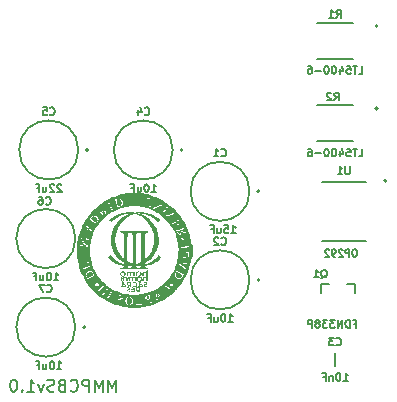
<source format=gbr>
%TF.GenerationSoftware,KiCad,Pcbnew,(6.0.5)*%
%TF.CreationDate,2023-06-19T00:58:59+02:00*%
%TF.ProjectId,PCB_Suelo,5043425f-5375-4656-9c6f-2e6b69636164,rev?*%
%TF.SameCoordinates,Original*%
%TF.FileFunction,Legend,Bot*%
%TF.FilePolarity,Positive*%
%FSLAX46Y46*%
G04 Gerber Fmt 4.6, Leading zero omitted, Abs format (unit mm)*
G04 Created by KiCad (PCBNEW (6.0.5)) date 2023-06-19 00:58:59*
%MOMM*%
%LPD*%
G01*
G04 APERTURE LIST*
%ADD10C,0.150000*%
%ADD11C,0.300000*%
%ADD12C,0.203200*%
%ADD13C,0.200000*%
%ADD14C,0.127000*%
G04 APERTURE END LIST*
D10*
X126202380Y-70452380D02*
X126202380Y-69452380D01*
X125869047Y-70166666D01*
X125535714Y-69452380D01*
X125535714Y-70452380D01*
X125059523Y-70452380D02*
X125059523Y-69452380D01*
X124726190Y-70166666D01*
X124392857Y-69452380D01*
X124392857Y-70452380D01*
X123916666Y-70452380D02*
X123916666Y-69452380D01*
X123535714Y-69452380D01*
X123440476Y-69500000D01*
X123392857Y-69547619D01*
X123345238Y-69642857D01*
X123345238Y-69785714D01*
X123392857Y-69880952D01*
X123440476Y-69928571D01*
X123535714Y-69976190D01*
X123916666Y-69976190D01*
X122345238Y-70357142D02*
X122392857Y-70404761D01*
X122535714Y-70452380D01*
X122630952Y-70452380D01*
X122773809Y-70404761D01*
X122869047Y-70309523D01*
X122916666Y-70214285D01*
X122964285Y-70023809D01*
X122964285Y-69880952D01*
X122916666Y-69690476D01*
X122869047Y-69595238D01*
X122773809Y-69500000D01*
X122630952Y-69452380D01*
X122535714Y-69452380D01*
X122392857Y-69500000D01*
X122345238Y-69547619D01*
X121583333Y-69928571D02*
X121440476Y-69976190D01*
X121392857Y-70023809D01*
X121345238Y-70119047D01*
X121345238Y-70261904D01*
X121392857Y-70357142D01*
X121440476Y-70404761D01*
X121535714Y-70452380D01*
X121916666Y-70452380D01*
X121916666Y-69452380D01*
X121583333Y-69452380D01*
X121488095Y-69500000D01*
X121440476Y-69547619D01*
X121392857Y-69642857D01*
X121392857Y-69738095D01*
X121440476Y-69833333D01*
X121488095Y-69880952D01*
X121583333Y-69928571D01*
X121916666Y-69928571D01*
X120964285Y-70404761D02*
X120821428Y-70452380D01*
X120583333Y-70452380D01*
X120488095Y-70404761D01*
X120440476Y-70357142D01*
X120392857Y-70261904D01*
X120392857Y-70166666D01*
X120440476Y-70071428D01*
X120488095Y-70023809D01*
X120583333Y-69976190D01*
X120773809Y-69928571D01*
X120869047Y-69880952D01*
X120916666Y-69833333D01*
X120964285Y-69738095D01*
X120964285Y-69642857D01*
X120916666Y-69547619D01*
X120869047Y-69500000D01*
X120773809Y-69452380D01*
X120535714Y-69452380D01*
X120392857Y-69500000D01*
X120059523Y-69785714D02*
X119821428Y-70452380D01*
X119583333Y-69785714D01*
X118678571Y-70452380D02*
X119250000Y-70452380D01*
X118964285Y-70452380D02*
X118964285Y-69452380D01*
X119059523Y-69595238D01*
X119154761Y-69690476D01*
X119250000Y-69738095D01*
X118250000Y-70357142D02*
X118202380Y-70404761D01*
X118250000Y-70452380D01*
X118297619Y-70404761D01*
X118250000Y-70357142D01*
X118250000Y-70452380D01*
X117583333Y-69452380D02*
X117488095Y-69452380D01*
X117392857Y-69500000D01*
X117345238Y-69547619D01*
X117297619Y-69642857D01*
X117250000Y-69833333D01*
X117250000Y-70071428D01*
X117297619Y-70261904D01*
X117345238Y-70357142D01*
X117392857Y-70404761D01*
X117488095Y-70452380D01*
X117583333Y-70452380D01*
X117678571Y-70404761D01*
X117726190Y-70357142D01*
X117773809Y-70261904D01*
X117821428Y-70071428D01*
X117821428Y-69833333D01*
X117773809Y-69642857D01*
X117726190Y-69547619D01*
X117678571Y-69500000D01*
X117583333Y-69452380D01*
X135946428Y-57044047D02*
X136317857Y-57044047D01*
X136132142Y-57044047D02*
X136132142Y-56394047D01*
X136194047Y-56486904D01*
X136255952Y-56548809D01*
X136317857Y-56579761D01*
X135358333Y-56394047D02*
X135667857Y-56394047D01*
X135698809Y-56703571D01*
X135667857Y-56672619D01*
X135605952Y-56641666D01*
X135451190Y-56641666D01*
X135389285Y-56672619D01*
X135358333Y-56703571D01*
X135327380Y-56765476D01*
X135327380Y-56920238D01*
X135358333Y-56982142D01*
X135389285Y-57013095D01*
X135451190Y-57044047D01*
X135605952Y-57044047D01*
X135667857Y-57013095D01*
X135698809Y-56982142D01*
X134770238Y-56610714D02*
X134770238Y-57044047D01*
X135048809Y-56610714D02*
X135048809Y-56951190D01*
X135017857Y-57013095D01*
X134955952Y-57044047D01*
X134863095Y-57044047D01*
X134801190Y-57013095D01*
X134770238Y-56982142D01*
X134244047Y-56703571D02*
X134460714Y-56703571D01*
X134460714Y-57044047D02*
X134460714Y-56394047D01*
X134151190Y-56394047D01*
X146464285Y-58421428D02*
X146350000Y-58421428D01*
X146292857Y-58450000D01*
X146235714Y-58507142D01*
X146207142Y-58621428D01*
X146207142Y-58821428D01*
X146235714Y-58935714D01*
X146292857Y-58992857D01*
X146350000Y-59021428D01*
X146464285Y-59021428D01*
X146521428Y-58992857D01*
X146578571Y-58935714D01*
X146607142Y-58821428D01*
X146607142Y-58621428D01*
X146578571Y-58507142D01*
X146521428Y-58450000D01*
X146464285Y-58421428D01*
X145950000Y-59021428D02*
X145950000Y-58421428D01*
X145721428Y-58421428D01*
X145664285Y-58450000D01*
X145635714Y-58478571D01*
X145607142Y-58535714D01*
X145607142Y-58621428D01*
X145635714Y-58678571D01*
X145664285Y-58707142D01*
X145721428Y-58735714D01*
X145950000Y-58735714D01*
X145378571Y-58478571D02*
X145350000Y-58450000D01*
X145292857Y-58421428D01*
X145150000Y-58421428D01*
X145092857Y-58450000D01*
X145064285Y-58478571D01*
X145035714Y-58535714D01*
X145035714Y-58592857D01*
X145064285Y-58678571D01*
X145407142Y-59021428D01*
X145035714Y-59021428D01*
X144750000Y-59021428D02*
X144635714Y-59021428D01*
X144578571Y-58992857D01*
X144550000Y-58964285D01*
X144492857Y-58878571D01*
X144464285Y-58764285D01*
X144464285Y-58535714D01*
X144492857Y-58478571D01*
X144521428Y-58450000D01*
X144578571Y-58421428D01*
X144692857Y-58421428D01*
X144750000Y-58450000D01*
X144778571Y-58478571D01*
X144807142Y-58535714D01*
X144807142Y-58678571D01*
X144778571Y-58735714D01*
X144750000Y-58764285D01*
X144692857Y-58792857D01*
X144578571Y-58792857D01*
X144521428Y-58764285D01*
X144492857Y-58735714D01*
X144464285Y-58678571D01*
X144235714Y-58478571D02*
X144207142Y-58450000D01*
X144150000Y-58421428D01*
X144007142Y-58421428D01*
X143950000Y-58450000D01*
X143921428Y-58478571D01*
X143892857Y-58535714D01*
X143892857Y-58592857D01*
X143921428Y-58678571D01*
X144264285Y-59021428D01*
X143892857Y-59021428D01*
X121196428Y-68544047D02*
X121567857Y-68544047D01*
X121382142Y-68544047D02*
X121382142Y-67894047D01*
X121444047Y-67986904D01*
X121505952Y-68048809D01*
X121567857Y-68079761D01*
X120794047Y-67894047D02*
X120732142Y-67894047D01*
X120670238Y-67925000D01*
X120639285Y-67955952D01*
X120608333Y-68017857D01*
X120577380Y-68141666D01*
X120577380Y-68296428D01*
X120608333Y-68420238D01*
X120639285Y-68482142D01*
X120670238Y-68513095D01*
X120732142Y-68544047D01*
X120794047Y-68544047D01*
X120855952Y-68513095D01*
X120886904Y-68482142D01*
X120917857Y-68420238D01*
X120948809Y-68296428D01*
X120948809Y-68141666D01*
X120917857Y-68017857D01*
X120886904Y-67955952D01*
X120855952Y-67925000D01*
X120794047Y-67894047D01*
X120020238Y-68110714D02*
X120020238Y-68544047D01*
X120298809Y-68110714D02*
X120298809Y-68451190D01*
X120267857Y-68513095D01*
X120205952Y-68544047D01*
X120113095Y-68544047D01*
X120051190Y-68513095D01*
X120020238Y-68482142D01*
X119494047Y-68203571D02*
X119710714Y-68203571D01*
X119710714Y-68544047D02*
X119710714Y-67894047D01*
X119401190Y-67894047D01*
X146746428Y-50544047D02*
X147055952Y-50544047D01*
X147055952Y-49894047D01*
X146622619Y-49894047D02*
X146251190Y-49894047D01*
X146436904Y-50544047D02*
X146436904Y-49894047D01*
X145725000Y-49894047D02*
X146034523Y-49894047D01*
X146065476Y-50203571D01*
X146034523Y-50172619D01*
X145972619Y-50141666D01*
X145817857Y-50141666D01*
X145755952Y-50172619D01*
X145725000Y-50203571D01*
X145694047Y-50265476D01*
X145694047Y-50420238D01*
X145725000Y-50482142D01*
X145755952Y-50513095D01*
X145817857Y-50544047D01*
X145972619Y-50544047D01*
X146034523Y-50513095D01*
X146065476Y-50482142D01*
X145136904Y-50110714D02*
X145136904Y-50544047D01*
X145291666Y-49863095D02*
X145446428Y-50327380D01*
X145044047Y-50327380D01*
X144672619Y-49894047D02*
X144610714Y-49894047D01*
X144548809Y-49925000D01*
X144517857Y-49955952D01*
X144486904Y-50017857D01*
X144455952Y-50141666D01*
X144455952Y-50296428D01*
X144486904Y-50420238D01*
X144517857Y-50482142D01*
X144548809Y-50513095D01*
X144610714Y-50544047D01*
X144672619Y-50544047D01*
X144734523Y-50513095D01*
X144765476Y-50482142D01*
X144796428Y-50420238D01*
X144827380Y-50296428D01*
X144827380Y-50141666D01*
X144796428Y-50017857D01*
X144765476Y-49955952D01*
X144734523Y-49925000D01*
X144672619Y-49894047D01*
X144053571Y-49894047D02*
X143991666Y-49894047D01*
X143929761Y-49925000D01*
X143898809Y-49955952D01*
X143867857Y-50017857D01*
X143836904Y-50141666D01*
X143836904Y-50296428D01*
X143867857Y-50420238D01*
X143898809Y-50482142D01*
X143929761Y-50513095D01*
X143991666Y-50544047D01*
X144053571Y-50544047D01*
X144115476Y-50513095D01*
X144146428Y-50482142D01*
X144177380Y-50420238D01*
X144208333Y-50296428D01*
X144208333Y-50141666D01*
X144177380Y-50017857D01*
X144146428Y-49955952D01*
X144115476Y-49925000D01*
X144053571Y-49894047D01*
X143558333Y-50296428D02*
X143063095Y-50296428D01*
X142475000Y-49894047D02*
X142598809Y-49894047D01*
X142660714Y-49925000D01*
X142691666Y-49955952D01*
X142753571Y-50048809D01*
X142784523Y-50172619D01*
X142784523Y-50420238D01*
X142753571Y-50482142D01*
X142722619Y-50513095D01*
X142660714Y-50544047D01*
X142536904Y-50544047D01*
X142475000Y-50513095D01*
X142444047Y-50482142D01*
X142413095Y-50420238D01*
X142413095Y-50265476D01*
X142444047Y-50203571D01*
X142475000Y-50172619D01*
X142536904Y-50141666D01*
X142660714Y-50141666D01*
X142722619Y-50172619D01*
X142753571Y-50203571D01*
X142784523Y-50265476D01*
X146326190Y-64703571D02*
X146542857Y-64703571D01*
X146542857Y-65044047D02*
X146542857Y-64394047D01*
X146233333Y-64394047D01*
X145985714Y-65044047D02*
X145985714Y-64394047D01*
X145830952Y-64394047D01*
X145738095Y-64425000D01*
X145676190Y-64486904D01*
X145645238Y-64548809D01*
X145614285Y-64672619D01*
X145614285Y-64765476D01*
X145645238Y-64889285D01*
X145676190Y-64951190D01*
X145738095Y-65013095D01*
X145830952Y-65044047D01*
X145985714Y-65044047D01*
X145335714Y-65044047D02*
X145335714Y-64394047D01*
X144964285Y-65044047D01*
X144964285Y-64394047D01*
X144716666Y-64394047D02*
X144314285Y-64394047D01*
X144530952Y-64641666D01*
X144438095Y-64641666D01*
X144376190Y-64672619D01*
X144345238Y-64703571D01*
X144314285Y-64765476D01*
X144314285Y-64920238D01*
X144345238Y-64982142D01*
X144376190Y-65013095D01*
X144438095Y-65044047D01*
X144623809Y-65044047D01*
X144685714Y-65013095D01*
X144716666Y-64982142D01*
X144097619Y-64394047D02*
X143695238Y-64394047D01*
X143911904Y-64641666D01*
X143819047Y-64641666D01*
X143757142Y-64672619D01*
X143726190Y-64703571D01*
X143695238Y-64765476D01*
X143695238Y-64920238D01*
X143726190Y-64982142D01*
X143757142Y-65013095D01*
X143819047Y-65044047D01*
X144004761Y-65044047D01*
X144066666Y-65013095D01*
X144097619Y-64982142D01*
X143323809Y-64672619D02*
X143385714Y-64641666D01*
X143416666Y-64610714D01*
X143447619Y-64548809D01*
X143447619Y-64517857D01*
X143416666Y-64455952D01*
X143385714Y-64425000D01*
X143323809Y-64394047D01*
X143200000Y-64394047D01*
X143138095Y-64425000D01*
X143107142Y-64455952D01*
X143076190Y-64517857D01*
X143076190Y-64548809D01*
X143107142Y-64610714D01*
X143138095Y-64641666D01*
X143200000Y-64672619D01*
X143323809Y-64672619D01*
X143385714Y-64703571D01*
X143416666Y-64734523D01*
X143447619Y-64796428D01*
X143447619Y-64920238D01*
X143416666Y-64982142D01*
X143385714Y-65013095D01*
X143323809Y-65044047D01*
X143200000Y-65044047D01*
X143138095Y-65013095D01*
X143107142Y-64982142D01*
X143076190Y-64920238D01*
X143076190Y-64796428D01*
X143107142Y-64734523D01*
X143138095Y-64703571D01*
X143200000Y-64672619D01*
X142797619Y-65044047D02*
X142797619Y-64394047D01*
X142550000Y-64394047D01*
X142488095Y-64425000D01*
X142457142Y-64455952D01*
X142426190Y-64517857D01*
X142426190Y-64610714D01*
X142457142Y-64672619D01*
X142488095Y-64703571D01*
X142550000Y-64734523D01*
X142797619Y-64734523D01*
X120946428Y-61044047D02*
X121317857Y-61044047D01*
X121132142Y-61044047D02*
X121132142Y-60394047D01*
X121194047Y-60486904D01*
X121255952Y-60548809D01*
X121317857Y-60579761D01*
X120544047Y-60394047D02*
X120482142Y-60394047D01*
X120420238Y-60425000D01*
X120389285Y-60455952D01*
X120358333Y-60517857D01*
X120327380Y-60641666D01*
X120327380Y-60796428D01*
X120358333Y-60920238D01*
X120389285Y-60982142D01*
X120420238Y-61013095D01*
X120482142Y-61044047D01*
X120544047Y-61044047D01*
X120605952Y-61013095D01*
X120636904Y-60982142D01*
X120667857Y-60920238D01*
X120698809Y-60796428D01*
X120698809Y-60641666D01*
X120667857Y-60517857D01*
X120636904Y-60455952D01*
X120605952Y-60425000D01*
X120544047Y-60394047D01*
X119770238Y-60610714D02*
X119770238Y-61044047D01*
X120048809Y-60610714D02*
X120048809Y-60951190D01*
X120017857Y-61013095D01*
X119955952Y-61044047D01*
X119863095Y-61044047D01*
X119801190Y-61013095D01*
X119770238Y-60982142D01*
X119244047Y-60703571D02*
X119460714Y-60703571D01*
X119460714Y-61044047D02*
X119460714Y-60394047D01*
X119151190Y-60394047D01*
X129196428Y-53544047D02*
X129567857Y-53544047D01*
X129382142Y-53544047D02*
X129382142Y-52894047D01*
X129444047Y-52986904D01*
X129505952Y-53048809D01*
X129567857Y-53079761D01*
X128794047Y-52894047D02*
X128732142Y-52894047D01*
X128670238Y-52925000D01*
X128639285Y-52955952D01*
X128608333Y-53017857D01*
X128577380Y-53141666D01*
X128577380Y-53296428D01*
X128608333Y-53420238D01*
X128639285Y-53482142D01*
X128670238Y-53513095D01*
X128732142Y-53544047D01*
X128794047Y-53544047D01*
X128855952Y-53513095D01*
X128886904Y-53482142D01*
X128917857Y-53420238D01*
X128948809Y-53296428D01*
X128948809Y-53141666D01*
X128917857Y-53017857D01*
X128886904Y-52955952D01*
X128855952Y-52925000D01*
X128794047Y-52894047D01*
X128020238Y-53110714D02*
X128020238Y-53544047D01*
X128298809Y-53110714D02*
X128298809Y-53451190D01*
X128267857Y-53513095D01*
X128205952Y-53544047D01*
X128113095Y-53544047D01*
X128051190Y-53513095D01*
X128020238Y-53482142D01*
X127494047Y-53203571D02*
X127710714Y-53203571D01*
X127710714Y-53544047D02*
X127710714Y-52894047D01*
X127401190Y-52894047D01*
X135696428Y-64544047D02*
X136067857Y-64544047D01*
X135882142Y-64544047D02*
X135882142Y-63894047D01*
X135944047Y-63986904D01*
X136005952Y-64048809D01*
X136067857Y-64079761D01*
X135294047Y-63894047D02*
X135232142Y-63894047D01*
X135170238Y-63925000D01*
X135139285Y-63955952D01*
X135108333Y-64017857D01*
X135077380Y-64141666D01*
X135077380Y-64296428D01*
X135108333Y-64420238D01*
X135139285Y-64482142D01*
X135170238Y-64513095D01*
X135232142Y-64544047D01*
X135294047Y-64544047D01*
X135355952Y-64513095D01*
X135386904Y-64482142D01*
X135417857Y-64420238D01*
X135448809Y-64296428D01*
X135448809Y-64141666D01*
X135417857Y-64017857D01*
X135386904Y-63955952D01*
X135355952Y-63925000D01*
X135294047Y-63894047D01*
X134520238Y-64110714D02*
X134520238Y-64544047D01*
X134798809Y-64110714D02*
X134798809Y-64451190D01*
X134767857Y-64513095D01*
X134705952Y-64544047D01*
X134613095Y-64544047D01*
X134551190Y-64513095D01*
X134520238Y-64482142D01*
X133994047Y-64203571D02*
X134210714Y-64203571D01*
X134210714Y-64544047D02*
X134210714Y-63894047D01*
X133901190Y-63894047D01*
X146746428Y-43544047D02*
X147055952Y-43544047D01*
X147055952Y-42894047D01*
X146622619Y-42894047D02*
X146251190Y-42894047D01*
X146436904Y-43544047D02*
X146436904Y-42894047D01*
X145725000Y-42894047D02*
X146034523Y-42894047D01*
X146065476Y-43203571D01*
X146034523Y-43172619D01*
X145972619Y-43141666D01*
X145817857Y-43141666D01*
X145755952Y-43172619D01*
X145725000Y-43203571D01*
X145694047Y-43265476D01*
X145694047Y-43420238D01*
X145725000Y-43482142D01*
X145755952Y-43513095D01*
X145817857Y-43544047D01*
X145972619Y-43544047D01*
X146034523Y-43513095D01*
X146065476Y-43482142D01*
X145136904Y-43110714D02*
X145136904Y-43544047D01*
X145291666Y-42863095D02*
X145446428Y-43327380D01*
X145044047Y-43327380D01*
X144672619Y-42894047D02*
X144610714Y-42894047D01*
X144548809Y-42925000D01*
X144517857Y-42955952D01*
X144486904Y-43017857D01*
X144455952Y-43141666D01*
X144455952Y-43296428D01*
X144486904Y-43420238D01*
X144517857Y-43482142D01*
X144548809Y-43513095D01*
X144610714Y-43544047D01*
X144672619Y-43544047D01*
X144734523Y-43513095D01*
X144765476Y-43482142D01*
X144796428Y-43420238D01*
X144827380Y-43296428D01*
X144827380Y-43141666D01*
X144796428Y-43017857D01*
X144765476Y-42955952D01*
X144734523Y-42925000D01*
X144672619Y-42894047D01*
X144053571Y-42894047D02*
X143991666Y-42894047D01*
X143929761Y-42925000D01*
X143898809Y-42955952D01*
X143867857Y-43017857D01*
X143836904Y-43141666D01*
X143836904Y-43296428D01*
X143867857Y-43420238D01*
X143898809Y-43482142D01*
X143929761Y-43513095D01*
X143991666Y-43544047D01*
X144053571Y-43544047D01*
X144115476Y-43513095D01*
X144146428Y-43482142D01*
X144177380Y-43420238D01*
X144208333Y-43296428D01*
X144208333Y-43141666D01*
X144177380Y-43017857D01*
X144146428Y-42955952D01*
X144115476Y-42925000D01*
X144053571Y-42894047D01*
X143558333Y-43296428D02*
X143063095Y-43296428D01*
X142475000Y-42894047D02*
X142598809Y-42894047D01*
X142660714Y-42925000D01*
X142691666Y-42955952D01*
X142753571Y-43048809D01*
X142784523Y-43172619D01*
X142784523Y-43420238D01*
X142753571Y-43482142D01*
X142722619Y-43513095D01*
X142660714Y-43544047D01*
X142536904Y-43544047D01*
X142475000Y-43513095D01*
X142444047Y-43482142D01*
X142413095Y-43420238D01*
X142413095Y-43265476D01*
X142444047Y-43203571D01*
X142475000Y-43172619D01*
X142536904Y-43141666D01*
X142660714Y-43141666D01*
X142722619Y-43172619D01*
X142753571Y-43203571D01*
X142784523Y-43265476D01*
X145446428Y-69544047D02*
X145817857Y-69544047D01*
X145632142Y-69544047D02*
X145632142Y-68894047D01*
X145694047Y-68986904D01*
X145755952Y-69048809D01*
X145817857Y-69079761D01*
X145044047Y-68894047D02*
X144982142Y-68894047D01*
X144920238Y-68925000D01*
X144889285Y-68955952D01*
X144858333Y-69017857D01*
X144827380Y-69141666D01*
X144827380Y-69296428D01*
X144858333Y-69420238D01*
X144889285Y-69482142D01*
X144920238Y-69513095D01*
X144982142Y-69544047D01*
X145044047Y-69544047D01*
X145105952Y-69513095D01*
X145136904Y-69482142D01*
X145167857Y-69420238D01*
X145198809Y-69296428D01*
X145198809Y-69141666D01*
X145167857Y-69017857D01*
X145136904Y-68955952D01*
X145105952Y-68925000D01*
X145044047Y-68894047D01*
X144548809Y-69110714D02*
X144548809Y-69544047D01*
X144548809Y-69172619D02*
X144517857Y-69141666D01*
X144455952Y-69110714D01*
X144363095Y-69110714D01*
X144301190Y-69141666D01*
X144270238Y-69203571D01*
X144270238Y-69544047D01*
X143744047Y-69203571D02*
X143960714Y-69203571D01*
X143960714Y-69544047D02*
X143960714Y-68894047D01*
X143651190Y-68894047D01*
X121567857Y-52955952D02*
X121536904Y-52925000D01*
X121475000Y-52894047D01*
X121320238Y-52894047D01*
X121258333Y-52925000D01*
X121227380Y-52955952D01*
X121196428Y-53017857D01*
X121196428Y-53079761D01*
X121227380Y-53172619D01*
X121598809Y-53544047D01*
X121196428Y-53544047D01*
X120948809Y-52955952D02*
X120917857Y-52925000D01*
X120855952Y-52894047D01*
X120701190Y-52894047D01*
X120639285Y-52925000D01*
X120608333Y-52955952D01*
X120577380Y-53017857D01*
X120577380Y-53079761D01*
X120608333Y-53172619D01*
X120979761Y-53544047D01*
X120577380Y-53544047D01*
X120020238Y-53110714D02*
X120020238Y-53544047D01*
X120298809Y-53110714D02*
X120298809Y-53451190D01*
X120267857Y-53513095D01*
X120205952Y-53544047D01*
X120113095Y-53544047D01*
X120051190Y-53513095D01*
X120020238Y-53482142D01*
X119494047Y-53203571D02*
X119710714Y-53203571D01*
X119710714Y-53544047D02*
X119710714Y-52894047D01*
X119401190Y-52894047D01*
D11*
%TO.C,G*%
X131705050Y-57871442D02*
X131850193Y-57798870D01*
X132067907Y-57798870D01*
X132285621Y-57871442D01*
X132430764Y-58016584D01*
X132503335Y-58161727D01*
X132575907Y-58452013D01*
X132575907Y-58669727D01*
X132503335Y-58960013D01*
X132430764Y-59105156D01*
X132285621Y-59250299D01*
X132067907Y-59322870D01*
X131922764Y-59322870D01*
X131705050Y-59250299D01*
X131632478Y-59177727D01*
X131632478Y-58669727D01*
X131922764Y-58669727D01*
D10*
%TO.C,U1*%
X145995238Y-51394047D02*
X145995238Y-51920238D01*
X145964285Y-51982142D01*
X145933333Y-52013095D01*
X145871428Y-52044047D01*
X145747619Y-52044047D01*
X145685714Y-52013095D01*
X145654761Y-51982142D01*
X145623809Y-51920238D01*
X145623809Y-51394047D01*
X144973809Y-52044047D02*
X145345238Y-52044047D01*
X145159523Y-52044047D02*
X145159523Y-51394047D01*
X145221428Y-51486904D01*
X145283333Y-51548809D01*
X145345238Y-51579761D01*
%TO.C,R2*%
X144683333Y-45794047D02*
X144900000Y-45484523D01*
X145054761Y-45794047D02*
X145054761Y-45144047D01*
X144807142Y-45144047D01*
X144745238Y-45175000D01*
X144714285Y-45205952D01*
X144683333Y-45267857D01*
X144683333Y-45360714D01*
X144714285Y-45422619D01*
X144745238Y-45453571D01*
X144807142Y-45484523D01*
X145054761Y-45484523D01*
X144435714Y-45205952D02*
X144404761Y-45175000D01*
X144342857Y-45144047D01*
X144188095Y-45144047D01*
X144126190Y-45175000D01*
X144095238Y-45205952D01*
X144064285Y-45267857D01*
X144064285Y-45329761D01*
X144095238Y-45422619D01*
X144466666Y-45794047D01*
X144064285Y-45794047D01*
%TO.C,R1*%
X144858333Y-38794047D02*
X145075000Y-38484523D01*
X145229761Y-38794047D02*
X145229761Y-38144047D01*
X144982142Y-38144047D01*
X144920238Y-38175000D01*
X144889285Y-38205952D01*
X144858333Y-38267857D01*
X144858333Y-38360714D01*
X144889285Y-38422619D01*
X144920238Y-38453571D01*
X144982142Y-38484523D01*
X145229761Y-38484523D01*
X144239285Y-38794047D02*
X144610714Y-38794047D01*
X144425000Y-38794047D02*
X144425000Y-38144047D01*
X144486904Y-38236904D01*
X144548809Y-38298809D01*
X144610714Y-38329761D01*
%TO.C,Q1*%
X143561904Y-60855952D02*
X143623809Y-60825000D01*
X143685714Y-60763095D01*
X143778571Y-60670238D01*
X143840476Y-60639285D01*
X143902380Y-60639285D01*
X143871428Y-60794047D02*
X143933333Y-60763095D01*
X143995238Y-60701190D01*
X144026190Y-60577380D01*
X144026190Y-60360714D01*
X143995238Y-60236904D01*
X143933333Y-60175000D01*
X143871428Y-60144047D01*
X143747619Y-60144047D01*
X143685714Y-60175000D01*
X143623809Y-60236904D01*
X143592857Y-60360714D01*
X143592857Y-60577380D01*
X143623809Y-60701190D01*
X143685714Y-60763095D01*
X143747619Y-60794047D01*
X143871428Y-60794047D01*
X142973809Y-60794047D02*
X143345238Y-60794047D01*
X143159523Y-60794047D02*
X143159523Y-60144047D01*
X143221428Y-60236904D01*
X143283333Y-60298809D01*
X143345238Y-60329761D01*
%TO.C,C7*%
X120358333Y-61982142D02*
X120389285Y-62013095D01*
X120482142Y-62044047D01*
X120544047Y-62044047D01*
X120636904Y-62013095D01*
X120698809Y-61951190D01*
X120729761Y-61889285D01*
X120760714Y-61765476D01*
X120760714Y-61672619D01*
X120729761Y-61548809D01*
X120698809Y-61486904D01*
X120636904Y-61425000D01*
X120544047Y-61394047D01*
X120482142Y-61394047D01*
X120389285Y-61425000D01*
X120358333Y-61455952D01*
X120141666Y-61394047D02*
X119708333Y-61394047D01*
X119986904Y-62044047D01*
%TO.C,C6*%
X120248333Y-54582142D02*
X120279285Y-54613095D01*
X120372142Y-54644047D01*
X120434047Y-54644047D01*
X120526904Y-54613095D01*
X120588809Y-54551190D01*
X120619761Y-54489285D01*
X120650714Y-54365476D01*
X120650714Y-54272619D01*
X120619761Y-54148809D01*
X120588809Y-54086904D01*
X120526904Y-54025000D01*
X120434047Y-53994047D01*
X120372142Y-53994047D01*
X120279285Y-54025000D01*
X120248333Y-54055952D01*
X119691190Y-53994047D02*
X119815000Y-53994047D01*
X119876904Y-54025000D01*
X119907857Y-54055952D01*
X119969761Y-54148809D01*
X120000714Y-54272619D01*
X120000714Y-54520238D01*
X119969761Y-54582142D01*
X119938809Y-54613095D01*
X119876904Y-54644047D01*
X119753095Y-54644047D01*
X119691190Y-54613095D01*
X119660238Y-54582142D01*
X119629285Y-54520238D01*
X119629285Y-54365476D01*
X119660238Y-54303571D01*
X119691190Y-54272619D01*
X119753095Y-54241666D01*
X119876904Y-54241666D01*
X119938809Y-54272619D01*
X119969761Y-54303571D01*
X120000714Y-54365476D01*
%TO.C,C5*%
X120608333Y-46982142D02*
X120639285Y-47013095D01*
X120732142Y-47044047D01*
X120794047Y-47044047D01*
X120886904Y-47013095D01*
X120948809Y-46951190D01*
X120979761Y-46889285D01*
X121010714Y-46765476D01*
X121010714Y-46672619D01*
X120979761Y-46548809D01*
X120948809Y-46486904D01*
X120886904Y-46425000D01*
X120794047Y-46394047D01*
X120732142Y-46394047D01*
X120639285Y-46425000D01*
X120608333Y-46455952D01*
X120020238Y-46394047D02*
X120329761Y-46394047D01*
X120360714Y-46703571D01*
X120329761Y-46672619D01*
X120267857Y-46641666D01*
X120113095Y-46641666D01*
X120051190Y-46672619D01*
X120020238Y-46703571D01*
X119989285Y-46765476D01*
X119989285Y-46920238D01*
X120020238Y-46982142D01*
X120051190Y-47013095D01*
X120113095Y-47044047D01*
X120267857Y-47044047D01*
X120329761Y-47013095D01*
X120360714Y-46982142D01*
%TO.C,C4*%
X128608333Y-46982142D02*
X128639285Y-47013095D01*
X128732142Y-47044047D01*
X128794047Y-47044047D01*
X128886904Y-47013095D01*
X128948809Y-46951190D01*
X128979761Y-46889285D01*
X129010714Y-46765476D01*
X129010714Y-46672619D01*
X128979761Y-46548809D01*
X128948809Y-46486904D01*
X128886904Y-46425000D01*
X128794047Y-46394047D01*
X128732142Y-46394047D01*
X128639285Y-46425000D01*
X128608333Y-46455952D01*
X128051190Y-46610714D02*
X128051190Y-47044047D01*
X128205952Y-46363095D02*
X128360714Y-46827380D01*
X127958333Y-46827380D01*
%TO.C,C3*%
X144858333Y-66482142D02*
X144889285Y-66513095D01*
X144982142Y-66544047D01*
X145044047Y-66544047D01*
X145136904Y-66513095D01*
X145198809Y-66451190D01*
X145229761Y-66389285D01*
X145260714Y-66265476D01*
X145260714Y-66172619D01*
X145229761Y-66048809D01*
X145198809Y-65986904D01*
X145136904Y-65925000D01*
X145044047Y-65894047D01*
X144982142Y-65894047D01*
X144889285Y-65925000D01*
X144858333Y-65955952D01*
X144641666Y-65894047D02*
X144239285Y-65894047D01*
X144455952Y-66141666D01*
X144363095Y-66141666D01*
X144301190Y-66172619D01*
X144270238Y-66203571D01*
X144239285Y-66265476D01*
X144239285Y-66420238D01*
X144270238Y-66482142D01*
X144301190Y-66513095D01*
X144363095Y-66544047D01*
X144548809Y-66544047D01*
X144610714Y-66513095D01*
X144641666Y-66482142D01*
%TO.C,C2*%
X135108333Y-57982142D02*
X135139285Y-58013095D01*
X135232142Y-58044047D01*
X135294047Y-58044047D01*
X135386904Y-58013095D01*
X135448809Y-57951190D01*
X135479761Y-57889285D01*
X135510714Y-57765476D01*
X135510714Y-57672619D01*
X135479761Y-57548809D01*
X135448809Y-57486904D01*
X135386904Y-57425000D01*
X135294047Y-57394047D01*
X135232142Y-57394047D01*
X135139285Y-57425000D01*
X135108333Y-57455952D01*
X134860714Y-57455952D02*
X134829761Y-57425000D01*
X134767857Y-57394047D01*
X134613095Y-57394047D01*
X134551190Y-57425000D01*
X134520238Y-57455952D01*
X134489285Y-57517857D01*
X134489285Y-57579761D01*
X134520238Y-57672619D01*
X134891666Y-58044047D01*
X134489285Y-58044047D01*
%TO.C,C1*%
X135108333Y-50482142D02*
X135139285Y-50513095D01*
X135232142Y-50544047D01*
X135294047Y-50544047D01*
X135386904Y-50513095D01*
X135448809Y-50451190D01*
X135479761Y-50389285D01*
X135510714Y-50265476D01*
X135510714Y-50172619D01*
X135479761Y-50048809D01*
X135448809Y-49986904D01*
X135386904Y-49925000D01*
X135294047Y-49894047D01*
X135232142Y-49894047D01*
X135139285Y-49925000D01*
X135108333Y-49955952D01*
X134489285Y-50544047D02*
X134860714Y-50544047D01*
X134675000Y-50544047D02*
X134675000Y-49894047D01*
X134736904Y-49986904D01*
X134798809Y-50048809D01*
X134860714Y-50079761D01*
%TO.C,G*%
G36*
X128650793Y-61136692D02*
G01*
X128662808Y-61140752D01*
X128680591Y-61148044D01*
X128705686Y-61159011D01*
X128712008Y-61161820D01*
X128735169Y-61172291D01*
X128755306Y-61181663D01*
X128770442Y-61189005D01*
X128778598Y-61193383D01*
X128782188Y-61196330D01*
X128792253Y-61207542D01*
X128804616Y-61223723D01*
X128817644Y-61242472D01*
X128829704Y-61261387D01*
X128839161Y-61278066D01*
X128844382Y-61290107D01*
X128845663Y-61295650D01*
X128844816Y-61318873D01*
X128834343Y-61343382D01*
X128814278Y-61369088D01*
X128804301Y-61379357D01*
X128795318Y-61387181D01*
X128785622Y-61393138D01*
X128773028Y-61398310D01*
X128755352Y-61403778D01*
X128730407Y-61410625D01*
X128704188Y-61417843D01*
X128681127Y-61424766D01*
X128664456Y-61430785D01*
X128652495Y-61436607D01*
X128643566Y-61442941D01*
X128635991Y-61450497D01*
X128626741Y-61462246D01*
X128615591Y-61480221D01*
X128607662Y-61497495D01*
X128604643Y-61510817D01*
X128608117Y-61521435D01*
X128619930Y-61533755D01*
X128638689Y-61545068D01*
X128662913Y-61554269D01*
X128664022Y-61554593D01*
X128690645Y-61560693D01*
X128710517Y-61560892D01*
X128725048Y-61554595D01*
X128735653Y-61541205D01*
X128743743Y-61520124D01*
X128751652Y-61492919D01*
X128772158Y-61496010D01*
X128788796Y-61498632D01*
X128806584Y-61502454D01*
X128816627Y-61507299D01*
X128820098Y-61514498D01*
X128818169Y-61525384D01*
X128812013Y-61541287D01*
X128809039Y-61547838D01*
X128793000Y-61570890D01*
X128770733Y-61586909D01*
X128741386Y-61596562D01*
X128739308Y-61596982D01*
X128727826Y-61599319D01*
X128721852Y-61600566D01*
X128717863Y-61600405D01*
X128705668Y-61598108D01*
X128688145Y-61593933D01*
X128667683Y-61588539D01*
X128646667Y-61582588D01*
X128627484Y-61576740D01*
X128612521Y-61571655D01*
X128604166Y-61567995D01*
X128601007Y-61565774D01*
X128587294Y-61553374D01*
X128572059Y-61536522D01*
X128557971Y-61518339D01*
X128547698Y-61501946D01*
X128543857Y-61491315D01*
X128541697Y-61473994D01*
X128541910Y-61449417D01*
X128543121Y-61430582D01*
X128545378Y-61416448D01*
X128549353Y-61406613D01*
X128555826Y-61398205D01*
X128561672Y-61392884D01*
X128578834Y-61381302D01*
X128602144Y-61368643D01*
X128629473Y-61355938D01*
X128658690Y-61344215D01*
X128687666Y-61334504D01*
X128707079Y-61328308D01*
X128723573Y-61321404D01*
X128735878Y-61313471D01*
X128746918Y-61302951D01*
X128753121Y-61295599D01*
X128762500Y-61281640D01*
X128767362Y-61270282D01*
X128767160Y-61257935D01*
X128761355Y-61239142D01*
X128750626Y-61219009D01*
X128736252Y-61200405D01*
X128735203Y-61199279D01*
X128729363Y-61193272D01*
X128723943Y-61189561D01*
X128717369Y-61188383D01*
X128708065Y-61189979D01*
X128694458Y-61194587D01*
X128674972Y-61202445D01*
X128648034Y-61213794D01*
X128596193Y-61235690D01*
X128571116Y-61222983D01*
X128560418Y-61217137D01*
X128550049Y-61210277D01*
X128546039Y-61205855D01*
X128546552Y-61204150D01*
X128552691Y-61196509D01*
X128564025Y-61186029D01*
X128578342Y-61174529D01*
X128593433Y-61163822D01*
X128607085Y-61155724D01*
X128611664Y-61153324D01*
X128625367Y-61145306D01*
X128634873Y-61138567D01*
X128637897Y-61136479D01*
X128643004Y-61135416D01*
X128650793Y-61136692D01*
G37*
G36*
X127207010Y-61601196D02*
G01*
X127215998Y-61603820D01*
X127231340Y-61609645D01*
X127250963Y-61617755D01*
X127272792Y-61627235D01*
X127294755Y-61637168D01*
X127314776Y-61646638D01*
X127330782Y-61654729D01*
X127340700Y-61660525D01*
X127343656Y-61662982D01*
X127353834Y-61674084D01*
X127366533Y-61690317D01*
X127380040Y-61709311D01*
X127392640Y-61728696D01*
X127402617Y-61746103D01*
X127404058Y-61749147D01*
X127408055Y-61770228D01*
X127403536Y-61793514D01*
X127390940Y-61817689D01*
X127370708Y-61841436D01*
X127368695Y-61843346D01*
X127359562Y-61850888D01*
X127348990Y-61857186D01*
X127334964Y-61863121D01*
X127315469Y-61869576D01*
X127288493Y-61877432D01*
X127284364Y-61878604D01*
X127259906Y-61885871D01*
X127238209Y-61892832D01*
X127221498Y-61898746D01*
X127211998Y-61902873D01*
X127206203Y-61907609D01*
X127195771Y-61919715D01*
X127184539Y-61935530D01*
X127174300Y-61952275D01*
X127166843Y-61967170D01*
X127163959Y-61977436D01*
X127167305Y-61986916D01*
X127178470Y-61998228D01*
X127195483Y-62008830D01*
X127216276Y-62017686D01*
X127238781Y-62023759D01*
X127260928Y-62026014D01*
X127278170Y-62024472D01*
X127290637Y-62018410D01*
X127299198Y-62006076D01*
X127305799Y-61985724D01*
X127306167Y-61984262D01*
X127309676Y-61972514D01*
X127314295Y-61965630D01*
X127322161Y-61962756D01*
X127335411Y-61963041D01*
X127356182Y-61965632D01*
X127365675Y-61967056D01*
X127374715Y-61969844D01*
X127378241Y-61975209D01*
X127378841Y-61985409D01*
X127375009Y-62006674D01*
X127362683Y-62028278D01*
X127343163Y-62046325D01*
X127317795Y-62059191D01*
X127304379Y-62062675D01*
X127288493Y-62064664D01*
X127277602Y-62063811D01*
X127258970Y-62060697D01*
X127236617Y-62055961D01*
X127213530Y-62050295D01*
X127192699Y-62044388D01*
X127177111Y-62038932D01*
X127169960Y-62035394D01*
X127149720Y-62020011D01*
X127130858Y-61998752D01*
X127115170Y-61974262D01*
X127104451Y-61949183D01*
X127100498Y-61926161D01*
X127100860Y-61914336D01*
X127104000Y-61893489D01*
X127111140Y-61875703D01*
X127123211Y-61860159D01*
X127141145Y-61846039D01*
X127165874Y-61832523D01*
X127198330Y-61818792D01*
X127239443Y-61804028D01*
X127254215Y-61798958D01*
X127274615Y-61791520D01*
X127288795Y-61785309D01*
X127298746Y-61779229D01*
X127306457Y-61772188D01*
X127313919Y-61763090D01*
X127319077Y-61755926D01*
X127327950Y-61738456D01*
X127329441Y-61721822D01*
X127323436Y-61703752D01*
X127309818Y-61681977D01*
X127306030Y-61676715D01*
X127296351Y-61664168D01*
X127289171Y-61657662D01*
X127282227Y-61655615D01*
X127273253Y-61656446D01*
X127265644Y-61658346D01*
X127249524Y-61663704D01*
X127229117Y-61671391D01*
X127207079Y-61680444D01*
X127157287Y-61701783D01*
X127130433Y-61687239D01*
X127103578Y-61672694D01*
X127127664Y-61650805D01*
X127140015Y-61640510D01*
X127157387Y-61628183D01*
X127172303Y-61619770D01*
X127178266Y-61616974D01*
X127189847Y-61610595D01*
X127195789Y-61605879D01*
X127197787Y-61603839D01*
X127206259Y-61601134D01*
X127207010Y-61601196D01*
G37*
G36*
X126435353Y-54166314D02*
G01*
X126475445Y-54175251D01*
X126517401Y-54192473D01*
X126551770Y-54212958D01*
X126589125Y-54245480D01*
X126621167Y-54286036D01*
X126647767Y-54334455D01*
X126668793Y-54390568D01*
X126673380Y-54406424D01*
X126677839Y-54425555D01*
X126680541Y-54444564D01*
X126681910Y-54466743D01*
X126682375Y-54495385D01*
X126681823Y-54525420D01*
X126678525Y-54559274D01*
X126671654Y-54588452D01*
X126660505Y-54615706D01*
X126644374Y-54643784D01*
X126618406Y-54677195D01*
X126582677Y-54709442D01*
X126541313Y-54735609D01*
X126496018Y-54754637D01*
X126448500Y-54765465D01*
X126443288Y-54766049D01*
X126426960Y-54767305D01*
X126409076Y-54768140D01*
X126384302Y-54768871D01*
X126309571Y-54496606D01*
X126298330Y-54455628D01*
X126285291Y-54408023D01*
X126273226Y-54363905D01*
X126262367Y-54324120D01*
X126252944Y-54289515D01*
X126245188Y-54260939D01*
X126239330Y-54239238D01*
X126235600Y-54225260D01*
X126234229Y-54219853D01*
X126235047Y-54217920D01*
X126242776Y-54212210D01*
X126257092Y-54204855D01*
X126276109Y-54196599D01*
X126297943Y-54188190D01*
X126320710Y-54180371D01*
X126342525Y-54173889D01*
X126361505Y-54169490D01*
X126394494Y-54165274D01*
X126435353Y-54166314D01*
G37*
G36*
X129656873Y-62146284D02*
G01*
X129666813Y-62152344D01*
X129682006Y-62163182D01*
X129702992Y-62179190D01*
X129730315Y-62200763D01*
X129764516Y-62228293D01*
X129773638Y-62235695D01*
X129801231Y-62258252D01*
X129825864Y-62278631D01*
X129846605Y-62296046D01*
X129862523Y-62309710D01*
X129872686Y-62318834D01*
X129876162Y-62322633D01*
X129874715Y-62323884D01*
X129866050Y-62329253D01*
X129850628Y-62338069D01*
X129829673Y-62349650D01*
X129804405Y-62363316D01*
X129776047Y-62378387D01*
X129746755Y-62393787D01*
X129721881Y-62406683D01*
X129703584Y-62415811D01*
X129690794Y-62421603D01*
X129682445Y-62424493D01*
X129677467Y-62424915D01*
X129674794Y-62423303D01*
X129673356Y-62420090D01*
X129673203Y-62419513D01*
X129671756Y-62410314D01*
X129669788Y-62393332D01*
X129667431Y-62370160D01*
X129664816Y-62342389D01*
X129662076Y-62311610D01*
X129659344Y-62279415D01*
X129656752Y-62247395D01*
X129654432Y-62217140D01*
X129652517Y-62190243D01*
X129651139Y-62168295D01*
X129650430Y-62152886D01*
X129650523Y-62145609D01*
X129651642Y-62144608D01*
X129656873Y-62146284D01*
G37*
G36*
X127814790Y-61938549D02*
G01*
X127807484Y-61954180D01*
X127797178Y-61968901D01*
X127783133Y-61984851D01*
X127766471Y-62000948D01*
X127731491Y-62026398D01*
X127693488Y-62044721D01*
X127654768Y-62054660D01*
X127640185Y-62056321D01*
X127609559Y-62056576D01*
X127579668Y-62051436D01*
X127546481Y-62040368D01*
X127546029Y-62040190D01*
X127510966Y-62024508D01*
X127485144Y-62008508D01*
X127468042Y-61991683D01*
X127459142Y-61973523D01*
X127457925Y-61953518D01*
X127459924Y-61944939D01*
X127465808Y-61939137D01*
X127475575Y-61941310D01*
X127489613Y-61951588D01*
X127508313Y-61970098D01*
X127539035Y-62003011D01*
X127570042Y-62000379D01*
X127595756Y-61996386D01*
X127631162Y-61984174D01*
X127660910Y-61965215D01*
X127667950Y-61958983D01*
X127672947Y-61952523D01*
X127675568Y-61944144D01*
X127676578Y-61931230D01*
X127676745Y-61911165D01*
X127676745Y-61903515D01*
X127686512Y-61903515D01*
X127686978Y-61918888D01*
X127688693Y-61926901D01*
X127691847Y-61925611D01*
X127696622Y-61915231D01*
X127700112Y-61899828D01*
X127698675Y-61887325D01*
X127692617Y-61880700D01*
X127689932Y-61881088D01*
X127687321Y-61887991D01*
X127686512Y-61903515D01*
X127676745Y-61903515D01*
X127676745Y-61870438D01*
X127648828Y-61859993D01*
X127644797Y-61858512D01*
X127595142Y-61844907D01*
X127546439Y-61840434D01*
X127545579Y-61840433D01*
X127528618Y-61839435D01*
X127517278Y-61835732D01*
X127507675Y-61828087D01*
X127506523Y-61826925D01*
X127499724Y-61819179D01*
X127497249Y-61813319D01*
X127500003Y-61809002D01*
X127508896Y-61805890D01*
X127524832Y-61803640D01*
X127548721Y-61801913D01*
X127581469Y-61800367D01*
X127601805Y-61799447D01*
X127627366Y-61798081D01*
X127648462Y-61796708D01*
X127663329Y-61795447D01*
X127670200Y-61794416D01*
X127671942Y-61793120D01*
X127674734Y-61785862D01*
X127676273Y-61771471D01*
X127676609Y-61755215D01*
X127686512Y-61755215D01*
X127686777Y-61774330D01*
X127688420Y-61785426D01*
X127692725Y-61790060D01*
X127700972Y-61789790D01*
X127714443Y-61786173D01*
X127714695Y-61786100D01*
X127724943Y-61782392D01*
X127727559Y-61777562D01*
X127724383Y-61768300D01*
X127723100Y-61765434D01*
X127715294Y-61750219D01*
X127706209Y-61734947D01*
X127697692Y-61722566D01*
X127691594Y-61716023D01*
X127688816Y-61718604D01*
X127687091Y-61730707D01*
X127686512Y-61752240D01*
X127686512Y-61755215D01*
X127676609Y-61755215D01*
X127676745Y-61748649D01*
X127676691Y-61736936D01*
X127676077Y-61719653D01*
X127674378Y-61708555D01*
X127671101Y-61701261D01*
X127665757Y-61695386D01*
X127663525Y-61693379D01*
X127648753Y-61682055D01*
X127634684Y-61676175D01*
X127619026Y-61675598D01*
X127599491Y-61680187D01*
X127573789Y-61689802D01*
X127556124Y-61696885D01*
X127543089Y-61701213D01*
X127533108Y-61702557D01*
X127523096Y-61701306D01*
X127509967Y-61697849D01*
X127508876Y-61697541D01*
X127494477Y-61693129D01*
X127487110Y-61688889D01*
X127484529Y-61682513D01*
X127484483Y-61671693D01*
X127485383Y-61664097D01*
X127493291Y-61647595D01*
X127509698Y-61634214D01*
X127535118Y-61623465D01*
X127539612Y-61622036D01*
X127558695Y-61616334D01*
X127574157Y-61613134D01*
X127588028Y-61612802D01*
X127602340Y-61615704D01*
X127619122Y-61622208D01*
X127640405Y-61632679D01*
X127668220Y-61647484D01*
X127697962Y-61663838D01*
X127730691Y-61683111D01*
X127756409Y-61700189D01*
X127776280Y-61715930D01*
X127791467Y-61731188D01*
X127803134Y-61746822D01*
X127814084Y-61766597D01*
X127817861Y-61777562D01*
X127823259Y-61793236D01*
X127827213Y-61823381D01*
X127826500Y-61859708D01*
X127826132Y-61864805D01*
X127823373Y-61896000D01*
X127822806Y-61899828D01*
X127819840Y-61919869D01*
X127814790Y-61938549D01*
G37*
G36*
X126886915Y-60722198D02*
G01*
X126905887Y-60725455D01*
X126929960Y-60733848D01*
X126956748Y-60746401D01*
X126983867Y-60762137D01*
X127011332Y-60779766D01*
X127035934Y-60758245D01*
X127041635Y-60753351D01*
X127056741Y-60742311D01*
X127069585Y-60737806D01*
X127083367Y-60739238D01*
X127101287Y-60746006D01*
X127104651Y-60747484D01*
X127122411Y-60755789D01*
X127132463Y-60762841D01*
X127135916Y-60770885D01*
X127133882Y-60782166D01*
X127127471Y-60798930D01*
X127126893Y-60800352D01*
X127123424Y-60809226D01*
X127120714Y-60817557D01*
X127118669Y-60826634D01*
X127117195Y-60837744D01*
X127116199Y-60852178D01*
X127115587Y-60871224D01*
X127115267Y-60896171D01*
X127115143Y-60928307D01*
X127115122Y-60968922D01*
X127115242Y-61003144D01*
X127115676Y-61039408D01*
X127116396Y-61070002D01*
X127117369Y-61093902D01*
X127118560Y-61110083D01*
X127119937Y-61117523D01*
X127121363Y-61120628D01*
X127120835Y-61124840D01*
X127114333Y-61127550D01*
X127099980Y-61129927D01*
X127099022Y-61130054D01*
X127077388Y-61130663D01*
X127055912Y-61127704D01*
X127037757Y-61121867D01*
X127026088Y-61113840D01*
X127025173Y-61112260D01*
X127023405Y-61105213D01*
X127022041Y-61092673D01*
X127021045Y-61073787D01*
X127020379Y-61047700D01*
X127020006Y-61013557D01*
X127019890Y-60970503D01*
X127019890Y-60834643D01*
X127007429Y-60822170D01*
X127001258Y-60817142D01*
X126980629Y-60808395D01*
X126952171Y-60804340D01*
X126916464Y-60805085D01*
X126897879Y-60807677D01*
X126876840Y-60815519D01*
X126860577Y-60829719D01*
X126846550Y-60851979D01*
X126844602Y-60855808D01*
X126841223Y-60863050D01*
X126838703Y-60870386D01*
X126836936Y-60879199D01*
X126835815Y-60890869D01*
X126835236Y-60906780D01*
X126835091Y-60928311D01*
X126835276Y-60956846D01*
X126835684Y-60993766D01*
X126837057Y-61111655D01*
X126823873Y-61127324D01*
X126821321Y-61130226D01*
X126810160Y-61140773D01*
X126800523Y-61147105D01*
X126798522Y-61147858D01*
X126781317Y-61151019D01*
X126763400Y-61149873D01*
X126748145Y-61144978D01*
X126738923Y-61136894D01*
X126737799Y-61134325D01*
X126738248Y-61125633D01*
X126745797Y-61114341D01*
X126757363Y-61100558D01*
X126749801Y-60976024D01*
X126748265Y-60948885D01*
X126746687Y-60915456D01*
X126745616Y-60885474D01*
X126745095Y-60860514D01*
X126745167Y-60842150D01*
X126745875Y-60831955D01*
X126748393Y-60823908D01*
X126759256Y-60805890D01*
X126776286Y-60786516D01*
X126797549Y-60767295D01*
X126821113Y-60749741D01*
X126845043Y-60735364D01*
X126867408Y-60725676D01*
X126886273Y-60722189D01*
X126886915Y-60722198D01*
G37*
G36*
X126668538Y-60729435D02*
G01*
X126688903Y-60735272D01*
X126703088Y-60740384D01*
X126711611Y-60745677D01*
X126712957Y-60751144D01*
X126710701Y-60757860D01*
X126705908Y-60771438D01*
X126699918Y-60788002D01*
X126699174Y-60790066D01*
X126696141Y-60799488D01*
X126693693Y-60809665D01*
X126691719Y-60821883D01*
X126690105Y-60837430D01*
X126688739Y-60857593D01*
X126687510Y-60883660D01*
X126686303Y-60916917D01*
X126685007Y-60958652D01*
X126684688Y-60969383D01*
X126683510Y-61008013D01*
X126682467Y-61038291D01*
X126681443Y-61061351D01*
X126680319Y-61078330D01*
X126678976Y-61090364D01*
X126677297Y-61098588D01*
X126675162Y-61104138D01*
X126672454Y-61108149D01*
X126669053Y-61111757D01*
X126656195Y-61121043D01*
X126640805Y-61127408D01*
X126636959Y-61128313D01*
X126624407Y-61130776D01*
X126615238Y-61130428D01*
X126605518Y-61126558D01*
X126591311Y-61118453D01*
X126568076Y-61104772D01*
X126580322Y-61093267D01*
X126583641Y-61090008D01*
X126587829Y-61084476D01*
X126590465Y-61077250D01*
X126591917Y-61066313D01*
X126592555Y-61049646D01*
X126592746Y-61025230D01*
X126592787Y-61019162D01*
X126593316Y-60991062D01*
X126594344Y-60957827D01*
X126595746Y-60923109D01*
X126597395Y-60890559D01*
X126598213Y-60876788D01*
X126600255Y-60848321D01*
X126602551Y-60826646D01*
X126605430Y-60809640D01*
X126609218Y-60795180D01*
X126614243Y-60781143D01*
X126614429Y-60780673D01*
X126624613Y-60756185D01*
X126633398Y-60739873D01*
X126642503Y-60730680D01*
X126653643Y-60727553D01*
X126668538Y-60729435D01*
G37*
G36*
X128243361Y-61907879D02*
G01*
X128243603Y-61943198D01*
X128244037Y-61970913D01*
X128244701Y-61991975D01*
X128245633Y-62007337D01*
X128246872Y-62017951D01*
X128248455Y-62024769D01*
X128250422Y-62028744D01*
X128254961Y-62035551D01*
X128257747Y-62042036D01*
X128257728Y-62042143D01*
X128252614Y-62043467D01*
X128239728Y-62044349D01*
X128220929Y-62044711D01*
X128198077Y-62044478D01*
X128138252Y-62043107D01*
X128135791Y-62013805D01*
X128134339Y-62000538D01*
X128131904Y-61986319D01*
X128129398Y-61978398D01*
X128123845Y-61972550D01*
X128119606Y-61975239D01*
X128117100Y-61987324D01*
X128116276Y-62008921D01*
X128116271Y-62010639D01*
X128115568Y-62028701D01*
X128113853Y-62041004D01*
X128111392Y-62045549D01*
X128111144Y-62045508D01*
X128108744Y-62040168D01*
X128107111Y-62027238D01*
X128106508Y-62008700D01*
X128106508Y-61971851D01*
X128088195Y-61975157D01*
X128087761Y-61975236D01*
X128070695Y-61979342D01*
X128058266Y-61985697D01*
X128047505Y-61996480D01*
X128035444Y-62013868D01*
X128026856Y-62026370D01*
X128017128Y-62038537D01*
X128010064Y-62045153D01*
X128009204Y-62045551D01*
X128000123Y-62047367D01*
X127984907Y-62048770D01*
X127965825Y-62049729D01*
X127945146Y-62050212D01*
X127925139Y-62050188D01*
X127908072Y-62049628D01*
X127896214Y-62048498D01*
X127891835Y-62046770D01*
X127894910Y-62042734D01*
X127903888Y-62034478D01*
X127916670Y-62024107D01*
X127917558Y-62023413D01*
X127932873Y-62009169D01*
X127949401Y-61990550D01*
X127963714Y-61971397D01*
X127986130Y-61937686D01*
X127967006Y-61922025D01*
X127954757Y-61911944D01*
X127925075Y-61886822D01*
X127901993Y-61865804D01*
X127884539Y-61847697D01*
X127871739Y-61831308D01*
X127862619Y-61815444D01*
X127856207Y-61798912D01*
X127851528Y-61780519D01*
X127850285Y-61773821D01*
X127850261Y-61773462D01*
X127961345Y-61773462D01*
X127961508Y-61784409D01*
X127964030Y-61798853D01*
X127964118Y-61799291D01*
X127971803Y-61826869D01*
X127982862Y-61853345D01*
X127995883Y-61875843D01*
X128009458Y-61891488D01*
X128017671Y-61897593D01*
X128027125Y-61901584D01*
X128039925Y-61903308D01*
X128059267Y-61903537D01*
X128060234Y-61903525D01*
X128078322Y-61902977D01*
X128092726Y-61901961D01*
X128100404Y-61900688D01*
X128101688Y-61899414D01*
X128103573Y-61893077D01*
X128104942Y-61880746D01*
X128105850Y-61861478D01*
X128106353Y-61834331D01*
X128106508Y-61798363D01*
X128106542Y-61774088D01*
X128106468Y-61744874D01*
X128106453Y-61744433D01*
X128116973Y-61744433D01*
X128117066Y-61769727D01*
X128117114Y-61774088D01*
X128117386Y-61798548D01*
X128118718Y-61889928D01*
X128132148Y-61875902D01*
X128145578Y-61861877D01*
X128145578Y-61715027D01*
X128132738Y-61709176D01*
X128123266Y-61705652D01*
X128117976Y-61705247D01*
X128117967Y-61705257D01*
X128117434Y-61710645D01*
X128117099Y-61724222D01*
X128116973Y-61744433D01*
X128106453Y-61744433D01*
X128105759Y-61723452D01*
X128103872Y-61708634D01*
X128100260Y-61699236D01*
X128094379Y-61694072D01*
X128085685Y-61691955D01*
X128073630Y-61691701D01*
X128057672Y-61692124D01*
X128038600Y-61693068D01*
X128016218Y-61697070D01*
X127999595Y-61705330D01*
X127986453Y-61719154D01*
X127974516Y-61739850D01*
X127970627Y-61747821D01*
X127964174Y-61762452D01*
X127961345Y-61773462D01*
X127850261Y-61773462D01*
X127849119Y-61756427D01*
X127851876Y-61739434D01*
X127859235Y-61720951D01*
X127871874Y-61699086D01*
X127890471Y-61671948D01*
X127902630Y-61655614D01*
X127920302Y-61635530D01*
X127937438Y-61622384D01*
X127956339Y-61615032D01*
X127979309Y-61612326D01*
X128008649Y-61613123D01*
X128022046Y-61614166D01*
X128050515Y-61617333D01*
X128078655Y-61621547D01*
X128104111Y-61626387D01*
X128124529Y-61631430D01*
X128137554Y-61636253D01*
X128137969Y-61636469D01*
X128145371Y-61637970D01*
X128154882Y-61634616D01*
X128169052Y-61625538D01*
X128191288Y-61609865D01*
X128225016Y-61626181D01*
X128228232Y-61627748D01*
X128244077Y-61635810D01*
X128255734Y-61642303D01*
X128260872Y-61645941D01*
X128261096Y-61646875D01*
X128258956Y-61654399D01*
X128253144Y-61665549D01*
X128251352Y-61668645D01*
X128249060Y-61673692D01*
X128247248Y-61680066D01*
X128245859Y-61688824D01*
X128244838Y-61701019D01*
X128244127Y-61717708D01*
X128243672Y-61739944D01*
X128243414Y-61768784D01*
X128243299Y-61805280D01*
X128243270Y-61850489D01*
X128243272Y-61861877D01*
X128243272Y-61864004D01*
X128243361Y-61907879D01*
G37*
G36*
X131964632Y-59640227D02*
G01*
X131964300Y-59642128D01*
X131961786Y-59652258D01*
X131957125Y-59669661D01*
X131950702Y-59692934D01*
X131942901Y-59720673D01*
X131934109Y-59751476D01*
X131933472Y-59753688D01*
X131922919Y-59789395D01*
X131913895Y-59818051D01*
X131906611Y-59839050D01*
X131901277Y-59851786D01*
X131898101Y-59855653D01*
X131897767Y-59855511D01*
X131890693Y-59850956D01*
X131877873Y-59841443D01*
X131860421Y-59827894D01*
X131839454Y-59811228D01*
X131816086Y-59792367D01*
X131791434Y-59772229D01*
X131766611Y-59751736D01*
X131742735Y-59731809D01*
X131720920Y-59713367D01*
X131702281Y-59697331D01*
X131687935Y-59684621D01*
X131678996Y-59676158D01*
X131676579Y-59672862D01*
X131684087Y-59671179D01*
X131699696Y-59668631D01*
X131721544Y-59665530D01*
X131748183Y-59662041D01*
X131778165Y-59658328D01*
X131810041Y-59654554D01*
X131842365Y-59650884D01*
X131873689Y-59647481D01*
X131902565Y-59644511D01*
X131927545Y-59642136D01*
X131947181Y-59640521D01*
X131960026Y-59639830D01*
X131964632Y-59640227D01*
G37*
G36*
X128966865Y-62342803D02*
G01*
X128967025Y-62343038D01*
X128969355Y-62349731D01*
X128973659Y-62364483D01*
X128979602Y-62386062D01*
X128986850Y-62413234D01*
X128995069Y-62444768D01*
X129003924Y-62479431D01*
X129010438Y-62505284D01*
X129018957Y-62539691D01*
X129025267Y-62566255D01*
X129029557Y-62585958D01*
X129032017Y-62599782D01*
X129032838Y-62608710D01*
X129032209Y-62613723D01*
X129030321Y-62615804D01*
X129025140Y-62617422D01*
X129012043Y-62620824D01*
X128995703Y-62624615D01*
X128963332Y-62629980D01*
X128920065Y-62630965D01*
X128881380Y-62624118D01*
X128847800Y-62609614D01*
X128819848Y-62587627D01*
X128798048Y-62558335D01*
X128793434Y-62549914D01*
X128787769Y-62537440D01*
X128784593Y-62525077D01*
X128783204Y-62509534D01*
X128782898Y-62487522D01*
X128783019Y-62475116D01*
X128784291Y-62453564D01*
X128787301Y-62437559D01*
X128792480Y-62424244D01*
X128793986Y-62421326D01*
X128812673Y-62395431D01*
X128837754Y-62373567D01*
X128866237Y-62358405D01*
X128869766Y-62357154D01*
X128886878Y-62352272D01*
X128906926Y-62347873D01*
X128927429Y-62344342D01*
X128945907Y-62342064D01*
X128959879Y-62341423D01*
X128966865Y-62342803D01*
G37*
G36*
X131655762Y-56806107D02*
G01*
X131660862Y-56813614D01*
X131667321Y-56827502D01*
X131674101Y-56845655D01*
X131683208Y-56878569D01*
X131688564Y-56920107D01*
X131686132Y-56957921D01*
X131675899Y-56990944D01*
X131658523Y-57019912D01*
X131633047Y-57045574D01*
X131601692Y-57063481D01*
X131564783Y-57073395D01*
X131535116Y-57074769D01*
X131500425Y-57068256D01*
X131469232Y-57053234D01*
X131442766Y-57030333D01*
X131422257Y-57000186D01*
X131418743Y-56992265D01*
X131413098Y-56976852D01*
X131407199Y-56958521D01*
X131401738Y-56939700D01*
X131397411Y-56922818D01*
X131394912Y-56910303D01*
X131394933Y-56904583D01*
X131397739Y-56903156D01*
X131408534Y-56898596D01*
X131426033Y-56891556D01*
X131448802Y-56882583D01*
X131475408Y-56872226D01*
X131504417Y-56861034D01*
X131534395Y-56849555D01*
X131563908Y-56838338D01*
X131591522Y-56827930D01*
X131615805Y-56818880D01*
X131635321Y-56811737D01*
X131648638Y-56807049D01*
X131654322Y-56805364D01*
X131655762Y-56806107D01*
G37*
G36*
X127734824Y-60728629D02*
G01*
X127747877Y-60733015D01*
X127765243Y-60741524D01*
X127795779Y-60757417D01*
X127830273Y-60748928D01*
X127848733Y-60744952D01*
X127874618Y-60740604D01*
X127897573Y-60737936D01*
X127902807Y-60737547D01*
X127918797Y-60736870D01*
X127929344Y-60738261D01*
X127937871Y-60742590D01*
X127947801Y-60750730D01*
X127953341Y-60755305D01*
X127964652Y-60762989D01*
X127972377Y-60766026D01*
X127974803Y-60766171D01*
X127979410Y-60769003D01*
X127976710Y-60773645D01*
X127967665Y-60777713D01*
X127961761Y-60779259D01*
X127955395Y-60781653D01*
X127950446Y-60785426D01*
X127946738Y-60791627D01*
X127944093Y-60801303D01*
X127942336Y-60815504D01*
X127941291Y-60835278D01*
X127940782Y-60861674D01*
X127940633Y-60895740D01*
X127940668Y-60938524D01*
X127940702Y-60957375D01*
X127940852Y-60995087D01*
X127941154Y-61024706D01*
X127941679Y-61047404D01*
X127942494Y-61064353D01*
X127943668Y-61076725D01*
X127945271Y-61085695D01*
X127947371Y-61092434D01*
X127950037Y-61098116D01*
X127959201Y-61115209D01*
X127941286Y-61126172D01*
X127940520Y-61126634D01*
X127916155Y-61135691D01*
X127889659Y-61135545D01*
X127862138Y-61126197D01*
X127840348Y-61115209D01*
X127839042Y-60991374D01*
X127837736Y-60867540D01*
X127820020Y-60840850D01*
X127809070Y-60825202D01*
X127796449Y-60811248D01*
X127783415Y-60803564D01*
X127767286Y-60800730D01*
X127745381Y-60801326D01*
X127725939Y-60803606D01*
X127700755Y-60810848D01*
X127683526Y-60822691D01*
X127673691Y-60839434D01*
X127672329Y-60846683D01*
X127670614Y-60863158D01*
X127668895Y-60886746D01*
X127667264Y-60915998D01*
X127665810Y-60949467D01*
X127664623Y-60985703D01*
X127664199Y-61000439D01*
X127662734Y-61042566D01*
X127661144Y-61075231D01*
X127659414Y-61098668D01*
X127657527Y-61113112D01*
X127655468Y-61118797D01*
X127648783Y-61120532D01*
X127635062Y-61121905D01*
X127617677Y-61122459D01*
X127607886Y-61122483D01*
X127595524Y-61122044D01*
X127585930Y-61120115D01*
X127578717Y-61115664D01*
X127573502Y-61107654D01*
X127569899Y-61095053D01*
X127567523Y-61076825D01*
X127565989Y-61051938D01*
X127564911Y-61019357D01*
X127563906Y-60978048D01*
X127563246Y-60950677D01*
X127562396Y-60918756D01*
X127561533Y-60894403D01*
X127560513Y-60876321D01*
X127559194Y-60863214D01*
X127557431Y-60853786D01*
X127555083Y-60846742D01*
X127552005Y-60840785D01*
X127548055Y-60834621D01*
X127537031Y-60820375D01*
X127520284Y-60807532D01*
X127499697Y-60801691D01*
X127473002Y-60801863D01*
X127468935Y-60802280D01*
X127437984Y-60808444D01*
X127414488Y-60819023D01*
X127399231Y-60833678D01*
X127396976Y-60838331D01*
X127394405Y-60848524D01*
X127392549Y-60863652D01*
X127391386Y-60884518D01*
X127390891Y-60911925D01*
X127391042Y-60946674D01*
X127391816Y-60989568D01*
X127393188Y-61041410D01*
X127393652Y-61057563D01*
X127394175Y-61081086D01*
X127394096Y-61097378D01*
X127393232Y-61108089D01*
X127391401Y-61114866D01*
X127388418Y-61119357D01*
X127384100Y-61123212D01*
X127377873Y-61127194D01*
X127367863Y-61130280D01*
X127352937Y-61131796D01*
X127330684Y-61132147D01*
X127321250Y-61132075D01*
X127303212Y-61131402D01*
X127291256Y-61129572D01*
X127282751Y-61126017D01*
X127275063Y-61120172D01*
X127270125Y-61115715D01*
X127263007Y-61107855D01*
X127263464Y-61104015D01*
X127271228Y-61102999D01*
X127277300Y-61102162D01*
X127282143Y-61098888D01*
X127285738Y-61092130D01*
X127288235Y-61080842D01*
X127289781Y-61063977D01*
X127290526Y-61040490D01*
X127290618Y-61009334D01*
X127290206Y-60969464D01*
X127288646Y-60856374D01*
X127303983Y-60823840D01*
X127314447Y-60804233D01*
X127328488Y-60785933D01*
X127347859Y-60768434D01*
X127365347Y-60755127D01*
X127390014Y-60739822D01*
X127413554Y-60730686D01*
X127437824Y-60727562D01*
X127464677Y-60730291D01*
X127495971Y-60738718D01*
X127533560Y-60752683D01*
X127588164Y-60774711D01*
X127606184Y-60762466D01*
X127610219Y-60759841D01*
X127638522Y-60745736D01*
X127671742Y-60734883D01*
X127705855Y-60728648D01*
X127722011Y-60727485D01*
X127734824Y-60728629D01*
G37*
G36*
X126992459Y-60604500D02*
G01*
X126965911Y-60636655D01*
X126962259Y-60640256D01*
X126940561Y-60659342D01*
X126916981Y-60675654D01*
X126888961Y-60690785D01*
X126853940Y-60706327D01*
X126839717Y-60711794D01*
X126809085Y-60719774D01*
X126780383Y-60720726D01*
X126750822Y-60714544D01*
X126717613Y-60701122D01*
X126670386Y-60676433D01*
X126632128Y-60651053D01*
X126602133Y-60624013D01*
X126579653Y-60594323D01*
X126563938Y-60560992D01*
X126554239Y-60523032D01*
X126551083Y-60492000D01*
X126637129Y-60492000D01*
X126638353Y-60523135D01*
X126646683Y-60559176D01*
X126653225Y-60578532D01*
X126666276Y-60606113D01*
X126681873Y-60626006D01*
X126700882Y-60639495D01*
X126702849Y-60640468D01*
X126725466Y-60648368D01*
X126749857Y-60652153D01*
X126772613Y-60651562D01*
X126790326Y-60646335D01*
X126798748Y-60641471D01*
X126816664Y-60629251D01*
X126837432Y-60612578D01*
X126862878Y-60590036D01*
X126890473Y-60564815D01*
X126890473Y-60477038D01*
X126900240Y-60477038D01*
X126900273Y-60490909D01*
X126900499Y-60514744D01*
X126900904Y-60533847D01*
X126901446Y-60546540D01*
X126902084Y-60551144D01*
X126903495Y-60550745D01*
X126909719Y-60544197D01*
X126917335Y-60531519D01*
X126925222Y-60515192D01*
X126932254Y-60497693D01*
X126937308Y-60481503D01*
X126939262Y-60469100D01*
X126938577Y-60459821D01*
X126930257Y-60436342D01*
X126912914Y-60414771D01*
X126900240Y-60402931D01*
X126900240Y-60477038D01*
X126890473Y-60477038D01*
X126890473Y-60392057D01*
X126866281Y-60368229D01*
X126859388Y-60361688D01*
X126845530Y-60350933D01*
X126831939Y-60345086D01*
X126816900Y-60344196D01*
X126798704Y-60348316D01*
X126775638Y-60357495D01*
X126745991Y-60371783D01*
X126721920Y-60384186D01*
X126698227Y-60397571D01*
X126680699Y-60409525D01*
X126667737Y-60421334D01*
X126657741Y-60434284D01*
X126649111Y-60449660D01*
X126643052Y-60463935D01*
X126637129Y-60492000D01*
X126551083Y-60492000D01*
X126549807Y-60479452D01*
X126549624Y-60475218D01*
X126548859Y-60451861D01*
X126549098Y-60435331D01*
X126550630Y-60423088D01*
X126553746Y-60412595D01*
X126558736Y-60401313D01*
X126569552Y-60382876D01*
X126594891Y-60354054D01*
X126629694Y-60326816D01*
X126673837Y-60301269D01*
X126725353Y-60275216D01*
X126834311Y-60275216D01*
X126907573Y-60317649D01*
X126922298Y-60326208D01*
X126945558Y-60340027D01*
X126962499Y-60350800D01*
X126974591Y-60359656D01*
X126983300Y-60367725D01*
X126990096Y-60376136D01*
X126996448Y-60386020D01*
X127005922Y-60402425D01*
X127016017Y-60423416D01*
X127022706Y-60444053D01*
X127027625Y-60468678D01*
X127027657Y-60469100D01*
X127029454Y-60493053D01*
X127024932Y-60530790D01*
X127013616Y-60564815D01*
X127012366Y-60568575D01*
X126992459Y-60604500D01*
G37*
G36*
X127040434Y-61523867D02*
G01*
X127032894Y-61544974D01*
X127030357Y-61548560D01*
X127016487Y-61561490D01*
X126996934Y-61574045D01*
X126974722Y-61584483D01*
X126952874Y-61591064D01*
X126947337Y-61592155D01*
X126935356Y-61594522D01*
X126929348Y-61595716D01*
X126925640Y-61595269D01*
X126914669Y-61592918D01*
X126899513Y-61589166D01*
X126891765Y-61586985D01*
X126855546Y-61572060D01*
X126819199Y-61548892D01*
X126811845Y-61543879D01*
X126798476Y-61538418D01*
X126785641Y-61539723D01*
X126771380Y-61548264D01*
X126753730Y-61564507D01*
X126740447Y-61577124D01*
X126725807Y-61587893D01*
X126714828Y-61591340D01*
X126713444Y-61591320D01*
X126691894Y-61588184D01*
X126668047Y-61580771D01*
X126646976Y-61570630D01*
X126637482Y-61564239D01*
X126634636Y-61559804D01*
X126638487Y-61556179D01*
X126642181Y-61552958D01*
X126650098Y-61542454D01*
X126658262Y-61528346D01*
X126661290Y-61521871D01*
X126668249Y-61503934D01*
X126675085Y-61482915D01*
X126676950Y-61476246D01*
X126800350Y-61476246D01*
X126801532Y-61499535D01*
X126810749Y-61518062D01*
X126828443Y-61532961D01*
X126836727Y-61537258D01*
X126859691Y-61542310D01*
X126885733Y-61538769D01*
X126915540Y-61526584D01*
X126922399Y-61522920D01*
X126942263Y-61509963D01*
X126953710Y-61497105D01*
X126957660Y-61482934D01*
X126955032Y-61466041D01*
X126951473Y-61456534D01*
X126937242Y-61434191D01*
X126917586Y-61416366D01*
X126895111Y-61405682D01*
X126891242Y-61404673D01*
X126877417Y-61402395D01*
X126864345Y-61403620D01*
X126847217Y-61408645D01*
X126844390Y-61409622D01*
X126826985Y-61417441D01*
X126815433Y-61427675D01*
X126807776Y-61442775D01*
X126802059Y-61465193D01*
X126800350Y-61476246D01*
X126676950Y-61476246D01*
X126681141Y-61461261D01*
X126685763Y-61441421D01*
X126688296Y-61425842D01*
X126688083Y-61416972D01*
X126687893Y-61413685D01*
X126689010Y-61401766D01*
X126691584Y-61383214D01*
X126695289Y-61359833D01*
X126699795Y-61333422D01*
X126704777Y-61305783D01*
X126709905Y-61278716D01*
X126714853Y-61254024D01*
X126719292Y-61233506D01*
X126722895Y-61218965D01*
X126725335Y-61212200D01*
X126730563Y-61208422D01*
X126742718Y-61202329D01*
X126758566Y-61195807D01*
X126777535Y-61187457D01*
X126799717Y-61175841D01*
X126820186Y-61163524D01*
X126824251Y-61160880D01*
X126839719Y-61151308D01*
X126851766Y-61144598D01*
X126858065Y-61142069D01*
X126863576Y-61144986D01*
X126873805Y-61153164D01*
X126886311Y-61164757D01*
X126909346Y-61187444D01*
X126885963Y-61222140D01*
X126878257Y-61233716D01*
X126854461Y-61271814D01*
X126836536Y-61304646D01*
X126824960Y-61331352D01*
X126822268Y-61339143D01*
X126820019Y-61347974D01*
X126821635Y-61351456D01*
X126827408Y-61352067D01*
X126842655Y-61352964D01*
X126872583Y-61358356D01*
X126904895Y-61367769D01*
X126937170Y-61380220D01*
X126966986Y-61394727D01*
X126991919Y-61410306D01*
X127009549Y-61425975D01*
X127023225Y-61445296D01*
X127035147Y-61471721D01*
X127037596Y-61482934D01*
X127041034Y-61498680D01*
X127040434Y-61523867D01*
G37*
G36*
X127488157Y-61416192D02*
G01*
X127488949Y-61459430D01*
X127489761Y-61494167D01*
X127490652Y-61521395D01*
X127491680Y-61542104D01*
X127492902Y-61557287D01*
X127494377Y-61567933D01*
X127496164Y-61575034D01*
X127498319Y-61579581D01*
X127506041Y-61591367D01*
X127384316Y-61591367D01*
X127380947Y-61557181D01*
X127379178Y-61541673D01*
X127376781Y-61529969D01*
X127373445Y-61524407D01*
X127368442Y-61522996D01*
X127368407Y-61522996D01*
X127363600Y-61524109D01*
X127360848Y-61528806D01*
X127359600Y-61539143D01*
X127359306Y-61557181D01*
X127359306Y-61557214D01*
X127358659Y-61574744D01*
X127356927Y-61586850D01*
X127354422Y-61591367D01*
X127354252Y-61591348D01*
X127351818Y-61586271D01*
X127350155Y-61573607D01*
X127349539Y-61555395D01*
X127349539Y-61519423D01*
X127329745Y-61523043D01*
X127312443Y-61528737D01*
X127292515Y-61543706D01*
X127275291Y-61567670D01*
X127273245Y-61571078D01*
X127263872Y-61583178D01*
X127254887Y-61590576D01*
X127247768Y-61592340D01*
X127232433Y-61594104D01*
X127211848Y-61595363D01*
X127188445Y-61595920D01*
X127132351Y-61596251D01*
X127164631Y-61567117D01*
X127169704Y-61562413D01*
X127186530Y-61545192D01*
X127202203Y-61526970D01*
X127215237Y-61509676D01*
X127224147Y-61495237D01*
X127227447Y-61485583D01*
X127223986Y-61480380D01*
X127214767Y-61471191D01*
X127201807Y-61460056D01*
X127168476Y-61431809D01*
X127140405Y-61404481D01*
X127119791Y-61379394D01*
X127105930Y-61355533D01*
X127099844Y-61337118D01*
X127209196Y-61337118D01*
X127213383Y-61359618D01*
X127222645Y-61387600D01*
X127235080Y-61413185D01*
X127249145Y-61432688D01*
X127256382Y-61440081D01*
X127263699Y-61445586D01*
X127272392Y-61448462D01*
X127285258Y-61449563D01*
X127305095Y-61449740D01*
X127306717Y-61449738D01*
X127328769Y-61449038D01*
X127342031Y-61447000D01*
X127347357Y-61443498D01*
X127347470Y-61443087D01*
X127348110Y-61435137D01*
X127348542Y-61419253D01*
X127348749Y-61397027D01*
X127348716Y-61370051D01*
X127348448Y-61342300D01*
X127359306Y-61342300D01*
X127359307Y-61344251D01*
X127359533Y-61372953D01*
X127360095Y-61397027D01*
X127360115Y-61397888D01*
X127360987Y-61417555D01*
X127362083Y-61430456D01*
X127363338Y-61435089D01*
X127363385Y-61435089D01*
X127369313Y-61431777D01*
X127377828Y-61423958D01*
X127381699Y-61419106D01*
X127384788Y-61412545D01*
X127387052Y-61402931D01*
X127388763Y-61388587D01*
X127390194Y-61367834D01*
X127391617Y-61338996D01*
X127394948Y-61265165D01*
X127379811Y-61257337D01*
X127378221Y-61256522D01*
X127367724Y-61251544D01*
X127361990Y-61249510D01*
X127361934Y-61249530D01*
X127361104Y-61254743D01*
X127360382Y-61268127D01*
X127359813Y-61288181D01*
X127359440Y-61313405D01*
X127359306Y-61342300D01*
X127348448Y-61342300D01*
X127348425Y-61339917D01*
X127347097Y-61242578D01*
X127330004Y-61238951D01*
X127329881Y-61238925D01*
X127312051Y-61237459D01*
X127290718Y-61238938D01*
X127269197Y-61242774D01*
X127250800Y-61248378D01*
X127238839Y-61255161D01*
X127228335Y-61268156D01*
X127217293Y-61290285D01*
X127210411Y-61314661D01*
X127209196Y-61337118D01*
X127099844Y-61337118D01*
X127098113Y-61331882D01*
X127095635Y-61307427D01*
X127095635Y-61305989D01*
X127096135Y-61293232D01*
X127098243Y-61282394D01*
X127102961Y-61270998D01*
X127111290Y-61256564D01*
X127124230Y-61236614D01*
X127143116Y-61209135D01*
X127160518Y-61187460D01*
X127177071Y-61172548D01*
X127194681Y-61163430D01*
X127215254Y-61159140D01*
X127240698Y-61158709D01*
X127272919Y-61161172D01*
X127274794Y-61161359D01*
X127316235Y-61166649D01*
X127352713Y-61173962D01*
X127388784Y-61184205D01*
X127392288Y-61184165D01*
X127402682Y-61179944D01*
X127415095Y-61171667D01*
X127421660Y-61166533D01*
X127431139Y-61159484D01*
X127435594Y-61156720D01*
X127436251Y-61156920D01*
X127443340Y-61160065D01*
X127456324Y-61166236D01*
X127473027Y-61174406D01*
X127508770Y-61192093D01*
X127497019Y-61214697D01*
X127485268Y-61237300D01*
X127485717Y-61265165D01*
X127487932Y-61402548D01*
X127488157Y-61416192D01*
G37*
G36*
X130470658Y-54463075D02*
G01*
X130628524Y-54574154D01*
X130638678Y-54581299D01*
X130799874Y-54705426D01*
X130841934Y-54739722D01*
X131000252Y-54876195D01*
X131050366Y-54923262D01*
X131153292Y-55019930D01*
X131300372Y-55170176D01*
X131440811Y-55326185D01*
X131447519Y-55334299D01*
X131573928Y-55487209D01*
X131699041Y-55652498D01*
X131815468Y-55821304D01*
X131817159Y-55823879D01*
X131933097Y-56009387D01*
X132038186Y-56195242D01*
X132040298Y-56198978D01*
X132138671Y-56392390D01*
X132228123Y-56589362D01*
X132308562Y-56789632D01*
X132379897Y-56992937D01*
X132418987Y-57122581D01*
X132442034Y-57199015D01*
X132494882Y-57407604D01*
X132534980Y-57602097D01*
X132538350Y-57618442D01*
X132572344Y-57831268D01*
X132596773Y-58045818D01*
X132604760Y-58145174D01*
X132614351Y-58339133D01*
X132614685Y-58345894D01*
X132616661Y-58548503D01*
X132615080Y-58602002D01*
X132610691Y-58750479D01*
X132596773Y-58949298D01*
X132584326Y-59069148D01*
X132554599Y-59282268D01*
X132515409Y-59493536D01*
X132510945Y-59512772D01*
X132466892Y-59702623D01*
X132409185Y-59909199D01*
X132342425Y-60112936D01*
X132266746Y-60313505D01*
X132209540Y-60446984D01*
X132182286Y-60510577D01*
X132089181Y-60703822D01*
X131987567Y-60892911D01*
X131877580Y-61077516D01*
X131759356Y-61257308D01*
X131646627Y-61413163D01*
X131633033Y-61431957D01*
X131498745Y-61601134D01*
X131470365Y-61635067D01*
X131433072Y-61678832D01*
X131397018Y-61720016D01*
X131360796Y-61760150D01*
X131322998Y-61800761D01*
X131282216Y-61843379D01*
X131237043Y-61889533D01*
X131232443Y-61894155D01*
X131186071Y-61940751D01*
X131154990Y-61971602D01*
X131074556Y-62049536D01*
X130997046Y-62121618D01*
X130920597Y-62189473D01*
X130843349Y-62254729D01*
X130763441Y-62319013D01*
X130679009Y-62383953D01*
X130592176Y-62447950D01*
X130587894Y-62450894D01*
X130412103Y-62571761D01*
X130227783Y-62686806D01*
X130039358Y-62793033D01*
X129846966Y-62890393D01*
X129843714Y-62891859D01*
X129650747Y-62978835D01*
X129450842Y-63058309D01*
X129310515Y-63106904D01*
X129247388Y-63128765D01*
X129040528Y-63190154D01*
X128830399Y-63242424D01*
X128617142Y-63285526D01*
X128400896Y-63319410D01*
X128181802Y-63344025D01*
X127959998Y-63359321D01*
X127942936Y-63360070D01*
X127872829Y-63362050D01*
X127795639Y-63362716D01*
X127713409Y-63362120D01*
X127628186Y-63360316D01*
X127542014Y-63357358D01*
X127456939Y-63353298D01*
X127375006Y-63348190D01*
X127298260Y-63342087D01*
X127217672Y-63334150D01*
X127007544Y-63306729D01*
X126798512Y-63269782D01*
X126591008Y-63223474D01*
X126385467Y-63167971D01*
X126182321Y-63103437D01*
X125982003Y-63030039D01*
X125784946Y-62947942D01*
X125591585Y-62857310D01*
X125437755Y-62776832D01*
X126285492Y-62776832D01*
X126287572Y-62811594D01*
X126295626Y-62841350D01*
X126310708Y-62868919D01*
X126333873Y-62897121D01*
X126345595Y-62908905D01*
X126375338Y-62932240D01*
X126409076Y-62949373D01*
X126449410Y-62961758D01*
X126452503Y-62962469D01*
X126467802Y-62965318D01*
X126484321Y-62967039D01*
X126504190Y-62967718D01*
X126529536Y-62967439D01*
X126562489Y-62966288D01*
X126569292Y-62966008D01*
X126597546Y-62964976D01*
X126617915Y-62964598D01*
X126631953Y-62964963D01*
X126641214Y-62966160D01*
X126647250Y-62968278D01*
X126651616Y-62971407D01*
X126657734Y-62980374D01*
X126660940Y-62993739D01*
X126660962Y-62995177D01*
X126663401Y-63005380D01*
X126668590Y-63007521D01*
X126674700Y-63002025D01*
X126679902Y-62989319D01*
X126682081Y-62979965D01*
X126685931Y-62962273D01*
X126690917Y-62938661D01*
X126696637Y-62911041D01*
X126702685Y-62881328D01*
X126707952Y-62854799D01*
X126712781Y-62828845D01*
X126715694Y-62810325D01*
X126716837Y-62798072D01*
X126716355Y-62790920D01*
X126714395Y-62787703D01*
X126712567Y-62787206D01*
X126707190Y-62790820D01*
X126699791Y-62801864D01*
X126689724Y-62821218D01*
X126687144Y-62826431D01*
X126669203Y-62858077D01*
X126650415Y-62882217D01*
X126629025Y-62900768D01*
X126603275Y-62915651D01*
X126576557Y-62925765D01*
X126537062Y-62933359D01*
X126496406Y-62933932D01*
X126458075Y-62927206D01*
X126438430Y-62920235D01*
X126408627Y-62903600D01*
X126385469Y-62882437D01*
X126369426Y-62857903D01*
X126360969Y-62831155D01*
X126360567Y-62803349D01*
X126368085Y-62777705D01*
X126993816Y-62777705D01*
X126995808Y-62831074D01*
X127004196Y-62881675D01*
X127018799Y-62927052D01*
X127039150Y-62967321D01*
X127069798Y-63010927D01*
X127106451Y-63049319D01*
X127147830Y-63081368D01*
X127192658Y-63105946D01*
X127239656Y-63121925D01*
X127284968Y-63129810D01*
X127340913Y-63131369D01*
X127394689Y-63123627D01*
X127445750Y-63106724D01*
X127493551Y-63080798D01*
X127537546Y-63045989D01*
X127561239Y-63021262D01*
X127593586Y-62976405D01*
X127604136Y-62955134D01*
X127872234Y-62955134D01*
X127872235Y-62955134D01*
X127873841Y-62959899D01*
X127878219Y-62972406D01*
X127884854Y-62991199D01*
X127893232Y-63014822D01*
X127902840Y-63041819D01*
X127933303Y-63127283D01*
X127989383Y-63127787D01*
X127993279Y-63127804D01*
X128013093Y-63127632D01*
X128040857Y-63127122D01*
X128075156Y-63126313D01*
X128114572Y-63125242D01*
X128157688Y-63123947D01*
X128203088Y-63122467D01*
X128249356Y-63120838D01*
X128282624Y-63119600D01*
X128328693Y-63117781D01*
X128366204Y-63116130D01*
X128395903Y-63114596D01*
X128418532Y-63113128D01*
X128434837Y-63111676D01*
X128445563Y-63110189D01*
X128451452Y-63108615D01*
X128453249Y-63106904D01*
X128453247Y-63106761D01*
X128448467Y-63102038D01*
X128434903Y-63100423D01*
X128430652Y-63100372D01*
X128401549Y-63096415D01*
X128379620Y-63085987D01*
X128364549Y-63068866D01*
X128359385Y-63054314D01*
X128658364Y-63054314D01*
X128659028Y-63057439D01*
X128664468Y-63060806D01*
X128670558Y-63059568D01*
X128684088Y-63056295D01*
X128703051Y-63051490D01*
X128725585Y-63045647D01*
X128749830Y-63039260D01*
X128773922Y-63032824D01*
X128795999Y-63026832D01*
X128814201Y-63021779D01*
X128826664Y-63018160D01*
X128831526Y-63016467D01*
X128831730Y-63016044D01*
X128834644Y-63009036D01*
X128840664Y-62994196D01*
X128849396Y-62972508D01*
X128860446Y-62944951D01*
X128873420Y-62912507D01*
X128887925Y-62876156D01*
X128903568Y-62836881D01*
X128974430Y-62658803D01*
X129008070Y-62650313D01*
X129009441Y-62649970D01*
X129026210Y-62646367D01*
X129038870Y-62644673D01*
X129044775Y-62645253D01*
X129046118Y-62648113D01*
X129049712Y-62659488D01*
X129054745Y-62677821D01*
X129060840Y-62701515D01*
X129067624Y-62728971D01*
X129074720Y-62758592D01*
X129081752Y-62788780D01*
X129088346Y-62817937D01*
X129094126Y-62844464D01*
X129098716Y-62866764D01*
X129101740Y-62883239D01*
X129102824Y-62892290D01*
X129099825Y-62907442D01*
X129088512Y-62924886D01*
X129070256Y-62939100D01*
X129046627Y-62948517D01*
X129040445Y-62950255D01*
X129029036Y-62955249D01*
X129026032Y-62960177D01*
X129026401Y-62961141D01*
X129027820Y-62963220D01*
X129030663Y-62964407D01*
X129035934Y-62964509D01*
X129044636Y-62963333D01*
X129057775Y-62960684D01*
X129076354Y-62956370D01*
X129101377Y-62950196D01*
X129133850Y-62941969D01*
X129174776Y-62931495D01*
X129206352Y-62923303D01*
X129242340Y-62913609D01*
X129269553Y-62905755D01*
X129288438Y-62899605D01*
X129299441Y-62895019D01*
X129303009Y-62891859D01*
X129302343Y-62889048D01*
X129297053Y-62887175D01*
X129284695Y-62888956D01*
X129274455Y-62890829D01*
X129245992Y-62892035D01*
X129223537Y-62885815D01*
X129206593Y-62871957D01*
X129194664Y-62850247D01*
X129193430Y-62846705D01*
X129188785Y-62831472D01*
X129182398Y-62808730D01*
X129174550Y-62779613D01*
X129165521Y-62745249D01*
X129155592Y-62706770D01*
X129145042Y-62665306D01*
X129134151Y-62621988D01*
X129123201Y-62577947D01*
X129112470Y-62534312D01*
X129102239Y-62492215D01*
X129092789Y-62452787D01*
X129084399Y-62417158D01*
X129077349Y-62386458D01*
X129071921Y-62361819D01*
X129068393Y-62344370D01*
X129067047Y-62335244D01*
X129066918Y-62330582D01*
X129067740Y-62315903D01*
X129071869Y-62305390D01*
X129080802Y-62294616D01*
X129081929Y-62293477D01*
X129098212Y-62281553D01*
X129116812Y-62273570D01*
X129121477Y-62272182D01*
X129134869Y-62266089D01*
X129141908Y-62259261D01*
X129140990Y-62253061D01*
X129139006Y-62253069D01*
X129128900Y-62254952D01*
X129111451Y-62258899D01*
X129087964Y-62264567D01*
X129059745Y-62271613D01*
X129028100Y-62279695D01*
X128994337Y-62288468D01*
X128959761Y-62297590D01*
X128925679Y-62306717D01*
X128893396Y-62315507D01*
X128864219Y-62323617D01*
X128839455Y-62330702D01*
X128820410Y-62336420D01*
X128808390Y-62340429D01*
X128801577Y-62343059D01*
X128763227Y-62361175D01*
X128732522Y-62382611D01*
X128707752Y-62408788D01*
X128687208Y-62441127D01*
X128682189Y-62451701D01*
X128678095Y-62465204D01*
X128676076Y-62481723D01*
X128675515Y-62504614D01*
X128675835Y-62523915D01*
X128677580Y-62541902D01*
X128681473Y-62557000D01*
X128688217Y-62572986D01*
X128689157Y-62574926D01*
X128707559Y-62603900D01*
X128731342Y-62628922D01*
X128757776Y-62647083D01*
X128764916Y-62650330D01*
X128786685Y-62657731D01*
X128812445Y-62664191D01*
X128838166Y-62668782D01*
X128859815Y-62670575D01*
X128863102Y-62670635D01*
X128873810Y-62671634D01*
X128878129Y-62673448D01*
X128876594Y-62678787D01*
X128871806Y-62691986D01*
X128864310Y-62711569D01*
X128854661Y-62736171D01*
X128843412Y-62764425D01*
X128831119Y-62794968D01*
X128818337Y-62826435D01*
X128805619Y-62857459D01*
X128793522Y-62886677D01*
X128782599Y-62912724D01*
X128773405Y-62934234D01*
X128766494Y-62949842D01*
X128762423Y-62958184D01*
X128747865Y-62980306D01*
X128720772Y-63009310D01*
X128687755Y-63031610D01*
X128687725Y-63031626D01*
X128672934Y-63040476D01*
X128662387Y-63048627D01*
X128658364Y-63054314D01*
X128359385Y-63054314D01*
X128356019Y-63044828D01*
X128355238Y-63038723D01*
X128353940Y-63022702D01*
X128352435Y-62998992D01*
X128350773Y-62968799D01*
X128349003Y-62933328D01*
X128347173Y-62893783D01*
X128345332Y-62851371D01*
X128343529Y-62807296D01*
X128341813Y-62762764D01*
X128340233Y-62718979D01*
X128338838Y-62677147D01*
X128337677Y-62638473D01*
X128336798Y-62604162D01*
X128336251Y-62575420D01*
X128336084Y-62553451D01*
X128336151Y-62546719D01*
X128337199Y-62524010D01*
X128339309Y-62506041D01*
X128342218Y-62495318D01*
X128353796Y-62480029D01*
X128374306Y-62467587D01*
X128401768Y-62461696D01*
X128415920Y-62460002D01*
X128425859Y-62456861D01*
X128428831Y-62452054D01*
X128428794Y-62451439D01*
X128427229Y-62448951D01*
X128422409Y-62447306D01*
X128413035Y-62446438D01*
X128397807Y-62446284D01*
X128375424Y-62446779D01*
X128344588Y-62447858D01*
X128338841Y-62448076D01*
X128287427Y-62450065D01*
X128244879Y-62451795D01*
X128210383Y-62453323D01*
X128183126Y-62454705D01*
X128162294Y-62455999D01*
X128147074Y-62457262D01*
X128136653Y-62458549D01*
X128130216Y-62459919D01*
X128126951Y-62461428D01*
X128126043Y-62463132D01*
X128128305Y-62465926D01*
X128139540Y-62469232D01*
X128159834Y-62471534D01*
X128167896Y-62472263D01*
X128197797Y-62478583D01*
X128219424Y-62490048D01*
X128232813Y-62506673D01*
X128235134Y-62516023D01*
X128237538Y-62533982D01*
X128239977Y-62559390D01*
X128242407Y-62591102D01*
X128244784Y-62627970D01*
X128247067Y-62668849D01*
X128249210Y-62712591D01*
X128250878Y-62751240D01*
X128251172Y-62758051D01*
X128252909Y-62804081D01*
X128254378Y-62849536D01*
X128255534Y-62893268D01*
X128256336Y-62934131D01*
X128256740Y-62970979D01*
X128256703Y-63002664D01*
X128256181Y-63028042D01*
X128255131Y-63045964D01*
X128253509Y-63055285D01*
X128249498Y-63063252D01*
X128243735Y-63069915D01*
X128235281Y-63074922D01*
X128222958Y-63078506D01*
X128205586Y-63080898D01*
X128181987Y-63082330D01*
X128150982Y-63083034D01*
X128111392Y-63083242D01*
X128089075Y-63083245D01*
X128059437Y-63083122D01*
X128037148Y-63082723D01*
X128020702Y-63081916D01*
X128008598Y-63080568D01*
X127999332Y-63078548D01*
X127991402Y-63075722D01*
X127983303Y-63071958D01*
X127969390Y-63063666D01*
X127945080Y-63042856D01*
X127922033Y-63015561D01*
X127902087Y-62983776D01*
X127901858Y-62983347D01*
X127892950Y-62968503D01*
X127884794Y-62957937D01*
X127879131Y-62953913D01*
X127876064Y-62954037D01*
X127872234Y-62955134D01*
X127604136Y-62955134D01*
X127618559Y-62926053D01*
X127635821Y-62871128D01*
X127645032Y-62812550D01*
X127645854Y-62751240D01*
X127640985Y-62705555D01*
X127629004Y-62656448D01*
X127609589Y-62611773D01*
X127581971Y-62569828D01*
X127545378Y-62528907D01*
X127506878Y-62495094D01*
X127464584Y-62467893D01*
X127419527Y-62449179D01*
X127370263Y-62438364D01*
X127315353Y-62434857D01*
X127309632Y-62434867D01*
X127284491Y-62435509D01*
X127264548Y-62437555D01*
X127245990Y-62441564D01*
X127225005Y-62448094D01*
X127210920Y-62453206D01*
X127159347Y-62478135D01*
X127155012Y-62481214D01*
X127113821Y-62510472D01*
X127074843Y-62549643D01*
X127042919Y-62595072D01*
X127018551Y-62646183D01*
X127002244Y-62702403D01*
X126998401Y-62724027D01*
X126993816Y-62777705D01*
X126368085Y-62777705D01*
X126368689Y-62775643D01*
X126385806Y-62749195D01*
X126390508Y-62743895D01*
X126400815Y-62733853D01*
X126412704Y-62724851D01*
X126427471Y-62716253D01*
X126446416Y-62707426D01*
X126470836Y-62697737D01*
X126502028Y-62686550D01*
X126541290Y-62673232D01*
X126573012Y-62662481D01*
X126619084Y-62645996D01*
X126657199Y-62630915D01*
X126688316Y-62616680D01*
X126713398Y-62602731D01*
X126733405Y-62588508D01*
X126749300Y-62573452D01*
X126762042Y-62557003D01*
X126772592Y-62538603D01*
X126780862Y-62519475D01*
X126789944Y-62481214D01*
X126789359Y-62442905D01*
X126779150Y-62405092D01*
X126759360Y-62368315D01*
X126736510Y-62340756D01*
X126704014Y-62315415D01*
X126665451Y-62297712D01*
X126620842Y-62287653D01*
X126570205Y-62285244D01*
X126513560Y-62290492D01*
X126510483Y-62290956D01*
X126491820Y-62293399D01*
X126479613Y-62293808D01*
X126471096Y-62292045D01*
X126463502Y-62287970D01*
X126454977Y-62279956D01*
X126450942Y-62265724D01*
X126449245Y-62255834D01*
X126442918Y-62248629D01*
X126438571Y-62247219D01*
X126433822Y-62246886D01*
X126433354Y-62248545D01*
X126431158Y-62258231D01*
X126427467Y-62275375D01*
X126422570Y-62298614D01*
X126416754Y-62326590D01*
X126410308Y-62357943D01*
X126404400Y-62387259D01*
X126398416Y-62418565D01*
X126394471Y-62441799D01*
X126392444Y-62457779D01*
X126392214Y-62467322D01*
X126393663Y-62471247D01*
X126393899Y-62471373D01*
X126399264Y-62468549D01*
X126407440Y-62456474D01*
X126418456Y-62435104D01*
X126425294Y-62421589D01*
X126449122Y-62384816D01*
X126476738Y-62356825D01*
X126508714Y-62337231D01*
X126545621Y-62325654D01*
X126588030Y-62321711D01*
X126594202Y-62321695D01*
X126614366Y-62322240D01*
X126629345Y-62324327D01*
X126642803Y-62328706D01*
X126658402Y-62336128D01*
X126666050Y-62340380D01*
X126690453Y-62359295D01*
X126708560Y-62382205D01*
X126719588Y-62407477D01*
X126722753Y-62433479D01*
X126717269Y-62458579D01*
X126712977Y-62467841D01*
X126704395Y-62481598D01*
X126693046Y-62494086D01*
X126677974Y-62505838D01*
X126658224Y-62517387D01*
X126632841Y-62529263D01*
X126600870Y-62542000D01*
X126561356Y-62556129D01*
X126513343Y-62572183D01*
X126474598Y-62585010D01*
X126439896Y-62596998D01*
X126412167Y-62607361D01*
X126390154Y-62616682D01*
X126372599Y-62625544D01*
X126358245Y-62634528D01*
X126345833Y-62644217D01*
X126334108Y-62655193D01*
X126315395Y-62676279D01*
X126299157Y-62702950D01*
X126289674Y-62732685D01*
X126285727Y-62768333D01*
X126285492Y-62776832D01*
X125437755Y-62776832D01*
X125402351Y-62758310D01*
X125217678Y-62651107D01*
X125037999Y-62535865D01*
X124955121Y-62477309D01*
X125371650Y-62477309D01*
X125371678Y-62477480D01*
X125376420Y-62482024D01*
X125388580Y-62490646D01*
X125407140Y-62502700D01*
X125431083Y-62517542D01*
X125459389Y-62534526D01*
X125491041Y-62553006D01*
X125496184Y-62555969D01*
X125526736Y-62573517D01*
X125554302Y-62589259D01*
X125577790Y-62602579D01*
X125596105Y-62612858D01*
X125608154Y-62619479D01*
X125612845Y-62621823D01*
X125615721Y-62620120D01*
X125619564Y-62614478D01*
X125619985Y-62610137D01*
X125618719Y-62609306D01*
X125611139Y-62604622D01*
X125599459Y-62597543D01*
X125596854Y-62595911D01*
X125578774Y-62580220D01*
X125566603Y-62561565D01*
X125562131Y-62542582D01*
X125562607Y-62538876D01*
X125566672Y-62525792D01*
X125573996Y-62508207D01*
X125583490Y-62488862D01*
X125583953Y-62487988D01*
X125595030Y-62467550D01*
X125609505Y-62441527D01*
X125626788Y-62410922D01*
X125646292Y-62376741D01*
X125667428Y-62339989D01*
X125689608Y-62301672D01*
X125712244Y-62262793D01*
X125734747Y-62224358D01*
X125756529Y-62187373D01*
X125777001Y-62152841D01*
X125795576Y-62121769D01*
X125811664Y-62095161D01*
X125824678Y-62074022D01*
X125834029Y-62059357D01*
X125839130Y-62052171D01*
X125849199Y-62042309D01*
X125860171Y-62037033D01*
X125875599Y-62035782D01*
X125897188Y-62038790D01*
X125920012Y-62047213D01*
X125933720Y-62053507D01*
X125941592Y-62055091D01*
X125945101Y-62052106D01*
X125945268Y-62051687D01*
X125946037Y-62049711D01*
X125945981Y-62047765D01*
X125944251Y-62045303D01*
X125940000Y-62041779D01*
X125932379Y-62036647D01*
X125920541Y-62029362D01*
X125903636Y-62019378D01*
X125880816Y-62006148D01*
X125851234Y-61989127D01*
X125814040Y-61967770D01*
X125810703Y-61965855D01*
X125774935Y-61945535D01*
X125746805Y-61930015D01*
X125725694Y-61918984D01*
X125710984Y-61912132D01*
X125702055Y-61909149D01*
X125698289Y-61909724D01*
X125697665Y-61911735D01*
X125701899Y-61919053D01*
X125715246Y-61928893D01*
X125731546Y-61940704D01*
X125746634Y-61958489D01*
X125752764Y-61978531D01*
X125750168Y-62001816D01*
X125739081Y-62029333D01*
X125735759Y-62035629D01*
X125726935Y-62051692D01*
X125714358Y-62074146D01*
X125698639Y-62101925D01*
X125680393Y-62133969D01*
X125660233Y-62169214D01*
X125638772Y-62206597D01*
X125616623Y-62245056D01*
X125594399Y-62283528D01*
X125572715Y-62320951D01*
X125552183Y-62356261D01*
X125533416Y-62388396D01*
X125517028Y-62416294D01*
X125503632Y-62438891D01*
X125493841Y-62455126D01*
X125488269Y-62463934D01*
X125482995Y-62470971D01*
X125465803Y-62486140D01*
X125445929Y-62492532D01*
X125422600Y-62490277D01*
X125395042Y-62479503D01*
X125384350Y-62474286D01*
X125375885Y-62471102D01*
X125372356Y-62472176D01*
X125371650Y-62477309D01*
X124955121Y-62477309D01*
X124863747Y-62412751D01*
X124690801Y-62278631D01*
X124602033Y-62203302D01*
X124959357Y-62203302D01*
X124960596Y-62205928D01*
X124964234Y-62209959D01*
X124970959Y-62215937D01*
X124981457Y-62224407D01*
X124996415Y-62235912D01*
X125016518Y-62250996D01*
X125042455Y-62270202D01*
X125074911Y-62294075D01*
X125114573Y-62323158D01*
X125132559Y-62336224D01*
X125153023Y-62350788D01*
X125169769Y-62362362D01*
X125181421Y-62369999D01*
X125186607Y-62372755D01*
X125189916Y-62371863D01*
X125190813Y-62366465D01*
X125185851Y-62358073D01*
X125176011Y-62348893D01*
X125171879Y-62345622D01*
X125156723Y-62329389D01*
X125146131Y-62311202D01*
X125142135Y-62294329D01*
X125143822Y-62285969D01*
X125149654Y-62271326D01*
X125158218Y-62255260D01*
X125159482Y-62253226D01*
X125167914Y-62240578D01*
X125181042Y-62221718D01*
X125198171Y-62197589D01*
X125218607Y-62169134D01*
X125241657Y-62137294D01*
X125266626Y-62103011D01*
X125292821Y-62067228D01*
X125319547Y-62030886D01*
X125346111Y-61994928D01*
X125371818Y-61960296D01*
X125395974Y-61927932D01*
X125417885Y-61898779D01*
X125436857Y-61873777D01*
X125452197Y-61853871D01*
X125463209Y-61840000D01*
X125469201Y-61833109D01*
X125476311Y-61826928D01*
X125489027Y-61820340D01*
X125505053Y-61818908D01*
X125515107Y-61819772D01*
X125538095Y-61826800D01*
X125563200Y-61841608D01*
X125569415Y-61844717D01*
X125576808Y-61842345D01*
X125576887Y-61842255D01*
X125575409Y-61838345D01*
X125567647Y-61830413D01*
X125553242Y-61818166D01*
X125531833Y-61801312D01*
X125503063Y-61779557D01*
X125466570Y-61752610D01*
X125443700Y-61735926D01*
X125412789Y-61713688D01*
X125388613Y-61696788D01*
X125370562Y-61684829D01*
X125358029Y-61677415D01*
X125350406Y-61674147D01*
X125347083Y-61674630D01*
X125346298Y-61676898D01*
X125349725Y-61684501D01*
X125361676Y-61694903D01*
X125368087Y-61700183D01*
X125382231Y-61716246D01*
X125392258Y-61733903D01*
X125396068Y-61749798D01*
X125395270Y-61755611D01*
X125392245Y-61764119D01*
X125386526Y-61775482D01*
X125377654Y-61790403D01*
X125365168Y-61809585D01*
X125348611Y-61833732D01*
X125327522Y-61863547D01*
X125301443Y-61899732D01*
X125269915Y-61942992D01*
X125253202Y-61965834D01*
X125216665Y-62015732D01*
X125185263Y-62058529D01*
X125158562Y-62094787D01*
X125136127Y-62125067D01*
X125117522Y-62149932D01*
X125102313Y-62169942D01*
X125090065Y-62185661D01*
X125080342Y-62197648D01*
X125072709Y-62206467D01*
X125066732Y-62212679D01*
X125061976Y-62216846D01*
X125058005Y-62219529D01*
X125054384Y-62221290D01*
X125033590Y-62225260D01*
X125009401Y-62221154D01*
X124984609Y-62208917D01*
X124981449Y-62206883D01*
X124967830Y-62200198D01*
X124960308Y-62200986D01*
X124959831Y-62201535D01*
X124959357Y-62203302D01*
X124602033Y-62203302D01*
X124524215Y-62137266D01*
X124364643Y-61989232D01*
X124265568Y-61888794D01*
X124591287Y-61888794D01*
X124591855Y-61890950D01*
X124594913Y-61894869D01*
X124601142Y-61901233D01*
X124611221Y-61910725D01*
X124625831Y-61924030D01*
X124645652Y-61941830D01*
X124671362Y-61964809D01*
X124703642Y-61993649D01*
X124728553Y-62015850D01*
X124751970Y-62036579D01*
X124772024Y-62054183D01*
X124787738Y-62067811D01*
X124798138Y-62076612D01*
X124802248Y-62079735D01*
X124805472Y-62079046D01*
X124807697Y-62073385D01*
X124803723Y-62063504D01*
X124794072Y-62051213D01*
X124783233Y-62039146D01*
X124770866Y-62020808D01*
X124766441Y-62004068D01*
X124769616Y-61986866D01*
X124780046Y-61967145D01*
X124786032Y-61959239D01*
X124797829Y-61944935D01*
X124814611Y-61925174D01*
X124835587Y-61900848D01*
X124859962Y-61872851D01*
X124886945Y-61842076D01*
X124915741Y-61809415D01*
X124945559Y-61775761D01*
X124975605Y-61742007D01*
X125005086Y-61709047D01*
X125033209Y-61677772D01*
X125059182Y-61649076D01*
X125082211Y-61623851D01*
X125101503Y-61602992D01*
X125116266Y-61587389D01*
X125125706Y-61577937D01*
X125140292Y-61565619D01*
X125152548Y-61559028D01*
X125164809Y-61557181D01*
X125179381Y-61559019D01*
X125202486Y-61567919D01*
X125223557Y-61582683D01*
X125227864Y-61585853D01*
X125236659Y-61588892D01*
X125243009Y-61587591D01*
X125243711Y-61582050D01*
X125243601Y-61581884D01*
X125238916Y-61577213D01*
X125228229Y-61567223D01*
X125212685Y-61552944D01*
X125193432Y-61535410D01*
X125171615Y-61515651D01*
X125148381Y-61494699D01*
X125124874Y-61473586D01*
X125102241Y-61453343D01*
X125081628Y-61435001D01*
X125064182Y-61419593D01*
X125051047Y-61408150D01*
X125043370Y-61401704D01*
X125037420Y-61398484D01*
X125029754Y-61398486D01*
X125029234Y-61402161D01*
X125034785Y-61411634D01*
X125039306Y-61416947D01*
X125046633Y-61425557D01*
X125054339Y-61434215D01*
X125065085Y-61450027D01*
X125069592Y-61465471D01*
X125069165Y-61483926D01*
X125067554Y-61488665D01*
X125061518Y-61500070D01*
X125052714Y-61513868D01*
X125052143Y-61514672D01*
X125044667Y-61524086D01*
X125031539Y-61539689D01*
X125013564Y-61560581D01*
X124991546Y-61585860D01*
X124966290Y-61614625D01*
X124938601Y-61645975D01*
X124909284Y-61679008D01*
X124879143Y-61712823D01*
X124848984Y-61746518D01*
X124819611Y-61779193D01*
X124791829Y-61809946D01*
X124766442Y-61837876D01*
X124744256Y-61862081D01*
X124726076Y-61881660D01*
X124712706Y-61895712D01*
X124704950Y-61903335D01*
X124699727Y-61907510D01*
X124686376Y-61915430D01*
X124675399Y-61918573D01*
X124669710Y-61918144D01*
X124651091Y-61913182D01*
X124631709Y-61904240D01*
X124616216Y-61893304D01*
X124607498Y-61887280D01*
X124596940Y-61886402D01*
X124594906Y-61887034D01*
X124592531Y-61887716D01*
X124591287Y-61888794D01*
X124265568Y-61888794D01*
X124212242Y-61834735D01*
X124067164Y-61673981D01*
X123929565Y-61507174D01*
X123849492Y-61400800D01*
X124445355Y-61400800D01*
X124447043Y-61434293D01*
X124456992Y-61466523D01*
X124474103Y-61495563D01*
X124497276Y-61519485D01*
X124525409Y-61536363D01*
X124558237Y-61546504D01*
X124594052Y-61548934D01*
X124627968Y-61541977D01*
X124659299Y-61525785D01*
X124687363Y-61500510D01*
X124700992Y-61482230D01*
X124715539Y-61450548D01*
X124721450Y-61416947D01*
X124718724Y-61383047D01*
X124707362Y-61350469D01*
X124687363Y-61320832D01*
X124681021Y-61313954D01*
X124656014Y-61293279D01*
X124628032Y-61280715D01*
X124594578Y-61275029D01*
X124593398Y-61274948D01*
X124556501Y-61277021D01*
X124523074Y-61287574D01*
X124494202Y-61305721D01*
X124470968Y-61330574D01*
X124454457Y-61361246D01*
X124445753Y-61396849D01*
X124445355Y-61400800D01*
X123849492Y-61400800D01*
X123799600Y-61334520D01*
X123677423Y-61156224D01*
X123563188Y-60972492D01*
X123457050Y-60783530D01*
X123359164Y-60589542D01*
X123352872Y-60575562D01*
X123644096Y-60575562D01*
X123644375Y-60581863D01*
X123645835Y-60603506D01*
X123648290Y-60623853D01*
X123652140Y-60644006D01*
X123657783Y-60665067D01*
X123665620Y-60688137D01*
X123676050Y-60714318D01*
X123689474Y-60744713D01*
X123706291Y-60780423D01*
X123726900Y-60822549D01*
X123751702Y-60872195D01*
X123769467Y-60907366D01*
X123786458Y-60940668D01*
X123801652Y-60970106D01*
X123814537Y-60994703D01*
X123824601Y-61013483D01*
X123831334Y-61025472D01*
X123834224Y-61029693D01*
X123834297Y-61029694D01*
X123839924Y-61026114D01*
X123839459Y-61015835D01*
X123832938Y-60999749D01*
X123826801Y-60984411D01*
X123823972Y-60960384D01*
X123829713Y-60938649D01*
X123843811Y-60920757D01*
X123845896Y-60919253D01*
X123856717Y-60912772D01*
X123875045Y-60902609D01*
X123900002Y-60889222D01*
X123930707Y-60873073D01*
X123966281Y-60854623D01*
X124005847Y-60834330D01*
X124048523Y-60812656D01*
X124093431Y-60790061D01*
X124144651Y-60764437D01*
X124190799Y-60741468D01*
X124229648Y-60722361D01*
X124261926Y-60706843D01*
X124288364Y-60694637D01*
X124309692Y-60685472D01*
X124326638Y-60679070D01*
X124339932Y-60675160D01*
X124350305Y-60673465D01*
X124358485Y-60673712D01*
X124365202Y-60675627D01*
X124371186Y-60678934D01*
X124377166Y-60683360D01*
X124381458Y-60687242D01*
X124392521Y-60700103D01*
X124402708Y-60715105D01*
X124408387Y-60723790D01*
X124416426Y-60732228D01*
X124422080Y-60733254D01*
X124424217Y-60726280D01*
X124424215Y-60726215D01*
X124421868Y-60719793D01*
X124415506Y-60705976D01*
X124405736Y-60685926D01*
X124393166Y-60660809D01*
X124378403Y-60631788D01*
X124362055Y-60600026D01*
X124344730Y-60566690D01*
X124327035Y-60532941D01*
X124309578Y-60499945D01*
X124292966Y-60468865D01*
X124277806Y-60440866D01*
X124264708Y-60417111D01*
X124254277Y-60398765D01*
X124247122Y-60386992D01*
X124224387Y-60355305D01*
X124191118Y-60317810D01*
X124156226Y-60287811D01*
X124120886Y-60266432D01*
X124117293Y-60264744D01*
X124086668Y-60252177D01*
X124057283Y-60244128D01*
X124025558Y-60239849D01*
X123987913Y-60238589D01*
X123938447Y-60242051D01*
X123882760Y-60254835D01*
X123829755Y-60276916D01*
X123779721Y-60308170D01*
X123732947Y-60348471D01*
X123724525Y-60357051D01*
X123692032Y-60395724D01*
X123668393Y-60435248D01*
X123652958Y-60477287D01*
X123645076Y-60523504D01*
X123644096Y-60575562D01*
X123352872Y-60575562D01*
X123269685Y-60390733D01*
X123188766Y-60187310D01*
X123168461Y-60131720D01*
X123100877Y-59928665D01*
X123042575Y-59723083D01*
X123035026Y-59691098D01*
X123281599Y-59691098D01*
X123281782Y-59691853D01*
X123284148Y-59699981D01*
X123289038Y-59716253D01*
X123296181Y-59739784D01*
X123305308Y-59769693D01*
X123316148Y-59805098D01*
X123328434Y-59845115D01*
X123341894Y-59888861D01*
X123356259Y-59935455D01*
X123361318Y-59951816D01*
X123375554Y-59997489D01*
X123388955Y-60039966D01*
X123401235Y-60078367D01*
X123412107Y-60111816D01*
X123421282Y-60139434D01*
X123428474Y-60160343D01*
X123433396Y-60173664D01*
X123435761Y-60178519D01*
X123440928Y-60178961D01*
X123444569Y-60173631D01*
X123442286Y-60162072D01*
X123440826Y-60157275D01*
X123438401Y-60140753D01*
X123437934Y-60121618D01*
X123439396Y-60103936D01*
X123442761Y-60091773D01*
X123444006Y-60089872D01*
X123453138Y-60081241D01*
X123465958Y-60073116D01*
X123472477Y-60070473D01*
X123487936Y-60065009D01*
X123510848Y-60057314D01*
X123540192Y-60047717D01*
X123574944Y-60036551D01*
X123614082Y-60024145D01*
X123656586Y-60010830D01*
X123701432Y-59996937D01*
X123758182Y-59979491D01*
X123811370Y-59963238D01*
X123856477Y-59949586D01*
X123894144Y-59938349D01*
X123925011Y-59929344D01*
X123949718Y-59922388D01*
X123968904Y-59917298D01*
X123983211Y-59913889D01*
X123993277Y-59911978D01*
X123999743Y-59911382D01*
X124011821Y-59915343D01*
X124025340Y-59926372D01*
X124037726Y-59942211D01*
X124046811Y-59960597D01*
X124050462Y-59969603D01*
X124056544Y-59980418D01*
X124061529Y-59984638D01*
X124063847Y-59984272D01*
X124067708Y-59979655D01*
X124067361Y-59978166D01*
X124064677Y-59968724D01*
X124059610Y-59951559D01*
X124052488Y-59927737D01*
X124043635Y-59898325D01*
X124033377Y-59864392D01*
X124022039Y-59827003D01*
X124009947Y-59787225D01*
X123997427Y-59746127D01*
X123984804Y-59704774D01*
X123972404Y-59664235D01*
X123960551Y-59625575D01*
X123949573Y-59589862D01*
X123939794Y-59558164D01*
X123931540Y-59531546D01*
X123925136Y-59511076D01*
X123920908Y-59497822D01*
X123919182Y-59492850D01*
X123918871Y-59492847D01*
X123912326Y-59494213D01*
X123898844Y-59497427D01*
X123880453Y-59501972D01*
X123859182Y-59507330D01*
X123837063Y-59512983D01*
X123816123Y-59518413D01*
X123798392Y-59523103D01*
X123785900Y-59526534D01*
X123780677Y-59528188D01*
X123780367Y-59529397D01*
X123782038Y-59536084D01*
X123782374Y-59536827D01*
X123787098Y-59540379D01*
X123797544Y-59541719D01*
X123815666Y-59541140D01*
X123829820Y-59540871D01*
X123860283Y-59545639D01*
X123884963Y-59557952D01*
X123903456Y-59577640D01*
X123905926Y-59582043D01*
X123912154Y-59596081D01*
X123919872Y-59616087D01*
X123928603Y-59640545D01*
X123937870Y-59667936D01*
X123947198Y-59696745D01*
X123956111Y-59725454D01*
X123964132Y-59752546D01*
X123970784Y-59776504D01*
X123975593Y-59795810D01*
X123978081Y-59808948D01*
X123977773Y-59814401D01*
X123976520Y-59815003D01*
X123967211Y-59818438D01*
X123950862Y-59823883D01*
X123928961Y-59830889D01*
X123902993Y-59839007D01*
X123874448Y-59847788D01*
X123844810Y-59856782D01*
X123815568Y-59865540D01*
X123788207Y-59873613D01*
X123764216Y-59880552D01*
X123745082Y-59885907D01*
X123732290Y-59889229D01*
X123727328Y-59890069D01*
X123725451Y-59886563D01*
X123721031Y-59874760D01*
X123715048Y-59856621D01*
X123708034Y-59833979D01*
X123700521Y-59808667D01*
X123693040Y-59782521D01*
X123686123Y-59757374D01*
X123680301Y-59735060D01*
X123676105Y-59717414D01*
X123674067Y-59706268D01*
X123673562Y-59701202D01*
X123673146Y-59685683D01*
X123675929Y-59674188D01*
X123682783Y-59662315D01*
X123688808Y-59655091D01*
X123703248Y-59642373D01*
X123719658Y-59631603D01*
X123729177Y-59626032D01*
X123739840Y-59617663D01*
X123742483Y-59611596D01*
X123739676Y-59610198D01*
X123731731Y-59610732D01*
X123717872Y-59613597D01*
X123697265Y-59618993D01*
X123669076Y-59627122D01*
X123632472Y-59638185D01*
X123614958Y-59643579D01*
X123585816Y-59652666D01*
X123560636Y-59660660D01*
X123540765Y-59667127D01*
X123527549Y-59671631D01*
X123522335Y-59673739D01*
X123520191Y-59678282D01*
X123525398Y-59682267D01*
X123538544Y-59684091D01*
X123558692Y-59683503D01*
X123574077Y-59682537D01*
X123587659Y-59683060D01*
X123597912Y-59686123D01*
X123608379Y-59692359D01*
X123610468Y-59693854D01*
X123623947Y-59706110D01*
X123634235Y-59719317D01*
X123635894Y-59722664D01*
X123640990Y-59735364D01*
X123647807Y-59754237D01*
X123655726Y-59777362D01*
X123664126Y-59802813D01*
X123672388Y-59828667D01*
X123679892Y-59853000D01*
X123686020Y-59873889D01*
X123690150Y-59889410D01*
X123691665Y-59897638D01*
X123691191Y-59898332D01*
X123684033Y-59902102D01*
X123669400Y-59907946D01*
X123648744Y-59915407D01*
X123623515Y-59924027D01*
X123595167Y-59933348D01*
X123565151Y-59942912D01*
X123534919Y-59952261D01*
X123505923Y-59960937D01*
X123479614Y-59968483D01*
X123457445Y-59974439D01*
X123440867Y-59978349D01*
X123431332Y-59979754D01*
X123425715Y-59979594D01*
X123418569Y-59978289D01*
X123412353Y-59974793D01*
X123406544Y-59968080D01*
X123400617Y-59957124D01*
X123394048Y-59940898D01*
X123386313Y-59918376D01*
X123376888Y-59888531D01*
X123365249Y-59850336D01*
X123362106Y-59839870D01*
X123352630Y-59806677D01*
X123346262Y-59780541D01*
X123342788Y-59759807D01*
X123341994Y-59742819D01*
X123343668Y-59727920D01*
X123347594Y-59713455D01*
X123350910Y-59704987D01*
X123362502Y-59682614D01*
X123378045Y-59658272D01*
X123395354Y-59635231D01*
X123412242Y-59616761D01*
X123412569Y-59616449D01*
X123422436Y-59604120D01*
X123424516Y-59594089D01*
X123422622Y-59591771D01*
X123417944Y-59592338D01*
X123409523Y-59596527D01*
X123396360Y-59604924D01*
X123377458Y-59618115D01*
X123351818Y-59636682D01*
X123331375Y-59651761D01*
X123311438Y-59666765D01*
X123295660Y-59678971D01*
X123285296Y-59687406D01*
X123281599Y-59691098D01*
X123035026Y-59691098D01*
X122993548Y-59515347D01*
X122953787Y-59305829D01*
X122923281Y-59094901D01*
X122902023Y-58882935D01*
X122890003Y-58670303D01*
X122887726Y-58496556D01*
X123991930Y-58496556D01*
X123992010Y-58551120D01*
X123992374Y-58604698D01*
X123993022Y-58655859D01*
X123993954Y-58703169D01*
X123995169Y-58745196D01*
X123996668Y-58780508D01*
X123998450Y-58807672D01*
X124016764Y-58980920D01*
X124043712Y-59159925D01*
X124078645Y-59335150D01*
X124121821Y-59507882D01*
X124173499Y-59679408D01*
X124187304Y-59720816D01*
X124253088Y-59899285D01*
X124287466Y-59979655D01*
X124327692Y-60073695D01*
X124410955Y-60243799D01*
X124502714Y-60409349D01*
X124602810Y-60570098D01*
X124711080Y-60725798D01*
X124711453Y-60726280D01*
X124827366Y-60876202D01*
X124951504Y-61021061D01*
X125083335Y-61160128D01*
X125222698Y-61293157D01*
X125228878Y-61298755D01*
X125335942Y-61391560D01*
X125449101Y-61482280D01*
X125565982Y-61569149D01*
X125584755Y-61582050D01*
X125684210Y-61650396D01*
X125801413Y-61724256D01*
X125803828Y-61725704D01*
X125969743Y-61819858D01*
X126014125Y-61842255D01*
X126137950Y-61904742D01*
X126308788Y-61980467D01*
X126482599Y-62047142D01*
X126490480Y-62049711D01*
X126659721Y-62104880D01*
X126840496Y-62153792D01*
X127025264Y-62193989D01*
X127214367Y-62225582D01*
X127408143Y-62248681D01*
X127420710Y-62249687D01*
X127445996Y-62251134D01*
X127478291Y-62252529D01*
X127516303Y-62253852D01*
X127558744Y-62255080D01*
X127604323Y-62256192D01*
X127651751Y-62257168D01*
X127699736Y-62257986D01*
X127746990Y-62258624D01*
X127792222Y-62259062D01*
X127834142Y-62259278D01*
X127871461Y-62259251D01*
X127902887Y-62258959D01*
X127927132Y-62258382D01*
X127942905Y-62257497D01*
X127945504Y-62257262D01*
X127959878Y-62256070D01*
X127980894Y-62254421D01*
X128006152Y-62252501D01*
X128033253Y-62250497D01*
X128183770Y-62236040D01*
X128350582Y-62212293D01*
X128518241Y-62180617D01*
X128684873Y-62141412D01*
X128848600Y-62095082D01*
X129007547Y-62042027D01*
X129046701Y-62026924D01*
X129548384Y-62026924D01*
X129549529Y-62042513D01*
X129551522Y-62061124D01*
X129554163Y-62088057D01*
X129557278Y-62121506D01*
X129560780Y-62160389D01*
X129564578Y-62203621D01*
X129568584Y-62250120D01*
X129572709Y-62298802D01*
X129576864Y-62348586D01*
X129580960Y-62398388D01*
X129584907Y-62447124D01*
X129588617Y-62493712D01*
X129592001Y-62537069D01*
X129594969Y-62576112D01*
X129597433Y-62609757D01*
X129599303Y-62636922D01*
X129600491Y-62656524D01*
X129600907Y-62667480D01*
X129600782Y-62678162D01*
X129598556Y-62705780D01*
X129592944Y-62726797D01*
X129583164Y-62743386D01*
X129568433Y-62757724D01*
X129564473Y-62761066D01*
X129555613Y-62770278D01*
X129552077Y-62776879D01*
X129552537Y-62779174D01*
X129558181Y-62782651D01*
X129558728Y-62782574D01*
X129566730Y-62779548D01*
X129581317Y-62772695D01*
X129601102Y-62762771D01*
X129624695Y-62750529D01*
X129650711Y-62736726D01*
X129677760Y-62722115D01*
X129704456Y-62707453D01*
X129729409Y-62693493D01*
X129751233Y-62680991D01*
X129768540Y-62670701D01*
X129779942Y-62663380D01*
X129784051Y-62659781D01*
X129782224Y-62656399D01*
X129774284Y-62655302D01*
X129770955Y-62655835D01*
X129757744Y-62657591D01*
X129741761Y-62659406D01*
X129741279Y-62659455D01*
X129726235Y-62659658D01*
X129714371Y-62656212D01*
X129705158Y-62648099D01*
X129698066Y-62634297D01*
X129692566Y-62613788D01*
X129688128Y-62585552D01*
X129684223Y-62548568D01*
X129682448Y-62528383D01*
X129680702Y-62506640D01*
X129679512Y-62489536D01*
X129679069Y-62479613D01*
X129679638Y-62475453D01*
X129682041Y-62471144D01*
X129687258Y-62466141D01*
X129696269Y-62459818D01*
X129710055Y-62451549D01*
X129729594Y-62440707D01*
X129755868Y-62426666D01*
X129789856Y-62408799D01*
X129815757Y-62395279D01*
X129843830Y-62380728D01*
X129868148Y-62368234D01*
X129887491Y-62358422D01*
X129900637Y-62351914D01*
X129906362Y-62349335D01*
X129910266Y-62350754D01*
X129920596Y-62357366D01*
X129935467Y-62368193D01*
X129953317Y-62381975D01*
X129972582Y-62397451D01*
X129991699Y-62413361D01*
X130009105Y-62428444D01*
X130023238Y-62441441D01*
X130032534Y-62451090D01*
X130041640Y-62464566D01*
X130045449Y-62481224D01*
X130039937Y-62497728D01*
X130024981Y-62515132D01*
X130016179Y-62522918D01*
X130006113Y-62530845D01*
X130000562Y-62533916D01*
X129998696Y-62534737D01*
X129996491Y-62541242D01*
X129997197Y-62544631D01*
X130002596Y-62548384D01*
X130006379Y-62547451D01*
X130018056Y-62542596D01*
X130035183Y-62534363D01*
X130056188Y-62523620D01*
X130079497Y-62511232D01*
X130103537Y-62498067D01*
X130126735Y-62484989D01*
X130147516Y-62472867D01*
X130164307Y-62462566D01*
X130175536Y-62454953D01*
X130179629Y-62450894D01*
X130177021Y-62445950D01*
X130167420Y-62445945D01*
X130146165Y-62448825D01*
X130123683Y-62447484D01*
X130101784Y-62440107D01*
X130077072Y-62425940D01*
X130076239Y-62425386D01*
X130065516Y-62417617D01*
X130048094Y-62404334D01*
X130024733Y-62386140D01*
X129996191Y-62363638D01*
X129963228Y-62337433D01*
X129926604Y-62308127D01*
X129887077Y-62276323D01*
X129845407Y-62242625D01*
X129802352Y-62207637D01*
X129793235Y-62200212D01*
X129738210Y-62155558D01*
X129690532Y-62117160D01*
X129650122Y-62084953D01*
X129616896Y-62058875D01*
X129590776Y-62038863D01*
X129571679Y-62024853D01*
X129559525Y-62016783D01*
X129554233Y-62014590D01*
X129549817Y-62018427D01*
X129548384Y-62026924D01*
X129046701Y-62026924D01*
X129167356Y-61980383D01*
X129336923Y-61905649D01*
X129501632Y-61822918D01*
X129662494Y-61731681D01*
X129736812Y-61684533D01*
X130060419Y-61684533D01*
X130061756Y-61692081D01*
X130066451Y-61704957D01*
X130074902Y-61724265D01*
X130087505Y-61751112D01*
X130091152Y-61758754D01*
X130103976Y-61785791D01*
X130116312Y-61812026D01*
X130126909Y-61834792D01*
X130134518Y-61851423D01*
X130134738Y-61851910D01*
X130143240Y-61868661D01*
X130150928Y-61880133D01*
X130156507Y-61884388D01*
X130161142Y-61882152D01*
X130160554Y-61873399D01*
X130159614Y-61868694D01*
X130157829Y-61854665D01*
X130156001Y-61835222D01*
X130154406Y-61813075D01*
X130153965Y-61805511D01*
X130153186Y-61782307D01*
X130154000Y-61764332D01*
X130156713Y-61748065D01*
X130161631Y-61729986D01*
X130164352Y-61721519D01*
X130181981Y-61682014D01*
X130206225Y-61648865D01*
X130237917Y-61621126D01*
X130277887Y-61597851D01*
X130299456Y-61588480D01*
X130342733Y-61576230D01*
X130384980Y-61573510D01*
X130426927Y-61580316D01*
X130469300Y-61596642D01*
X130498784Y-61614429D01*
X130533118Y-61642685D01*
X130566735Y-61677826D01*
X130598486Y-61718368D01*
X130627221Y-61762822D01*
X130651792Y-61809704D01*
X130671049Y-61857527D01*
X130674140Y-61867087D01*
X130678423Y-61883739D01*
X130681019Y-61901166D01*
X130682303Y-61922362D01*
X130682648Y-61950317D01*
X130682600Y-61967512D01*
X130682129Y-61987966D01*
X130680772Y-62003017D01*
X130678073Y-62015326D01*
X130673572Y-62027552D01*
X130666814Y-62042353D01*
X130666439Y-62043140D01*
X130644114Y-62079425D01*
X130614077Y-62112882D01*
X130578265Y-62141936D01*
X130538616Y-62165008D01*
X130497068Y-62180520D01*
X130496055Y-62180789D01*
X130459497Y-62186580D01*
X130420380Y-62185174D01*
X130377525Y-62176428D01*
X130329751Y-62160197D01*
X130319667Y-62156260D01*
X130304001Y-62150669D01*
X130294853Y-62148670D01*
X130290572Y-62150034D01*
X130289512Y-62154526D01*
X130290634Y-62156831D01*
X130298700Y-62163439D01*
X130312805Y-62171902D01*
X130330877Y-62181188D01*
X130350846Y-62190266D01*
X130370641Y-62198104D01*
X130388191Y-62203671D01*
X130412989Y-62209113D01*
X130463743Y-62213637D01*
X130513566Y-62208789D01*
X130563179Y-62194462D01*
X130613299Y-62170551D01*
X130642004Y-62152737D01*
X130684867Y-62118495D01*
X130719552Y-62079393D01*
X130746546Y-62034841D01*
X130766334Y-61984248D01*
X130769593Y-61971733D01*
X130772812Y-61951530D01*
X130774527Y-61926482D01*
X130774972Y-61894155D01*
X130774670Y-61868688D01*
X130773594Y-61846997D01*
X130771356Y-61829336D01*
X130767559Y-61812689D01*
X130761807Y-61794040D01*
X130757155Y-61780736D01*
X130732507Y-61725719D01*
X130701610Y-61676652D01*
X130665250Y-61633905D01*
X130624210Y-61597845D01*
X130579275Y-61568842D01*
X130531227Y-61547264D01*
X130480852Y-61533480D01*
X130428933Y-61527857D01*
X130376255Y-61530766D01*
X130323602Y-61542574D01*
X130271756Y-61563649D01*
X130264331Y-61567495D01*
X130224501Y-61592386D01*
X130189664Y-61622597D01*
X130157187Y-61660350D01*
X130145946Y-61674876D01*
X130135225Y-61687518D01*
X130127085Y-61694756D01*
X130119813Y-61698036D01*
X130111697Y-61698808D01*
X130097198Y-61696106D01*
X130082470Y-61688573D01*
X130081565Y-61687880D01*
X130070750Y-61681976D01*
X130062386Y-61681052D01*
X130062045Y-61681207D01*
X130060419Y-61684533D01*
X129736812Y-61684533D01*
X129820521Y-61631427D01*
X129973511Y-61523543D01*
X130112858Y-61414448D01*
X130763958Y-61414448D01*
X130765049Y-61443358D01*
X130770749Y-61468024D01*
X130777169Y-61481669D01*
X130795185Y-61507172D01*
X130818372Y-61529540D01*
X130843809Y-61545664D01*
X130852758Y-61549422D01*
X130885498Y-61556850D01*
X130918969Y-61555784D01*
X130951437Y-61546860D01*
X130981165Y-61530711D01*
X131006419Y-61507971D01*
X131025464Y-61479275D01*
X131030411Y-61465763D01*
X131034980Y-61440740D01*
X131036186Y-61413163D01*
X131033937Y-61386906D01*
X131028142Y-61365840D01*
X131020158Y-61350157D01*
X130998178Y-61321444D01*
X130970414Y-61300385D01*
X130937597Y-61287453D01*
X130900453Y-61283120D01*
X130889087Y-61283443D01*
X130856583Y-61288670D01*
X130828918Y-61300965D01*
X130803849Y-61321213D01*
X130797535Y-61328018D01*
X130784771Y-61344369D01*
X130775511Y-61359554D01*
X130774852Y-61360956D01*
X130767288Y-61385559D01*
X130763958Y-61414448D01*
X130112858Y-61414448D01*
X130123083Y-61406443D01*
X130266136Y-61282351D01*
X130402451Y-61151571D01*
X130531806Y-61014405D01*
X130653979Y-60871155D01*
X130768750Y-60722126D01*
X130845390Y-60611611D01*
X131169699Y-60611611D01*
X131174243Y-60659368D01*
X131187546Y-60704894D01*
X131209659Y-60748792D01*
X131240634Y-60791669D01*
X131266489Y-60818776D01*
X131306002Y-60850616D01*
X131350674Y-60878184D01*
X131397996Y-60899978D01*
X131445465Y-60914494D01*
X131449088Y-60915274D01*
X131496487Y-60921362D01*
X131545227Y-60920725D01*
X131592305Y-60913590D01*
X131634715Y-60900185D01*
X131644792Y-60895621D01*
X131682430Y-60873405D01*
X131719603Y-60843921D01*
X131754265Y-60808945D01*
X131784368Y-60770256D01*
X131789621Y-60761875D01*
X131798994Y-60745925D01*
X131811389Y-60724241D01*
X131826156Y-60698012D01*
X131842645Y-60668424D01*
X131860206Y-60636665D01*
X131878189Y-60603924D01*
X131895943Y-60571387D01*
X131912820Y-60540244D01*
X131928168Y-60511680D01*
X131941338Y-60486885D01*
X131951680Y-60467045D01*
X131958545Y-60453349D01*
X131961281Y-60446984D01*
X131961263Y-60445377D01*
X131956654Y-60440440D01*
X131953542Y-60441359D01*
X131946381Y-60448494D01*
X131938150Y-60460558D01*
X131936829Y-60462756D01*
X131919600Y-60483342D01*
X131899024Y-60494761D01*
X131875261Y-60496961D01*
X131848468Y-60489888D01*
X131845394Y-60488546D01*
X131831325Y-60481785D01*
X131810548Y-60471257D01*
X131784085Y-60457517D01*
X131752959Y-60441121D01*
X131718193Y-60422626D01*
X131680808Y-60402587D01*
X131641829Y-60381559D01*
X131602278Y-60360100D01*
X131563177Y-60338765D01*
X131525549Y-60318110D01*
X131490416Y-60298690D01*
X131458802Y-60281062D01*
X131431729Y-60265781D01*
X131410220Y-60253403D01*
X131395297Y-60244485D01*
X131387983Y-60239582D01*
X131373291Y-60223961D01*
X131366009Y-60206893D01*
X131366793Y-60187299D01*
X131375327Y-60163274D01*
X131379879Y-60152529D01*
X131383774Y-60139300D01*
X131382716Y-60133133D01*
X131380872Y-60132358D01*
X131373741Y-60134259D01*
X131373299Y-60134806D01*
X131368573Y-60142414D01*
X131360161Y-60157224D01*
X131348715Y-60177999D01*
X131334889Y-60203503D01*
X131319337Y-60232498D01*
X131302712Y-60263749D01*
X131285668Y-60296018D01*
X131268858Y-60328070D01*
X131252936Y-60358667D01*
X131238556Y-60386573D01*
X131226372Y-60410551D01*
X131217036Y-60429364D01*
X131211202Y-60441777D01*
X131208118Y-60448902D01*
X131186688Y-60506983D01*
X131173865Y-60561018D01*
X131169699Y-60611611D01*
X130845390Y-60611611D01*
X130875897Y-60567619D01*
X130975199Y-60407937D01*
X131066435Y-60243384D01*
X131149384Y-60074262D01*
X131223824Y-59900875D01*
X131289534Y-59723524D01*
X131310163Y-59657736D01*
X131520035Y-59657736D01*
X131520096Y-59659357D01*
X131522871Y-59663630D01*
X131529251Y-59670491D01*
X131539689Y-59680321D01*
X131554638Y-59693505D01*
X131574550Y-59710426D01*
X131599878Y-59731466D01*
X131631074Y-59757008D01*
X131668593Y-59787436D01*
X131712886Y-59823133D01*
X131764406Y-59864481D01*
X131776605Y-59874264D01*
X131819740Y-59908967D01*
X131860923Y-59942271D01*
X131899442Y-59973589D01*
X131934586Y-60002336D01*
X131965644Y-60027927D01*
X131991905Y-60049776D01*
X132012657Y-60067299D01*
X132027190Y-60079909D01*
X132034791Y-60087022D01*
X132038408Y-60091029D01*
X132055884Y-60116541D01*
X132064931Y-60142673D01*
X132065011Y-60167986D01*
X132064645Y-60170201D01*
X132065132Y-60182400D01*
X132069504Y-60187563D01*
X132075554Y-60184910D01*
X132081073Y-60173662D01*
X132089186Y-60145290D01*
X132102942Y-60097234D01*
X132115242Y-60054335D01*
X132125883Y-60017298D01*
X132134662Y-59986831D01*
X132141375Y-59963639D01*
X132145819Y-59948428D01*
X132147790Y-59941905D01*
X132147279Y-59938251D01*
X132140272Y-59935801D01*
X132134727Y-59936942D01*
X132130658Y-59941993D01*
X132130375Y-59944503D01*
X132125170Y-59956281D01*
X132115500Y-59969467D01*
X132104120Y-59980722D01*
X132093785Y-59986704D01*
X132081070Y-59987003D01*
X132060599Y-59980067D01*
X132049996Y-59973966D01*
X132034152Y-59963239D01*
X132015623Y-59949611D01*
X131995922Y-59934315D01*
X131976564Y-59918584D01*
X131959061Y-59903651D01*
X131944928Y-59890750D01*
X131935677Y-59881113D01*
X131932823Y-59875973D01*
X131934722Y-59869666D01*
X131938835Y-59855502D01*
X131944696Y-59835103D01*
X131951845Y-59810060D01*
X131959828Y-59781965D01*
X131966897Y-59757068D01*
X131975434Y-59727102D01*
X131983248Y-59699780D01*
X131989694Y-59677355D01*
X131994128Y-59662078D01*
X132003510Y-59630096D01*
X132073188Y-59621747D01*
X132106088Y-59617928D01*
X132132449Y-59615290D01*
X132151999Y-59614067D01*
X132166201Y-59614285D01*
X132176519Y-59615969D01*
X132184416Y-59619147D01*
X132191353Y-59623842D01*
X132193645Y-59625683D01*
X132199590Y-59631702D01*
X132202699Y-59639062D01*
X132203720Y-59650566D01*
X132203399Y-59669016D01*
X132203189Y-59677503D01*
X132203559Y-59693421D01*
X132205468Y-59702055D01*
X132209195Y-59705146D01*
X132210123Y-59705053D01*
X132213747Y-59700923D01*
X132218528Y-59690355D01*
X132224742Y-59672581D01*
X132232664Y-59646837D01*
X132242571Y-59612357D01*
X132243951Y-59607446D01*
X132252022Y-59578812D01*
X132259188Y-59553510D01*
X132265017Y-59533056D01*
X132269076Y-59518971D01*
X132270932Y-59512772D01*
X132270928Y-59509731D01*
X132265545Y-59504496D01*
X132263221Y-59504176D01*
X132255411Y-59509224D01*
X132245540Y-59523373D01*
X132240945Y-59530429D01*
X132229909Y-59543578D01*
X132219595Y-59551805D01*
X132216652Y-59553225D01*
X132209023Y-59556274D01*
X132199266Y-59559298D01*
X132186691Y-59562403D01*
X132170609Y-59565695D01*
X132150334Y-59569282D01*
X132125177Y-59573270D01*
X132094449Y-59577764D01*
X132057462Y-59582872D01*
X132013528Y-59588699D01*
X131961959Y-59595353D01*
X131902067Y-59602940D01*
X131833163Y-59611565D01*
X131784942Y-59617598D01*
X131727068Y-59624915D01*
X131677820Y-59631254D01*
X131636580Y-59636707D01*
X131602727Y-59641365D01*
X131575642Y-59645319D01*
X131554705Y-59648661D01*
X131539295Y-59651483D01*
X131528793Y-59653875D01*
X131522580Y-59655929D01*
X131520035Y-59657736D01*
X131310163Y-59657736D01*
X131346293Y-59542512D01*
X131357096Y-59503881D01*
X131401674Y-59322724D01*
X131437162Y-59138682D01*
X131463512Y-58952446D01*
X131476838Y-58806659D01*
X131698003Y-58806659D01*
X131698824Y-58855081D01*
X131700704Y-58896273D01*
X131703695Y-58931202D01*
X131707847Y-58960832D01*
X131713212Y-58986131D01*
X131724895Y-59021825D01*
X131748133Y-59067025D01*
X131778998Y-59107030D01*
X131816784Y-59141232D01*
X131860786Y-59169022D01*
X131910297Y-59189791D01*
X131964613Y-59202932D01*
X131968280Y-59203484D01*
X131990156Y-59205734D01*
X132015495Y-59207079D01*
X132041005Y-59207459D01*
X132063396Y-59206812D01*
X132079379Y-59205077D01*
X132085047Y-59203955D01*
X132099169Y-59201147D01*
X132116007Y-59197790D01*
X132135556Y-59192987D01*
X132179721Y-59175906D01*
X132222129Y-59151382D01*
X132260401Y-59120924D01*
X132292158Y-59086041D01*
X132306865Y-59065257D01*
X132322447Y-59038615D01*
X132335062Y-59010219D01*
X132345043Y-58978742D01*
X132352724Y-58942855D01*
X132358441Y-58901231D01*
X132362527Y-58852543D01*
X132365317Y-58795462D01*
X132365444Y-58791954D01*
X132367506Y-58730804D01*
X132368905Y-58679009D01*
X132369640Y-58636199D01*
X132369707Y-58602002D01*
X132369104Y-58576050D01*
X132367826Y-58557972D01*
X132365872Y-58547396D01*
X132363237Y-58543953D01*
X132360630Y-58545020D01*
X132356747Y-58553504D01*
X132354272Y-58571016D01*
X132353876Y-58574998D01*
X132349459Y-58596003D01*
X132342212Y-58611306D01*
X132338576Y-58616036D01*
X132333944Y-58621040D01*
X132328388Y-58625189D01*
X132321104Y-58628542D01*
X132311289Y-58631154D01*
X132298138Y-58633082D01*
X132280849Y-58634382D01*
X132258617Y-58635111D01*
X132230640Y-58635325D01*
X132196112Y-58635081D01*
X132154231Y-58634434D01*
X132104193Y-58633442D01*
X132045193Y-58632160D01*
X132034940Y-58631930D01*
X131986016Y-58630731D01*
X131939566Y-58629431D01*
X131896630Y-58628069D01*
X131858251Y-58626685D01*
X131825471Y-58625319D01*
X131799331Y-58624010D01*
X131780874Y-58622799D01*
X131771140Y-58621725D01*
X131768475Y-58621176D01*
X131747186Y-58614153D01*
X131733135Y-58602872D01*
X131724961Y-58585671D01*
X131721302Y-58560888D01*
X131719879Y-58545636D01*
X131717006Y-58533261D01*
X131712834Y-58529302D01*
X131712356Y-58529324D01*
X131709632Y-58530662D01*
X131707368Y-58534709D01*
X131705498Y-58542347D01*
X131703953Y-58554458D01*
X131702666Y-58571924D01*
X131702470Y-58576161D01*
X131701569Y-58595629D01*
X131700594Y-58626453D01*
X131699674Y-58665280D01*
X131698741Y-58712992D01*
X131698189Y-58750041D01*
X131698003Y-58806659D01*
X131476838Y-58806659D01*
X131480673Y-58764709D01*
X131488595Y-58576161D01*
X131487228Y-58387494D01*
X131476524Y-58199400D01*
X131469255Y-58131813D01*
X131686618Y-58131813D01*
X131687246Y-58152164D01*
X131688610Y-58179384D01*
X131690708Y-58214430D01*
X131693541Y-58258258D01*
X131694410Y-58271480D01*
X131696407Y-58302281D01*
X131698137Y-58329499D01*
X131699503Y-58351592D01*
X131700409Y-58367021D01*
X131700760Y-58374245D01*
X131701958Y-58378786D01*
X131708220Y-58382792D01*
X131708229Y-58382792D01*
X131712625Y-58380390D01*
X131714898Y-58371969D01*
X131715545Y-58355689D01*
X131716014Y-58345314D01*
X131718693Y-58327464D01*
X131722953Y-58314260D01*
X131723958Y-58312330D01*
X131727241Y-58306543D01*
X131731050Y-58301516D01*
X131736094Y-58297144D01*
X131743084Y-58293326D01*
X131752729Y-58289957D01*
X131765738Y-58286933D01*
X131782820Y-58284153D01*
X131804685Y-58281511D01*
X131832044Y-58278905D01*
X131865604Y-58276231D01*
X131906077Y-58273387D01*
X131954170Y-58270267D01*
X132010594Y-58266770D01*
X132076059Y-58262791D01*
X132102833Y-58261202D01*
X132146592Y-58258749D01*
X132187185Y-58256650D01*
X132223516Y-58254953D01*
X132254487Y-58253702D01*
X132279003Y-58252945D01*
X132295965Y-58252728D01*
X132304278Y-58253099D01*
X132315679Y-58257085D01*
X132331572Y-58270237D01*
X132343318Y-58290254D01*
X132349727Y-58315504D01*
X132351531Y-58327002D01*
X132355422Y-58338419D01*
X132361154Y-58342745D01*
X132364916Y-58342939D01*
X132367899Y-58339133D01*
X132367372Y-58328159D01*
X132366551Y-58319530D01*
X132365262Y-58302366D01*
X132363699Y-58279060D01*
X132361989Y-58251515D01*
X132360260Y-58221630D01*
X132359138Y-58201698D01*
X132356755Y-58161015D01*
X132354678Y-58128769D01*
X132352808Y-58104031D01*
X132351045Y-58085873D01*
X132349291Y-58073366D01*
X132347447Y-58065582D01*
X132345414Y-58061593D01*
X132343093Y-58060469D01*
X132340542Y-58062015D01*
X132337093Y-58072182D01*
X132334906Y-58091937D01*
X132332808Y-58110204D01*
X132326681Y-58128694D01*
X132315498Y-58141727D01*
X132297838Y-58151592D01*
X132293240Y-58152660D01*
X132279199Y-58154567D01*
X132257344Y-58156873D01*
X132228812Y-58159497D01*
X132194736Y-58162363D01*
X132156253Y-58165392D01*
X132114496Y-58168506D01*
X132070603Y-58171625D01*
X132025707Y-58174673D01*
X131980944Y-58177570D01*
X131937450Y-58180239D01*
X131896359Y-58182601D01*
X131858806Y-58184577D01*
X131825928Y-58186089D01*
X131798858Y-58187059D01*
X131778733Y-58187409D01*
X131773820Y-58187403D01*
X131754181Y-58186933D01*
X131741288Y-58185369D01*
X131732630Y-58182218D01*
X131725695Y-58176986D01*
X131715045Y-58163929D01*
X131704726Y-58141222D01*
X131700894Y-58116788D01*
X131700876Y-58114959D01*
X131698964Y-58103209D01*
X131693569Y-58099538D01*
X131691462Y-58099955D01*
X131689148Y-58102401D01*
X131687569Y-58107888D01*
X131686726Y-58117373D01*
X131686618Y-58131813D01*
X131469255Y-58131813D01*
X131456431Y-58012570D01*
X131435756Y-57876549D01*
X131399056Y-57690179D01*
X131386519Y-57640045D01*
X131597445Y-57640045D01*
X131600298Y-57676992D01*
X131609580Y-57712684D01*
X131625995Y-57749116D01*
X131650252Y-57788279D01*
X131660717Y-57804112D01*
X131671403Y-57821966D01*
X131678674Y-57836185D01*
X131681359Y-57844642D01*
X131681194Y-57846513D01*
X131676383Y-57857713D01*
X131666912Y-57869101D01*
X131662888Y-57872895D01*
X131656005Y-57880775D01*
X131654761Y-57885799D01*
X131659770Y-57887957D01*
X131671646Y-57887239D01*
X131691003Y-57883636D01*
X131718454Y-57877139D01*
X131754615Y-57867737D01*
X131758813Y-57866618D01*
X131788482Y-57858721D01*
X131815445Y-57851565D01*
X131838021Y-57845594D01*
X131854525Y-57841254D01*
X131863276Y-57838990D01*
X131872513Y-57834688D01*
X131876706Y-57828401D01*
X131876559Y-57827193D01*
X131873645Y-57824195D01*
X131865773Y-57822353D01*
X131851343Y-57821425D01*
X131828756Y-57821169D01*
X131824464Y-57821151D01*
X131783303Y-57818520D01*
X131749071Y-57810889D01*
X131720017Y-57797473D01*
X131694387Y-57777485D01*
X131670430Y-57750138D01*
X131656782Y-57729531D01*
X131641945Y-57695544D01*
X131635756Y-57661247D01*
X131638379Y-57627888D01*
X131649982Y-57596712D01*
X131665986Y-57573589D01*
X131688064Y-57555047D01*
X131713304Y-57545368D01*
X131740889Y-57544846D01*
X131770001Y-57553772D01*
X131772887Y-57555142D01*
X131784219Y-57561200D01*
X131796071Y-57568856D01*
X131809333Y-57578888D01*
X131824897Y-57592078D01*
X131843653Y-57609203D01*
X131866492Y-57631043D01*
X131894306Y-57658379D01*
X131927985Y-57691989D01*
X131938073Y-57702060D01*
X131968054Y-57731219D01*
X131993280Y-57754153D01*
X132015022Y-57771743D01*
X132034550Y-57784871D01*
X132053135Y-57794422D01*
X132072047Y-57801276D01*
X132092558Y-57806318D01*
X132127004Y-57809349D01*
X132163226Y-57804079D01*
X132197207Y-57790787D01*
X132227868Y-57770381D01*
X132254127Y-57743768D01*
X132274904Y-57711855D01*
X132289117Y-57675551D01*
X132295686Y-57635763D01*
X132296076Y-57627914D01*
X132296142Y-57602097D01*
X132293757Y-57578007D01*
X132288386Y-57554028D01*
X132279490Y-57528548D01*
X132266536Y-57499954D01*
X132248986Y-57466632D01*
X132226304Y-57426968D01*
X132215433Y-57407163D01*
X132207464Y-57387834D01*
X132205817Y-57373696D01*
X132210405Y-57363569D01*
X132221140Y-57356270D01*
X132225889Y-57353562D01*
X132232184Y-57346571D01*
X132232319Y-57340364D01*
X132225629Y-57337685D01*
X132225212Y-57337693D01*
X132215517Y-57339167D01*
X132199040Y-57342863D01*
X132177405Y-57348312D01*
X132152236Y-57355046D01*
X132125155Y-57362598D01*
X132097787Y-57370500D01*
X132071755Y-57378282D01*
X132048681Y-57385478D01*
X132030190Y-57391619D01*
X132017905Y-57396237D01*
X132013449Y-57398863D01*
X132014756Y-57400782D01*
X132023190Y-57403455D01*
X132040028Y-57405501D01*
X132065949Y-57407028D01*
X132081804Y-57407856D01*
X132106838Y-57410248D01*
X132125910Y-57414003D01*
X132141523Y-57419535D01*
X132164085Y-57431533D01*
X132192966Y-57453700D01*
X132216795Y-57480283D01*
X132235334Y-57510058D01*
X132248344Y-57541798D01*
X132255589Y-57574281D01*
X132256829Y-57606280D01*
X132251827Y-57636572D01*
X132240346Y-57663931D01*
X132222146Y-57687133D01*
X132196990Y-57704953D01*
X132176630Y-57711350D01*
X132150695Y-57713011D01*
X132123588Y-57709646D01*
X132098914Y-57701388D01*
X132092923Y-57697574D01*
X132079586Y-57687087D01*
X132061301Y-57671403D01*
X132039190Y-57651518D01*
X132014375Y-57628423D01*
X131987977Y-57603113D01*
X131954930Y-57571192D01*
X131927393Y-57545214D01*
X131904531Y-57524549D01*
X131885281Y-57508346D01*
X131868578Y-57495753D01*
X131853357Y-57485917D01*
X131838554Y-57477986D01*
X131823104Y-57471109D01*
X131793752Y-57462416D01*
X131756819Y-57459938D01*
X131720347Y-57465982D01*
X131685978Y-57480044D01*
X131655357Y-57501622D01*
X131630125Y-57530212D01*
X131628910Y-57531992D01*
X131611039Y-57564713D01*
X131600826Y-57599619D01*
X131597447Y-57639469D01*
X131597445Y-57640045D01*
X131386519Y-57640045D01*
X131353184Y-57506743D01*
X131298302Y-57326522D01*
X131234575Y-57149794D01*
X131162165Y-56976840D01*
X131081235Y-56807939D01*
X131046428Y-56743782D01*
X131285782Y-56743782D01*
X131285794Y-56743961D01*
X131287843Y-56750741D01*
X131293032Y-56765141D01*
X131300842Y-56785851D01*
X131310750Y-56811563D01*
X131322237Y-56840967D01*
X131334781Y-56872753D01*
X131347861Y-56905613D01*
X131360957Y-56938237D01*
X131373546Y-56969315D01*
X131385108Y-56997539D01*
X131395123Y-57021599D01*
X131403069Y-57040186D01*
X131408424Y-57051990D01*
X131411442Y-57058028D01*
X131433864Y-57095316D01*
X131459399Y-57126415D01*
X131486925Y-57150135D01*
X131515314Y-57165283D01*
X131550629Y-57175456D01*
X131583747Y-57178144D01*
X131616099Y-57172803D01*
X131650281Y-57159319D01*
X131676472Y-57142636D01*
X131700348Y-57117360D01*
X131719778Y-57083957D01*
X131721908Y-57079219D01*
X131727270Y-57064818D01*
X131730760Y-57049446D01*
X131732911Y-57030171D01*
X131734253Y-57004063D01*
X131734312Y-57002451D01*
X131735530Y-56978445D01*
X131737143Y-56963035D01*
X131739326Y-56955117D01*
X131742255Y-56953583D01*
X131747081Y-56955019D01*
X131760359Y-56958677D01*
X131780612Y-56964132D01*
X131806509Y-56971029D01*
X131836715Y-56979010D01*
X131869901Y-56987720D01*
X131894453Y-56994219D01*
X131929154Y-57003649D01*
X131961523Y-57012716D01*
X131989776Y-57020909D01*
X132012131Y-57027718D01*
X132026802Y-57032633D01*
X132060765Y-57048894D01*
X132093532Y-57074051D01*
X132119250Y-57105748D01*
X132127849Y-57117606D01*
X132136611Y-57125963D01*
X132142900Y-57127924D01*
X132145309Y-57122581D01*
X132144213Y-57118186D01*
X132140124Y-57106034D01*
X132133680Y-57088226D01*
X132125598Y-57066614D01*
X132116593Y-57043050D01*
X132107382Y-57019388D01*
X132098680Y-56997481D01*
X132091205Y-56979181D01*
X132085671Y-56966341D01*
X132082795Y-56960815D01*
X132082528Y-56960653D01*
X132075697Y-56958333D01*
X132060639Y-56953894D01*
X132038405Y-56947626D01*
X132010042Y-56939817D01*
X131976602Y-56930757D01*
X131939132Y-56920736D01*
X131898683Y-56910042D01*
X131892073Y-56908302D01*
X131851908Y-56897650D01*
X131814805Y-56887673D01*
X131781830Y-56878668D01*
X131754047Y-56870932D01*
X131732522Y-56864759D01*
X131718320Y-56860447D01*
X131712508Y-56858291D01*
X131707722Y-56851590D01*
X131701909Y-56839154D01*
X131696180Y-56823976D01*
X131691530Y-56808960D01*
X131688955Y-56797012D01*
X131689453Y-56791039D01*
X131692371Y-56789370D01*
X131703609Y-56784361D01*
X131721452Y-56777061D01*
X131744286Y-56768076D01*
X131770493Y-56758013D01*
X131798460Y-56747477D01*
X131826570Y-56737076D01*
X131853208Y-56727416D01*
X131876758Y-56719104D01*
X131895605Y-56712745D01*
X131908134Y-56708947D01*
X131911992Y-56707939D01*
X131927412Y-56704306D01*
X131937492Y-56703468D01*
X131945638Y-56705551D01*
X131955257Y-56710681D01*
X131970263Y-56723777D01*
X131984147Y-56745717D01*
X131989901Y-56756454D01*
X131997190Y-56766999D01*
X132002461Y-56771107D01*
X132004706Y-56770826D01*
X132008566Y-56766811D01*
X132006975Y-56761576D01*
X132002281Y-56748405D01*
X131994946Y-56728572D01*
X131985432Y-56703316D01*
X131974203Y-56673875D01*
X131961722Y-56641489D01*
X131949804Y-56610704D01*
X131938122Y-56580500D01*
X131927961Y-56554203D01*
X131919824Y-56533113D01*
X131914213Y-56518530D01*
X131911630Y-56511754D01*
X131908636Y-56506940D01*
X131901975Y-56506934D01*
X131901128Y-56507518D01*
X131898519Y-56512139D01*
X131899391Y-56520957D01*
X131903903Y-56536374D01*
X131907861Y-56551881D01*
X131908186Y-56576140D01*
X131899790Y-56596205D01*
X131882592Y-56612355D01*
X131875420Y-56616112D01*
X131859576Y-56623215D01*
X131836624Y-56632908D01*
X131807642Y-56644775D01*
X131773707Y-56658404D01*
X131735900Y-56673378D01*
X131695297Y-56689284D01*
X131652978Y-56705707D01*
X131610020Y-56722232D01*
X131567503Y-56738444D01*
X131526505Y-56753929D01*
X131488104Y-56768272D01*
X131453379Y-56781059D01*
X131423407Y-56791875D01*
X131399269Y-56800305D01*
X131382041Y-56805935D01*
X131372803Y-56808350D01*
X131368631Y-56808887D01*
X131355529Y-56809243D01*
X131345424Y-56805479D01*
X131333483Y-56796089D01*
X131329694Y-56792486D01*
X131317175Y-56777127D01*
X131308303Y-56761349D01*
X131306099Y-56756438D01*
X131299338Y-56746025D01*
X131293147Y-56741877D01*
X131289772Y-56742090D01*
X131285782Y-56743782D01*
X131046428Y-56743782D01*
X130991951Y-56643370D01*
X130894474Y-56483412D01*
X130788969Y-56328346D01*
X130675599Y-56178451D01*
X130646373Y-56143583D01*
X130915639Y-56143583D01*
X130917662Y-56149602D01*
X130923336Y-56160518D01*
X130932942Y-56176773D01*
X130946759Y-56198811D01*
X130965068Y-56227072D01*
X130988149Y-56262000D01*
X131016282Y-56304036D01*
X131049747Y-56353624D01*
X131056516Y-56363620D01*
X131083393Y-56403240D01*
X131108601Y-56440295D01*
X131131600Y-56473994D01*
X131151845Y-56503549D01*
X131168797Y-56528168D01*
X131181911Y-56547061D01*
X131190646Y-56559438D01*
X131194460Y-56564510D01*
X131196856Y-56565703D01*
X131203570Y-56564840D01*
X131214853Y-56560096D01*
X131231878Y-56550940D01*
X131255821Y-56536843D01*
X131272384Y-56526846D01*
X131292247Y-56514681D01*
X131305564Y-56506061D01*
X131313460Y-56500096D01*
X131317060Y-56495892D01*
X131317489Y-56492557D01*
X131315870Y-56489198D01*
X131311612Y-56486523D01*
X131302507Y-56487589D01*
X131286719Y-56492902D01*
X131275875Y-56496527D01*
X131248759Y-56501699D01*
X131223587Y-56501411D01*
X131203371Y-56495567D01*
X131198574Y-56492635D01*
X131185737Y-56482444D01*
X131173002Y-56469928D01*
X131167881Y-56463802D01*
X131157163Y-56449719D01*
X131143645Y-56431014D01*
X131128265Y-56409086D01*
X131111962Y-56385333D01*
X131095677Y-56361155D01*
X131080347Y-56337949D01*
X131066913Y-56317115D01*
X131056312Y-56300051D01*
X131049485Y-56288155D01*
X131047371Y-56282827D01*
X131051571Y-56279100D01*
X131062831Y-56270668D01*
X131080072Y-56258306D01*
X131102223Y-56242772D01*
X131128211Y-56224827D01*
X131156963Y-56205231D01*
X131265002Y-56132048D01*
X131312339Y-56202648D01*
X131328595Y-56227115D01*
X131348412Y-56258211D01*
X131362836Y-56283410D01*
X131372126Y-56303883D01*
X131376538Y-56320801D01*
X131376331Y-56335333D01*
X131371762Y-56348649D01*
X131363088Y-56361921D01*
X131350568Y-56376318D01*
X131340129Y-56388224D01*
X131332952Y-56399281D01*
X131333127Y-56405365D01*
X131338560Y-56404412D01*
X131351682Y-56397854D01*
X131372217Y-56385776D01*
X131399940Y-56368322D01*
X131434625Y-56345635D01*
X131476046Y-56317856D01*
X131523976Y-56285128D01*
X131524248Y-56283633D01*
X131522384Y-56276581D01*
X131521013Y-56273966D01*
X131516918Y-56272202D01*
X131508734Y-56274342D01*
X131494188Y-56280718D01*
X131492312Y-56281579D01*
X131464536Y-56290764D01*
X131440238Y-56291173D01*
X131418307Y-56282623D01*
X131397628Y-56264933D01*
X131394265Y-56261055D01*
X131383955Y-56247848D01*
X131371153Y-56230214D01*
X131356878Y-56209699D01*
X131342150Y-56187853D01*
X131327989Y-56166223D01*
X131315414Y-56146357D01*
X131305447Y-56129802D01*
X131299105Y-56118108D01*
X131297410Y-56112822D01*
X131301118Y-56109631D01*
X131311834Y-56101695D01*
X131328174Y-56090065D01*
X131348797Y-56075657D01*
X131372362Y-56059389D01*
X131397530Y-56042175D01*
X131422959Y-56024933D01*
X131447310Y-56008578D01*
X131469242Y-55994027D01*
X131487414Y-55982196D01*
X131500487Y-55974002D01*
X131518690Y-55964470D01*
X131532892Y-55961443D01*
X131545078Y-55965372D01*
X131557807Y-55976360D01*
X131567377Y-55987866D01*
X131580480Y-56005631D01*
X131595943Y-56027854D01*
X131612616Y-56052764D01*
X131629351Y-56078589D01*
X131645001Y-56103556D01*
X131658415Y-56125893D01*
X131668447Y-56143829D01*
X131673947Y-56155590D01*
X131676995Y-56165625D01*
X131680397Y-56191634D01*
X131677605Y-56220176D01*
X131668384Y-56252715D01*
X131652505Y-56290712D01*
X131646728Y-56303866D01*
X131641280Y-56320837D01*
X131641675Y-56330374D01*
X131642623Y-56331361D01*
X131646553Y-56330469D01*
X131653404Y-56324474D01*
X131663840Y-56312647D01*
X131678527Y-56294261D01*
X131698130Y-56268588D01*
X131713045Y-56248545D01*
X131727722Y-56228231D01*
X131739188Y-56211695D01*
X131746529Y-56200258D01*
X131748832Y-56195242D01*
X131748227Y-56193973D01*
X131742931Y-56185147D01*
X131733005Y-56169769D01*
X131719083Y-56148754D01*
X131701794Y-56123018D01*
X131681773Y-56093474D01*
X131659650Y-56061037D01*
X131636058Y-56026623D01*
X131611629Y-55991145D01*
X131586994Y-55955518D01*
X131562786Y-55920657D01*
X131539637Y-55887477D01*
X131518179Y-55856892D01*
X131499044Y-55829817D01*
X131482864Y-55807167D01*
X131470271Y-55789855D01*
X131461897Y-55778798D01*
X131458374Y-55774909D01*
X131453521Y-55775660D01*
X131452602Y-55779152D01*
X131456053Y-55787232D01*
X131464280Y-55801744D01*
X131469037Y-55810813D01*
X131476548Y-55834997D01*
X131476329Y-55857428D01*
X131468276Y-55876138D01*
X131463479Y-55880485D01*
X131451225Y-55889937D01*
X131432596Y-55903613D01*
X131408517Y-55920880D01*
X131379912Y-55941103D01*
X131347706Y-55963648D01*
X131312823Y-55987882D01*
X131276189Y-56013168D01*
X131238726Y-56038875D01*
X131201361Y-56064366D01*
X131165017Y-56089008D01*
X131130619Y-56112168D01*
X131099091Y-56133210D01*
X131071359Y-56151500D01*
X131048346Y-56166405D01*
X131030978Y-56177289D01*
X131020178Y-56183520D01*
X131004633Y-56189959D01*
X130984191Y-56192397D01*
X130965306Y-56186340D01*
X130946990Y-56171399D01*
X130928256Y-56147182D01*
X130926543Y-56144712D01*
X130920787Y-56139510D01*
X130915885Y-56142299D01*
X130915639Y-56143583D01*
X130646373Y-56143583D01*
X130554527Y-56034006D01*
X130425917Y-55895291D01*
X130289932Y-55762585D01*
X130146735Y-55636167D01*
X130000840Y-55519787D01*
X130369081Y-55519787D01*
X130371809Y-55525737D01*
X130378346Y-55535117D01*
X130389277Y-55548655D01*
X130405188Y-55567080D01*
X130426662Y-55591123D01*
X130454285Y-55621512D01*
X130466910Y-55635271D01*
X130495015Y-55665388D01*
X130517575Y-55688746D01*
X130534407Y-55705162D01*
X130545330Y-55714455D01*
X130550159Y-55716445D01*
X130551181Y-55714455D01*
X130549584Y-55704333D01*
X130541868Y-55687692D01*
X130533357Y-55669854D01*
X130528987Y-55650969D01*
X130532770Y-55635674D01*
X130545218Y-55622363D01*
X130566844Y-55609431D01*
X130569060Y-55608393D01*
X130581196Y-55603432D01*
X130600555Y-55596075D01*
X130626043Y-55586699D01*
X130656565Y-55575684D01*
X130691026Y-55563409D01*
X130728333Y-55550253D01*
X130767389Y-55536594D01*
X130807101Y-55522812D01*
X130846373Y-55509286D01*
X130884110Y-55496395D01*
X130919219Y-55484517D01*
X130950604Y-55474031D01*
X130977170Y-55465318D01*
X130997824Y-55458754D01*
X131011469Y-55454721D01*
X131017011Y-55453595D01*
X131016975Y-55454721D01*
X131014008Y-55463075D01*
X131007500Y-55478652D01*
X130997927Y-55500381D01*
X130985766Y-55527192D01*
X130971493Y-55558012D01*
X130955583Y-55591771D01*
X130927408Y-55651060D01*
X130902124Y-55704147D01*
X130880362Y-55749571D01*
X130861777Y-55787918D01*
X130846024Y-55819773D01*
X130832759Y-55845725D01*
X130821639Y-55866359D01*
X130812318Y-55882261D01*
X130804453Y-55894019D01*
X130797698Y-55902219D01*
X130791710Y-55907447D01*
X130786144Y-55910290D01*
X130780656Y-55911335D01*
X130774901Y-55911167D01*
X130768536Y-55910374D01*
X130764612Y-55909665D01*
X130747381Y-55903910D01*
X130731198Y-55895310D01*
X130717099Y-55887296D01*
X130707817Y-55885850D01*
X130704624Y-55891604D01*
X130704625Y-55891625D01*
X130707848Y-55896378D01*
X130716629Y-55907122D01*
X130729945Y-55922661D01*
X130746773Y-55941802D01*
X130766091Y-55963350D01*
X130785472Y-55984757D01*
X130803281Y-56004392D01*
X130817977Y-56020557D01*
X130828415Y-56031993D01*
X130833451Y-56037441D01*
X130838146Y-56040781D01*
X130844772Y-56038152D01*
X130846479Y-56035582D01*
X130846436Y-56026962D01*
X130841007Y-56012478D01*
X130837060Y-56002771D01*
X130832434Y-55981715D01*
X130833750Y-55959269D01*
X130841009Y-55932253D01*
X130841459Y-55930999D01*
X130846022Y-55919971D01*
X130854324Y-55901139D01*
X130865978Y-55875341D01*
X130880597Y-55843413D01*
X130897796Y-55806190D01*
X130917189Y-55764508D01*
X130938390Y-55719204D01*
X130961013Y-55671114D01*
X130984671Y-55621073D01*
X131008299Y-55571153D01*
X131032791Y-55519188D01*
X131053490Y-55474966D01*
X131070648Y-55437917D01*
X131084519Y-55407469D01*
X131095353Y-55383053D01*
X131103404Y-55364098D01*
X131108925Y-55350035D01*
X131112166Y-55340291D01*
X131113381Y-55334299D01*
X131112823Y-55331486D01*
X131112700Y-55331368D01*
X131109504Y-55330405D01*
X131103061Y-55330906D01*
X131092625Y-55333096D01*
X131077452Y-55337198D01*
X131056797Y-55343437D01*
X131029914Y-55352037D01*
X130996059Y-55363224D01*
X130954486Y-55377220D01*
X130904451Y-55394252D01*
X130867804Y-55406768D01*
X130795787Y-55431336D01*
X130732250Y-55452965D01*
X130676681Y-55471825D01*
X130628565Y-55488084D01*
X130587391Y-55501913D01*
X130552643Y-55513480D01*
X130523811Y-55522954D01*
X130500380Y-55530504D01*
X130481837Y-55536301D01*
X130467669Y-55540512D01*
X130457363Y-55543308D01*
X130450406Y-55544857D01*
X130446284Y-55545328D01*
X130445058Y-55545280D01*
X130432787Y-55542650D01*
X130416896Y-55537017D01*
X130400636Y-55529806D01*
X130387261Y-55522439D01*
X130380023Y-55516339D01*
X130376593Y-55513258D01*
X130369862Y-55516265D01*
X130369578Y-55516538D01*
X130369081Y-55519787D01*
X130000840Y-55519787D01*
X129996491Y-55516318D01*
X129907610Y-55451107D01*
X129754721Y-55348147D01*
X129672699Y-55298595D01*
X130026899Y-55298595D01*
X130027121Y-55298751D01*
X130032719Y-55302748D01*
X130045045Y-55311572D01*
X130063086Y-55324498D01*
X130085834Y-55340802D01*
X130112278Y-55359760D01*
X130141406Y-55380649D01*
X130160256Y-55394122D01*
X130191779Y-55416361D01*
X130216475Y-55433287D01*
X130234970Y-55445301D01*
X130247891Y-55452801D01*
X130255866Y-55456187D01*
X130259521Y-55455858D01*
X130260765Y-55453524D01*
X130258338Y-55447129D01*
X130247702Y-55438416D01*
X130244093Y-55435803D01*
X130227164Y-55419066D01*
X130215633Y-55399855D01*
X130211373Y-55381124D01*
X130211618Y-55377609D01*
X130215210Y-55362938D01*
X130221725Y-55347515D01*
X130223363Y-55344771D01*
X130230635Y-55333750D01*
X130242608Y-55316256D01*
X130258594Y-55293254D01*
X130277903Y-55265712D01*
X130299848Y-55234594D01*
X130323740Y-55200866D01*
X130348889Y-55165496D01*
X130374608Y-55129448D01*
X130400208Y-55093688D01*
X130425000Y-55059184D01*
X130448296Y-55026899D01*
X130469406Y-54997802D01*
X130487643Y-54972857D01*
X130502317Y-54953031D01*
X130512741Y-54939289D01*
X130513311Y-54938556D01*
X130531703Y-54917673D01*
X130548557Y-54905396D01*
X130565824Y-54901243D01*
X130585453Y-54904732D01*
X130609392Y-54915382D01*
X130622294Y-54922140D01*
X130633305Y-54927548D01*
X130638886Y-54929232D01*
X130640881Y-54927651D01*
X130641136Y-54923262D01*
X130641136Y-54923261D01*
X130637337Y-54918387D01*
X130626755Y-54909053D01*
X130610604Y-54896120D01*
X130590099Y-54880454D01*
X130566453Y-54862917D01*
X130540880Y-54844372D01*
X130514595Y-54825682D01*
X130488812Y-54807711D01*
X130464744Y-54791322D01*
X130443605Y-54777377D01*
X130426610Y-54766742D01*
X130414972Y-54760277D01*
X130409906Y-54758848D01*
X130409076Y-54761551D01*
X130414046Y-54770214D01*
X130427514Y-54783502D01*
X130436364Y-54792151D01*
X130448540Y-54807265D01*
X130455692Y-54820560D01*
X130456959Y-54824621D01*
X130458726Y-54835352D01*
X130456583Y-54846000D01*
X130449928Y-54860768D01*
X130447836Y-54864407D01*
X130439951Y-54876591D01*
X130427363Y-54895177D01*
X130410758Y-54919211D01*
X130390818Y-54947737D01*
X130368228Y-54979802D01*
X130343672Y-55014450D01*
X130317834Y-55050727D01*
X130291396Y-55087677D01*
X130265044Y-55124346D01*
X130239460Y-55159779D01*
X130215330Y-55193021D01*
X130193336Y-55223117D01*
X130174162Y-55249113D01*
X130158493Y-55270053D01*
X130147012Y-55284983D01*
X130140403Y-55292948D01*
X130138319Y-55295080D01*
X130119108Y-55308741D01*
X130098096Y-55313154D01*
X130074818Y-55308323D01*
X130048809Y-55294257D01*
X130047883Y-55293630D01*
X130037138Y-55287066D01*
X130031477Y-55286047D01*
X130028490Y-55290080D01*
X130027204Y-55294025D01*
X130026899Y-55298595D01*
X129672699Y-55298595D01*
X129596175Y-55252364D01*
X129433103Y-55164391D01*
X129266633Y-55084857D01*
X129097895Y-55014393D01*
X129080101Y-55007545D01*
X128900012Y-54943964D01*
X128717438Y-54889770D01*
X128631998Y-54869064D01*
X129267131Y-54869064D01*
X129269456Y-54873450D01*
X129277481Y-54880007D01*
X129291986Y-54889240D01*
X129313754Y-54901652D01*
X129343563Y-54917750D01*
X129422659Y-54959764D01*
X129461729Y-54943813D01*
X129468532Y-54941016D01*
X129485724Y-54933896D01*
X129510329Y-54923673D01*
X129541382Y-54910747D01*
X129577919Y-54895521D01*
X129618977Y-54878395D01*
X129663591Y-54859773D01*
X129710798Y-54840056D01*
X129759633Y-54819645D01*
X129798044Y-54803629D01*
X129843266Y-54784887D01*
X129885086Y-54767682D01*
X129922704Y-54752335D01*
X129955320Y-54739168D01*
X129982134Y-54728505D01*
X130002348Y-54720667D01*
X130015160Y-54715978D01*
X130019771Y-54714759D01*
X130019765Y-54715007D01*
X130017157Y-54721250D01*
X130010537Y-54734808D01*
X130000482Y-54754600D01*
X129987572Y-54779544D01*
X129972383Y-54808558D01*
X129955493Y-54840560D01*
X129937480Y-54874469D01*
X129918922Y-54909202D01*
X129900396Y-54943678D01*
X129882481Y-54976815D01*
X129865754Y-55007530D01*
X129850793Y-55034743D01*
X129838176Y-55057370D01*
X129828480Y-55074331D01*
X129822283Y-55084543D01*
X129811803Y-55098586D01*
X129794811Y-55113097D01*
X129775887Y-55118882D01*
X129753754Y-55116219D01*
X129727137Y-55105389D01*
X129716309Y-55100422D01*
X129709772Y-55099528D01*
X129706626Y-55103304D01*
X129706541Y-55103624D01*
X129709107Y-55108026D01*
X129718199Y-55115128D01*
X129734393Y-55125297D01*
X129758268Y-55138898D01*
X129790401Y-55156297D01*
X129820925Y-55172549D01*
X129848912Y-55187405D01*
X129870124Y-55198561D01*
X129885548Y-55206498D01*
X129896172Y-55211697D01*
X129902983Y-55214638D01*
X129906968Y-55215801D01*
X129909114Y-55215668D01*
X129910408Y-55214719D01*
X129910839Y-55214273D01*
X129913133Y-55208343D01*
X129907965Y-55201986D01*
X129894396Y-55193987D01*
X129889132Y-55191123D01*
X129868692Y-55174713D01*
X129857270Y-55154619D01*
X129854986Y-55131172D01*
X129861961Y-55104704D01*
X129863373Y-55101680D01*
X129869299Y-55089928D01*
X129879153Y-55070887D01*
X129892484Y-55045411D01*
X129908842Y-55014354D01*
X129927778Y-54978569D01*
X129948841Y-54938909D01*
X129971582Y-54896227D01*
X129995550Y-54851377D01*
X129996777Y-54849085D01*
X130026521Y-54793526D01*
X130051995Y-54745942D01*
X130073511Y-54705713D01*
X130091381Y-54672219D01*
X130105915Y-54644837D01*
X130117426Y-54622948D01*
X130126224Y-54605930D01*
X130132620Y-54593163D01*
X130136927Y-54584025D01*
X130139455Y-54577896D01*
X130140515Y-54574154D01*
X130140420Y-54572180D01*
X130139479Y-54571352D01*
X130138006Y-54571049D01*
X130136310Y-54570650D01*
X130132939Y-54571351D01*
X130121101Y-54575376D01*
X130101546Y-54582662D01*
X130075013Y-54592915D01*
X130042239Y-54605841D01*
X130003962Y-54621148D01*
X129960920Y-54638541D01*
X129913851Y-54657726D01*
X129863493Y-54678410D01*
X129810584Y-54700300D01*
X129770300Y-54717002D01*
X129719416Y-54738032D01*
X129671719Y-54757669D01*
X129627939Y-54775618D01*
X129588804Y-54791582D01*
X129555042Y-54805265D01*
X129527380Y-54816372D01*
X129506549Y-54824607D01*
X129493275Y-54829673D01*
X129488288Y-54831274D01*
X129488611Y-54829817D01*
X129492519Y-54821091D01*
X129500231Y-54805398D01*
X129511195Y-54783776D01*
X129524862Y-54757262D01*
X129540681Y-54726895D01*
X129558101Y-54693710D01*
X129576573Y-54658747D01*
X129595546Y-54623042D01*
X129614469Y-54587632D01*
X129632792Y-54553556D01*
X129649965Y-54521850D01*
X129665437Y-54493553D01*
X129678658Y-54469701D01*
X129689078Y-54451332D01*
X129696145Y-54439483D01*
X129704275Y-54427733D01*
X129720614Y-54411426D01*
X129738498Y-54404059D01*
X129759427Y-54405211D01*
X129784902Y-54414456D01*
X129788677Y-54416192D01*
X129802095Y-54421612D01*
X129809455Y-54422596D01*
X129812748Y-54419505D01*
X129812954Y-54418909D01*
X129813052Y-54416657D01*
X129811436Y-54413970D01*
X129807244Y-54410327D01*
X129799613Y-54405207D01*
X129787680Y-54398092D01*
X129770582Y-54388459D01*
X129747455Y-54375789D01*
X129717437Y-54359561D01*
X129679666Y-54339256D01*
X129655101Y-54326294D01*
X129635169Y-54316450D01*
X129621542Y-54310760D01*
X129613133Y-54308776D01*
X129608852Y-54310047D01*
X129605924Y-54314407D01*
X129609143Y-54318043D01*
X129610369Y-54318522D01*
X129624865Y-54326932D01*
X129640538Y-54339635D01*
X129654117Y-54353679D01*
X129662332Y-54366108D01*
X129663617Y-54369283D01*
X129666582Y-54380062D01*
X129665867Y-54390840D01*
X129661364Y-54406095D01*
X129661109Y-54406804D01*
X129656682Y-54416761D01*
X129648163Y-54434257D01*
X129636032Y-54458357D01*
X129620771Y-54488128D01*
X129602862Y-54522636D01*
X129582785Y-54560949D01*
X129561022Y-54602133D01*
X129538054Y-54645254D01*
X129512436Y-54693134D01*
X129490483Y-54734045D01*
X129472252Y-54767783D01*
X129457304Y-54795079D01*
X129445200Y-54816661D01*
X129435499Y-54833261D01*
X129427761Y-54845607D01*
X129421546Y-54854429D01*
X129416415Y-54860457D01*
X129411928Y-54864421D01*
X129407644Y-54867051D01*
X129403124Y-54869075D01*
X129388751Y-54874201D01*
X129353371Y-54880197D01*
X129316749Y-54876967D01*
X129278000Y-54864480D01*
X129273217Y-54863557D01*
X129267276Y-54868418D01*
X129267131Y-54869064D01*
X128631998Y-54869064D01*
X128532698Y-54844999D01*
X128346107Y-54809688D01*
X128157983Y-54783872D01*
X127968644Y-54767589D01*
X127778405Y-54760874D01*
X127587586Y-54763763D01*
X127396502Y-54776292D01*
X127205470Y-54798498D01*
X127175193Y-54802917D01*
X126988298Y-54835893D01*
X126803658Y-54878283D01*
X126621642Y-54929930D01*
X126442622Y-54990678D01*
X126432377Y-54994743D01*
X126266971Y-55060371D01*
X126095059Y-55138851D01*
X125927257Y-55225963D01*
X125812054Y-55293388D01*
X125763938Y-55321549D01*
X125605472Y-55425454D01*
X125452230Y-55537520D01*
X125414640Y-55566894D01*
X125267961Y-55689117D01*
X125128217Y-55817983D01*
X125069370Y-55877977D01*
X124995597Y-55953188D01*
X124870289Y-56094430D01*
X124752482Y-56241406D01*
X124642364Y-56393814D01*
X124540123Y-56551352D01*
X124445948Y-56713717D01*
X124360122Y-56880419D01*
X124360026Y-56880606D01*
X124282548Y-57051717D01*
X124213699Y-57226748D01*
X124153670Y-57405396D01*
X124142872Y-57443905D01*
X124102649Y-57587358D01*
X124060822Y-57772332D01*
X124055172Y-57801219D01*
X124037505Y-57900430D01*
X124022410Y-58000882D01*
X124009493Y-58105385D01*
X123998359Y-58216747D01*
X123997431Y-58228706D01*
X123995801Y-58259098D01*
X123994457Y-58297100D01*
X123993398Y-58341279D01*
X123992624Y-58390204D01*
X123992135Y-58442440D01*
X123991930Y-58496556D01*
X122887726Y-58496556D01*
X122887213Y-58457377D01*
X122893642Y-58244530D01*
X122898835Y-58174015D01*
X123144619Y-58174015D01*
X123145277Y-58175548D01*
X123151475Y-58177677D01*
X123152331Y-58177562D01*
X123157692Y-58171865D01*
X123161661Y-58159532D01*
X123163399Y-58151289D01*
X123172004Y-58127231D01*
X123185097Y-58111216D01*
X123203738Y-58102300D01*
X123228988Y-58099538D01*
X123230224Y-58099573D01*
X123241690Y-58100690D01*
X123261364Y-58103237D01*
X123288072Y-58107024D01*
X123320638Y-58111860D01*
X123357889Y-58117556D01*
X123398648Y-58123920D01*
X123441741Y-58130762D01*
X123485993Y-58137893D01*
X123530230Y-58145122D01*
X123573277Y-58152257D01*
X123613958Y-58159110D01*
X123651099Y-58165489D01*
X123683525Y-58171205D01*
X123710061Y-58176066D01*
X123729532Y-58179883D01*
X123740764Y-58182465D01*
X123762609Y-58192130D01*
X123777813Y-58207532D01*
X123786546Y-58229404D01*
X123789339Y-58258576D01*
X123789694Y-58270561D01*
X123791746Y-58281676D01*
X123795882Y-58285118D01*
X123798795Y-58282110D01*
X123802336Y-58272140D01*
X123806554Y-58254521D01*
X123811611Y-58228570D01*
X123817669Y-58193605D01*
X123817918Y-58192110D01*
X123822462Y-58163520D01*
X123826079Y-58138388D01*
X123828575Y-58118253D01*
X123829760Y-58104658D01*
X123829440Y-58099141D01*
X123825930Y-58096661D01*
X123814952Y-58089093D01*
X123797242Y-58076954D01*
X123773521Y-58060737D01*
X123744511Y-58040933D01*
X123710933Y-58018036D01*
X123673509Y-57992538D01*
X123632960Y-57964932D01*
X123590008Y-57935709D01*
X123580832Y-57929467D01*
X123530948Y-57895453D01*
X123488625Y-57866437D01*
X123453373Y-57842064D01*
X123424703Y-57821980D01*
X123402128Y-57805831D01*
X123385157Y-57793262D01*
X123373301Y-57783921D01*
X123366073Y-57777452D01*
X123362982Y-57773501D01*
X123363541Y-57771716D01*
X123367249Y-57770590D01*
X123379889Y-57767022D01*
X123400450Y-57761336D01*
X123428055Y-57753773D01*
X123461826Y-57744570D01*
X123500885Y-57733968D01*
X123544354Y-57722205D01*
X123591355Y-57709520D01*
X123641011Y-57696153D01*
X123678388Y-57686097D01*
X123725644Y-57673366D01*
X123769373Y-57661566D01*
X123808732Y-57650925D01*
X123842875Y-57641671D01*
X123870961Y-57634035D01*
X123892144Y-57628244D01*
X123905582Y-57624527D01*
X123910430Y-57623113D01*
X123910538Y-57622937D01*
X123912038Y-57616693D01*
X123914706Y-57602934D01*
X123918230Y-57583508D01*
X123922297Y-57560259D01*
X123926597Y-57535035D01*
X123930818Y-57509682D01*
X123934648Y-57486046D01*
X123937775Y-57465974D01*
X123939889Y-57451311D01*
X123940676Y-57443905D01*
X123940447Y-57440061D01*
X123937548Y-57434673D01*
X123932690Y-57436350D01*
X123927610Y-57443839D01*
X123924047Y-57455889D01*
X123916829Y-57481314D01*
X123903448Y-57501585D01*
X123884720Y-57514101D01*
X123861143Y-57518366D01*
X123853189Y-57517659D01*
X123836401Y-57515430D01*
X123812212Y-57511867D01*
X123781760Y-57507161D01*
X123746181Y-57501503D01*
X123706611Y-57495087D01*
X123664187Y-57488103D01*
X123620044Y-57480743D01*
X123575319Y-57473199D01*
X123531149Y-57465663D01*
X123488670Y-57458326D01*
X123449017Y-57451380D01*
X123413328Y-57445018D01*
X123382738Y-57439430D01*
X123358385Y-57434808D01*
X123341404Y-57431345D01*
X123332931Y-57429231D01*
X123315795Y-57420907D01*
X123303221Y-57408043D01*
X123296313Y-57389623D01*
X123294017Y-57363876D01*
X123293418Y-57345379D01*
X123291922Y-57333408D01*
X123289515Y-57330529D01*
X123286164Y-57336843D01*
X123281834Y-57352454D01*
X123276491Y-57377462D01*
X123270098Y-57411969D01*
X123262623Y-57456077D01*
X123257244Y-57488725D01*
X123251902Y-57520854D01*
X123247188Y-57548899D01*
X123243339Y-57571470D01*
X123240588Y-57587179D01*
X123239172Y-57594637D01*
X123238877Y-57601203D01*
X123244154Y-57607802D01*
X123244411Y-57607896D01*
X123249222Y-57607061D01*
X123253154Y-57599649D01*
X123257065Y-57584083D01*
X123264276Y-57561510D01*
X123277267Y-57542837D01*
X123280628Y-57539578D01*
X123290499Y-57532247D01*
X123301786Y-57528928D01*
X123318637Y-57528148D01*
X123323519Y-57528500D01*
X123338078Y-57530247D01*
X123360272Y-57533289D01*
X123388905Y-57537436D01*
X123422781Y-57542500D01*
X123460702Y-57548289D01*
X123501471Y-57554614D01*
X123543893Y-57561286D01*
X123586769Y-57568114D01*
X123628903Y-57574908D01*
X123669099Y-57581480D01*
X123706158Y-57587638D01*
X123738886Y-57593194D01*
X123766084Y-57597957D01*
X123786557Y-57601738D01*
X123799106Y-57604346D01*
X123799471Y-57605064D01*
X123793706Y-57607934D01*
X123779608Y-57612890D01*
X123757015Y-57619977D01*
X123725765Y-57629244D01*
X123685696Y-57640737D01*
X123636649Y-57654506D01*
X123578460Y-57670596D01*
X123510969Y-57689055D01*
X123453650Y-57704719D01*
X123394134Y-57721137D01*
X123343511Y-57735298D01*
X123301472Y-57747294D01*
X123267707Y-57757215D01*
X123241909Y-57765153D01*
X123223769Y-57771198D01*
X123212977Y-57775441D01*
X123209225Y-57777974D01*
X123209255Y-57778255D01*
X123214092Y-57783319D01*
X123226945Y-57793579D01*
X123247661Y-57808928D01*
X123276084Y-57829258D01*
X123312062Y-57854458D01*
X123355441Y-57884419D01*
X123406066Y-57919035D01*
X123463785Y-57958194D01*
X123475372Y-57966035D01*
X123519293Y-57995859D01*
X123560407Y-58023934D01*
X123598051Y-58049799D01*
X123631562Y-58072992D01*
X123660278Y-58093049D01*
X123683535Y-58109510D01*
X123700672Y-58121911D01*
X123711026Y-58129791D01*
X123713934Y-58132687D01*
X123712789Y-58132726D01*
X123703448Y-58131769D01*
X123686037Y-58129380D01*
X123661709Y-58125749D01*
X123631613Y-58121070D01*
X123596900Y-58115536D01*
X123558723Y-58109339D01*
X123518231Y-58102672D01*
X123476576Y-58095727D01*
X123434909Y-58088697D01*
X123394381Y-58081775D01*
X123356142Y-58075153D01*
X123321344Y-58069024D01*
X123291138Y-58063581D01*
X123266675Y-58059017D01*
X123249105Y-58055523D01*
X123239581Y-58053293D01*
X123231173Y-58050309D01*
X123214745Y-58042125D01*
X123202953Y-58033237D01*
X123197456Y-58026593D01*
X123193497Y-58017967D01*
X123191900Y-58005875D01*
X123191913Y-57987186D01*
X123191947Y-57973798D01*
X123190403Y-57957941D01*
X123186809Y-57951494D01*
X123185682Y-57951783D01*
X123182780Y-57957459D01*
X123179160Y-57970521D01*
X123174695Y-57991546D01*
X123169255Y-58021109D01*
X123162713Y-58059786D01*
X123159824Y-58077420D01*
X123154927Y-58107571D01*
X123150735Y-58133713D01*
X123147471Y-58154438D01*
X123145358Y-58168341D01*
X123144619Y-58174015D01*
X122898835Y-58174015D01*
X122909283Y-58032133D01*
X122934126Y-57820558D01*
X122968163Y-57610178D01*
X123011383Y-57401365D01*
X123063779Y-57194490D01*
X123125340Y-56989927D01*
X123146979Y-56928155D01*
X123427901Y-56928155D01*
X123429014Y-56932073D01*
X123434742Y-56933605D01*
X123443157Y-56929295D01*
X123451774Y-56919992D01*
X123452944Y-56918368D01*
X123465831Y-56905122D01*
X123480814Y-56894873D01*
X123483344Y-56893703D01*
X123487737Y-56892142D01*
X123493456Y-56890804D01*
X123501204Y-56889674D01*
X123511686Y-56888733D01*
X123525605Y-56887964D01*
X123543663Y-56887350D01*
X123566565Y-56886874D01*
X123595014Y-56886518D01*
X123629713Y-56886266D01*
X123671365Y-56886100D01*
X123720675Y-56886002D01*
X123778345Y-56885956D01*
X123845080Y-56885945D01*
X123910911Y-56885907D01*
X123974259Y-56885772D01*
X124028638Y-56885534D01*
X124074466Y-56885186D01*
X124112161Y-56884722D01*
X124142140Y-56884134D01*
X124164821Y-56883417D01*
X124180623Y-56882563D01*
X124189961Y-56881566D01*
X124193255Y-56880419D01*
X124192455Y-56878792D01*
X124186102Y-56870714D01*
X124173942Y-56856603D01*
X124156581Y-56837123D01*
X124134626Y-56812939D01*
X124108682Y-56784718D01*
X124079356Y-56753125D01*
X124047254Y-56718825D01*
X124012981Y-56682484D01*
X123989495Y-56657672D01*
X123943421Y-56608985D01*
X123903400Y-56566656D01*
X123868976Y-56530184D01*
X123839696Y-56499066D01*
X123815107Y-56472801D01*
X123794753Y-56450888D01*
X123778181Y-56432824D01*
X123764938Y-56418107D01*
X123754569Y-56406236D01*
X123746620Y-56396709D01*
X123740637Y-56389024D01*
X123736167Y-56382679D01*
X123732756Y-56377173D01*
X123729949Y-56372003D01*
X123727293Y-56366668D01*
X123721501Y-56354262D01*
X123717459Y-56341903D01*
X123717058Y-56330355D01*
X123719643Y-56315212D01*
X123721859Y-56299379D01*
X123721160Y-56287610D01*
X123717681Y-56282499D01*
X123711807Y-56285497D01*
X123711599Y-56285740D01*
X123707383Y-56293008D01*
X123700339Y-56307387D01*
X123691086Y-56327422D01*
X123680247Y-56351656D01*
X123668443Y-56378632D01*
X123656294Y-56406894D01*
X123644423Y-56434986D01*
X123633449Y-56461451D01*
X123623996Y-56484833D01*
X123616683Y-56503676D01*
X123612132Y-56516522D01*
X123610964Y-56521917D01*
X123611773Y-56523145D01*
X123616767Y-56526571D01*
X123622607Y-56522282D01*
X123630481Y-56509525D01*
X123642454Y-56493915D01*
X123658591Y-56482476D01*
X123675288Y-56478158D01*
X123682214Y-56479515D01*
X123696446Y-56487235D01*
X123715133Y-56502055D01*
X123738647Y-56524283D01*
X123767360Y-56554224D01*
X123814506Y-56605066D01*
X123761651Y-56724750D01*
X123708795Y-56844434D01*
X123644734Y-56844434D01*
X123628706Y-56844357D01*
X123590795Y-56843238D01*
X123561426Y-56840517D01*
X123539748Y-56835846D01*
X123524907Y-56828879D01*
X123516054Y-56819268D01*
X123512337Y-56806667D01*
X123512903Y-56790729D01*
X123513602Y-56785814D01*
X123516330Y-56768766D01*
X123518894Y-56755307D01*
X123519102Y-56754341D01*
X123519546Y-56744708D01*
X123514869Y-56741877D01*
X123511959Y-56744209D01*
X123505120Y-56754891D01*
X123495294Y-56773707D01*
X123482776Y-56800083D01*
X123467859Y-56833445D01*
X123464875Y-56840286D01*
X123453109Y-56867439D01*
X123442945Y-56891186D01*
X123434967Y-56910143D01*
X123429758Y-56922927D01*
X123427901Y-56928155D01*
X123146979Y-56928155D01*
X123196059Y-56788046D01*
X123275926Y-56589220D01*
X123357224Y-56409056D01*
X123453735Y-56216768D01*
X123557894Y-56030281D01*
X123606950Y-55951016D01*
X123907542Y-55951016D01*
X123912027Y-55952347D01*
X123919816Y-55947964D01*
X123929004Y-55938315D01*
X123934788Y-55931287D01*
X123954884Y-55914527D01*
X123976768Y-55907366D01*
X124000476Y-55909800D01*
X124026044Y-55921821D01*
X124026425Y-55922064D01*
X124037670Y-55929850D01*
X124055192Y-55942707D01*
X124078056Y-55959902D01*
X124105326Y-55980700D01*
X124136069Y-56004365D01*
X124169348Y-56030164D01*
X124204230Y-56057362D01*
X124239778Y-56085224D01*
X124275058Y-56113015D01*
X124309135Y-56140002D01*
X124341074Y-56165449D01*
X124369940Y-56188622D01*
X124394797Y-56208787D01*
X124414712Y-56225208D01*
X124428748Y-56237151D01*
X124435971Y-56243882D01*
X124445266Y-56256025D01*
X124452151Y-56273470D01*
X124451401Y-56292289D01*
X124442880Y-56313869D01*
X124426448Y-56339596D01*
X124424146Y-56342919D01*
X124421659Y-56349277D01*
X124425650Y-56352562D01*
X124430155Y-56349494D01*
X124439701Y-56339596D01*
X124453491Y-56323874D01*
X124470730Y-56303335D01*
X124490624Y-56278987D01*
X124512379Y-56251836D01*
X124535200Y-56222890D01*
X124558294Y-56193156D01*
X124580867Y-56163642D01*
X124602123Y-56135355D01*
X124621269Y-56109302D01*
X124637511Y-56086491D01*
X124650055Y-56067929D01*
X124663262Y-56047009D01*
X124684568Y-56009570D01*
X124699916Y-55975936D01*
X124710008Y-55944119D01*
X124715547Y-55912129D01*
X124717237Y-55877977D01*
X124716552Y-55856407D01*
X124708706Y-55804772D01*
X124691912Y-55756387D01*
X124665939Y-55710690D01*
X124630556Y-55667119D01*
X124622017Y-55658266D01*
X124575666Y-55617376D01*
X124527019Y-55585667D01*
X124476689Y-55563145D01*
X124425286Y-55549815D01*
X124373422Y-55545682D01*
X124321709Y-55550751D01*
X124270756Y-55565026D01*
X124221177Y-55588512D01*
X124173582Y-55621214D01*
X124128583Y-55663138D01*
X124125203Y-55666890D01*
X124114449Y-55679531D01*
X124099579Y-55697586D01*
X124081446Y-55719971D01*
X124060904Y-55745600D01*
X124038806Y-55773388D01*
X124016004Y-55802249D01*
X123993354Y-55831098D01*
X123971707Y-55858850D01*
X123951918Y-55884420D01*
X123934839Y-55906721D01*
X123921324Y-55924670D01*
X123912227Y-55937180D01*
X123908401Y-55943167D01*
X123908266Y-55943523D01*
X123907542Y-55951016D01*
X123606950Y-55951016D01*
X123669888Y-55849322D01*
X123789905Y-55673618D01*
X123918133Y-55502895D01*
X124054757Y-55336881D01*
X124199967Y-55175302D01*
X124239293Y-55135099D01*
X124609767Y-55135099D01*
X124613371Y-55140676D01*
X124615687Y-55142182D01*
X124623390Y-55141064D01*
X124635742Y-55133072D01*
X124650292Y-55123282D01*
X124673032Y-55114314D01*
X124694566Y-55114700D01*
X124715808Y-55124537D01*
X124737673Y-55143922D01*
X124742533Y-55149361D01*
X124754663Y-55163585D01*
X124771350Y-55183632D01*
X124791829Y-55208545D01*
X124815332Y-55237368D01*
X124841094Y-55269144D01*
X124868347Y-55302917D01*
X124896326Y-55337731D01*
X124924262Y-55372628D01*
X124951391Y-55406652D01*
X124976944Y-55438847D01*
X125000156Y-55468257D01*
X125020260Y-55493924D01*
X125036489Y-55514893D01*
X125048077Y-55530207D01*
X125054257Y-55538909D01*
X125060970Y-55550663D01*
X125067589Y-55570471D01*
X125066135Y-55588802D01*
X125056287Y-55607387D01*
X125037725Y-55627951D01*
X125031896Y-55633958D01*
X125024672Y-55643268D01*
X125022945Y-55648707D01*
X125023421Y-55649397D01*
X125028860Y-55652691D01*
X125029100Y-55652608D01*
X125034754Y-55648723D01*
X125046846Y-55639594D01*
X125064380Y-55626000D01*
X125086360Y-55608717D01*
X125111790Y-55588522D01*
X125139675Y-55566193D01*
X125178893Y-55534409D01*
X125220943Y-55499434D01*
X125256093Y-55468822D01*
X125284928Y-55441849D01*
X125308031Y-55417790D01*
X125325985Y-55395920D01*
X125339376Y-55375516D01*
X125348786Y-55355852D01*
X125354800Y-55336204D01*
X125358001Y-55315848D01*
X125358973Y-55294058D01*
X125358974Y-55293388D01*
X125358054Y-55268260D01*
X125354831Y-55249006D01*
X125348699Y-55231963D01*
X125344725Y-55223970D01*
X125324756Y-55195155D01*
X125298789Y-55169939D01*
X125269790Y-55151351D01*
X125245196Y-55142425D01*
X125208538Y-55137443D01*
X125168858Y-55140354D01*
X125127720Y-55151162D01*
X125122970Y-55152845D01*
X125106688Y-55158408D01*
X125095055Y-55162058D01*
X125090334Y-55163075D01*
X125090228Y-55162527D01*
X125089578Y-55154797D01*
X125088515Y-55138902D01*
X125087112Y-55116056D01*
X125085443Y-55087471D01*
X125083579Y-55054361D01*
X125081595Y-55017939D01*
X125079410Y-54974613D01*
X125077644Y-54929257D01*
X125077034Y-54891636D01*
X125077731Y-54860649D01*
X125079884Y-54835197D01*
X125083643Y-54814181D01*
X125089157Y-54796502D01*
X125096576Y-54781060D01*
X125106050Y-54766756D01*
X125117729Y-54752490D01*
X125124428Y-54743869D01*
X125130861Y-54732095D01*
X125132516Y-54723417D01*
X125128652Y-54720035D01*
X125124916Y-54722200D01*
X125114610Y-54729613D01*
X125099130Y-54741351D01*
X125079774Y-54756429D01*
X125057839Y-54773860D01*
X124990723Y-54827685D01*
X124990878Y-54850778D01*
X124991063Y-54857964D01*
X124991733Y-54874903D01*
X124992829Y-54899269D01*
X124994287Y-54929752D01*
X124996046Y-54965041D01*
X124998041Y-55003827D01*
X125000210Y-55044799D01*
X125002072Y-55079800D01*
X125003999Y-55116780D01*
X125005662Y-55149544D01*
X125007009Y-55176987D01*
X125007983Y-55198000D01*
X125008533Y-55211475D01*
X125008602Y-55216305D01*
X125008485Y-55216396D01*
X125003752Y-55220190D01*
X124993630Y-55228344D01*
X124980072Y-55239284D01*
X124952328Y-55261686D01*
X124880754Y-55172777D01*
X124870092Y-55159458D01*
X124849721Y-55133586D01*
X124831431Y-55109816D01*
X124816251Y-55089512D01*
X124805207Y-55074036D01*
X124799327Y-55064752D01*
X124792583Y-55046905D01*
X124792375Y-55027893D01*
X124800604Y-55008910D01*
X124817658Y-54988327D01*
X124827382Y-54977795D01*
X124834800Y-54967210D01*
X124834700Y-54961934D01*
X124831641Y-54960894D01*
X124823243Y-54963113D01*
X124818086Y-54967217D01*
X124806336Y-54976604D01*
X124789071Y-54990410D01*
X124767353Y-55007787D01*
X124742240Y-55027887D01*
X124714795Y-55049863D01*
X124714432Y-55050153D01*
X124687256Y-55071915D01*
X124662649Y-55091618D01*
X124641620Y-55108452D01*
X124625182Y-55121609D01*
X124614346Y-55130278D01*
X124610122Y-55133651D01*
X124609767Y-55135099D01*
X124239293Y-55135099D01*
X124353949Y-55017885D01*
X124409417Y-54964321D01*
X124569984Y-54818357D01*
X124736215Y-54680256D01*
X124907858Y-54550132D01*
X124923907Y-54539055D01*
X125449689Y-54539055D01*
X125452937Y-54544441D01*
X125453888Y-54545175D01*
X125463130Y-54545509D01*
X125479472Y-54539583D01*
X125501535Y-54531879D01*
X125524483Y-54530632D01*
X125544317Y-54538273D01*
X125561856Y-54554954D01*
X125563876Y-54558002D01*
X125570645Y-54569584D01*
X125581097Y-54588308D01*
X125594708Y-54613205D01*
X125610954Y-54643309D01*
X125629310Y-54677652D01*
X125649254Y-54715267D01*
X125670261Y-54755185D01*
X125677076Y-54768186D01*
X125705207Y-54821906D01*
X125729179Y-54867806D01*
X125749326Y-54906552D01*
X125765984Y-54938810D01*
X125779489Y-54965246D01*
X125790174Y-54986525D01*
X125798376Y-55003314D01*
X125804430Y-55016278D01*
X125808670Y-55026084D01*
X125811432Y-55033396D01*
X125813051Y-55038882D01*
X125814027Y-55048819D01*
X125809023Y-55067885D01*
X125796033Y-55086349D01*
X125776070Y-55102468D01*
X125766250Y-55108928D01*
X125756393Y-55116460D01*
X125752576Y-55120938D01*
X125752597Y-55121351D01*
X125756414Y-55127175D01*
X125761403Y-55125937D01*
X125773698Y-55120661D01*
X125791911Y-55112006D01*
X125814710Y-55100677D01*
X125840763Y-55087379D01*
X125868738Y-55072818D01*
X125897304Y-55057699D01*
X125925129Y-55042726D01*
X125950881Y-55028605D01*
X125973229Y-55016041D01*
X125990840Y-55005739D01*
X126002384Y-54998405D01*
X126006528Y-54994743D01*
X126006504Y-54993627D01*
X126005244Y-54989886D01*
X126000700Y-54989376D01*
X125990993Y-54992350D01*
X125974247Y-54999058D01*
X125957719Y-55004701D01*
X125935380Y-55006831D01*
X125916471Y-55000492D01*
X125899752Y-54985458D01*
X125896867Y-54981150D01*
X125889368Y-54968415D01*
X125878309Y-54948766D01*
X125864233Y-54923226D01*
X125847682Y-54892817D01*
X125829200Y-54858562D01*
X125809331Y-54821485D01*
X125788616Y-54782609D01*
X125767601Y-54742955D01*
X125746827Y-54703549D01*
X125726838Y-54665411D01*
X125708177Y-54629567D01*
X125691388Y-54597037D01*
X125677013Y-54568846D01*
X125665596Y-54546016D01*
X125657680Y-54529571D01*
X125648384Y-54505670D01*
X125645594Y-54486301D01*
X125649612Y-54469737D01*
X125660521Y-54453784D01*
X125664416Y-54449610D01*
X125678559Y-54437030D01*
X125692080Y-54427964D01*
X125694537Y-54426657D01*
X125703856Y-54419556D01*
X125704266Y-54413214D01*
X125702429Y-54412318D01*
X125696137Y-54413358D01*
X125684913Y-54417486D01*
X125668036Y-54425029D01*
X125644782Y-54436318D01*
X125614429Y-54451680D01*
X125576254Y-54471444D01*
X125569529Y-54474952D01*
X125538130Y-54491355D01*
X125509851Y-54506166D01*
X125485801Y-54518801D01*
X125467089Y-54528676D01*
X125454824Y-54535208D01*
X125450114Y-54537814D01*
X125449689Y-54539055D01*
X124923907Y-54539055D01*
X125084662Y-54428104D01*
X125266376Y-54314286D01*
X125415317Y-54229983D01*
X126040713Y-54229983D01*
X126043072Y-54235211D01*
X126051702Y-54234553D01*
X126054759Y-54233776D01*
X126068493Y-54231134D01*
X126084666Y-54228811D01*
X126086962Y-54228576D01*
X126110816Y-54230956D01*
X126130846Y-54241931D01*
X126145592Y-54260736D01*
X126147807Y-54266558D01*
X126152521Y-54281295D01*
X126159193Y-54303446D01*
X126167518Y-54331909D01*
X126177191Y-54365580D01*
X126187906Y-54403356D01*
X126199361Y-54444135D01*
X126211248Y-54486812D01*
X126223265Y-54530285D01*
X126235106Y-54573450D01*
X126246466Y-54615205D01*
X126257042Y-54654446D01*
X126266527Y-54690070D01*
X126274617Y-54720973D01*
X126281007Y-54746054D01*
X126285394Y-54764208D01*
X126287471Y-54774333D01*
X126288066Y-54779364D01*
X126286549Y-54802808D01*
X126276946Y-54821612D01*
X126258864Y-54836293D01*
X126231909Y-54847368D01*
X126226127Y-54849328D01*
X126216200Y-54854256D01*
X126213032Y-54858507D01*
X126213481Y-54859574D01*
X126219273Y-54864604D01*
X126224803Y-54863776D01*
X126238512Y-54860580D01*
X126259010Y-54855364D01*
X126284972Y-54848498D01*
X126315072Y-54840351D01*
X126347987Y-54831295D01*
X126382390Y-54821698D01*
X126416956Y-54811929D01*
X126450361Y-54802360D01*
X126481279Y-54793360D01*
X126508386Y-54785298D01*
X126530355Y-54778544D01*
X126545862Y-54773468D01*
X126593236Y-54755291D01*
X126642712Y-54731153D01*
X126683928Y-54704133D01*
X126717638Y-54673524D01*
X126744598Y-54638620D01*
X126748315Y-54631544D01*
X128511315Y-54631544D01*
X128512409Y-54635779D01*
X128519332Y-54640836D01*
X128532815Y-54647024D01*
X128553586Y-54654654D01*
X128582375Y-54664034D01*
X128619910Y-54675475D01*
X128651954Y-54685036D01*
X128689400Y-54696194D01*
X128719065Y-54704974D01*
X128741873Y-54711609D01*
X128758749Y-54716329D01*
X128770616Y-54719368D01*
X128778398Y-54720957D01*
X128783020Y-54721328D01*
X128785405Y-54720713D01*
X128786477Y-54719343D01*
X128787160Y-54717450D01*
X128787361Y-54715519D01*
X128781635Y-54709544D01*
X128766324Y-54703114D01*
X128759747Y-54700579D01*
X128742363Y-54691225D01*
X128728745Y-54680504D01*
X128725764Y-54677238D01*
X128720588Y-54670115D01*
X128717050Y-54661934D01*
X128715295Y-54651777D01*
X128715465Y-54638725D01*
X128717703Y-54621862D01*
X128722152Y-54600269D01*
X128728954Y-54573029D01*
X128738254Y-54539223D01*
X128750194Y-54497934D01*
X128764916Y-54448244D01*
X128766018Y-54444550D01*
X128782689Y-54389259D01*
X128797209Y-54342441D01*
X128809919Y-54303187D01*
X128821160Y-54270588D01*
X128831275Y-54243734D01*
X128840605Y-54221717D01*
X128849490Y-54203627D01*
X128858273Y-54188555D01*
X128867294Y-54175591D01*
X128868320Y-54174256D01*
X128893086Y-54149909D01*
X128922924Y-54132935D01*
X128956604Y-54123297D01*
X128992896Y-54120958D01*
X129030570Y-54125879D01*
X129068396Y-54138025D01*
X129105142Y-54157357D01*
X129139580Y-54183839D01*
X129144508Y-54188416D01*
X129166849Y-54212182D01*
X129181756Y-54235085D01*
X129190545Y-54259629D01*
X129194534Y-54288319D01*
X129194844Y-54293611D01*
X129195254Y-54306991D01*
X129194886Y-54320346D01*
X129193511Y-54334718D01*
X129190896Y-54351147D01*
X129186813Y-54370674D01*
X129181030Y-54394339D01*
X129173316Y-54423182D01*
X129163441Y-54458246D01*
X129151175Y-54500569D01*
X129136287Y-54551194D01*
X129127656Y-54580340D01*
X129114196Y-54625283D01*
X129102878Y-54662162D01*
X129093386Y-54691835D01*
X129085405Y-54715159D01*
X129078620Y-54732992D01*
X129072716Y-54746192D01*
X129067376Y-54755618D01*
X129062286Y-54762127D01*
X129057131Y-54766578D01*
X129046090Y-54771027D01*
X129027715Y-54773435D01*
X129006646Y-54772843D01*
X128986449Y-54769123D01*
X128977240Y-54766850D01*
X128972101Y-54767547D01*
X128971886Y-54772729D01*
X128972968Y-54774814D01*
X128979632Y-54779566D01*
X128993061Y-54785410D01*
X129014170Y-54792718D01*
X129043879Y-54801861D01*
X129050141Y-54803721D01*
X129079187Y-54812381D01*
X129107935Y-54820999D01*
X129133364Y-54828667D01*
X129152448Y-54834476D01*
X129157573Y-54836005D01*
X129175031Y-54840459D01*
X129187706Y-54842495D01*
X129193378Y-54841720D01*
X129194784Y-54837097D01*
X129189923Y-54830139D01*
X129176207Y-54825072D01*
X129173352Y-54824382D01*
X129151136Y-54813908D01*
X129134727Y-54796735D01*
X129125360Y-54774661D01*
X129124274Y-54749486D01*
X129125109Y-54744967D01*
X129128629Y-54730215D01*
X129134421Y-54708158D01*
X129142120Y-54680113D01*
X129151361Y-54647398D01*
X129161782Y-54611331D01*
X129173016Y-54573228D01*
X129188039Y-54522417D01*
X129203062Y-54470277D01*
X129215263Y-54425720D01*
X129224757Y-54387827D01*
X129231653Y-54355674D01*
X129236064Y-54328342D01*
X129238102Y-54304907D01*
X129237878Y-54284450D01*
X129235504Y-54266048D01*
X129231093Y-54248780D01*
X129224755Y-54231725D01*
X129216602Y-54213961D01*
X129216405Y-54213558D01*
X129194731Y-54180154D01*
X129164966Y-54150138D01*
X129128377Y-54124151D01*
X129086234Y-54102839D01*
X129039807Y-54086844D01*
X128990364Y-54076808D01*
X128939175Y-54073376D01*
X128929198Y-54073493D01*
X128895336Y-54076106D01*
X128866938Y-54082878D01*
X128840943Y-54094775D01*
X128814292Y-54112762D01*
X128810174Y-54115954D01*
X128797735Y-54126503D01*
X128786508Y-54137927D01*
X128776114Y-54151079D01*
X128766173Y-54166815D01*
X128756305Y-54185989D01*
X128746133Y-54209456D01*
X128735275Y-54238069D01*
X128723353Y-54272685D01*
X128709988Y-54314157D01*
X128705106Y-54329965D01*
X128694799Y-54363339D01*
X128677409Y-54421087D01*
X128677070Y-54422222D01*
X128662454Y-54470839D01*
X128657313Y-54487625D01*
X128650171Y-54510945D01*
X128639906Y-54543413D01*
X128631343Y-54569112D01*
X128624168Y-54588913D01*
X128618064Y-54603687D01*
X128612717Y-54614305D01*
X128607811Y-54621637D01*
X128603032Y-54626556D01*
X128589908Y-54634203D01*
X128567055Y-54638293D01*
X128539823Y-54634664D01*
X128529583Y-54632197D01*
X128517811Y-54629980D01*
X128512478Y-54629876D01*
X128511315Y-54631544D01*
X126748315Y-54631544D01*
X126765563Y-54598713D01*
X126781288Y-54553098D01*
X126786790Y-54524285D01*
X126789539Y-54487625D01*
X126789067Y-54448371D01*
X126785424Y-54409937D01*
X126778662Y-54375735D01*
X126770892Y-54349772D01*
X126762801Y-54330204D01*
X127764651Y-54330204D01*
X127765443Y-54341131D01*
X127770250Y-54353483D01*
X127781256Y-54366456D01*
X127786219Y-54371160D01*
X127799988Y-54380371D01*
X127814220Y-54383043D01*
X127815350Y-54383031D01*
X127837259Y-54378451D01*
X127854503Y-54366844D01*
X127865810Y-54350064D01*
X127869905Y-54329965D01*
X127865514Y-54308400D01*
X127861123Y-54299916D01*
X127847435Y-54285547D01*
X127830409Y-54278125D01*
X127812028Y-54277221D01*
X127794277Y-54282406D01*
X127779141Y-54293251D01*
X127768604Y-54309326D01*
X127764651Y-54330204D01*
X126762801Y-54330204D01*
X126750029Y-54299313D01*
X126722696Y-54254732D01*
X126687949Y-54214348D01*
X126654577Y-54184530D01*
X126613264Y-54157314D01*
X126568947Y-54138558D01*
X126520310Y-54127729D01*
X126466033Y-54124290D01*
X126452330Y-54124487D01*
X126433024Y-54125504D01*
X126412902Y-54127608D01*
X126390745Y-54131048D01*
X126365334Y-54136070D01*
X126335449Y-54142923D01*
X126299871Y-54151853D01*
X126257381Y-54163110D01*
X126206758Y-54176940D01*
X126176834Y-54185188D01*
X126144009Y-54194221D01*
X126114546Y-54202312D01*
X126089961Y-54209046D01*
X126071764Y-54214009D01*
X126061469Y-54216785D01*
X126058992Y-54217474D01*
X126045439Y-54223281D01*
X126040713Y-54229983D01*
X125415317Y-54229983D01*
X125452749Y-54208796D01*
X125643528Y-54111750D01*
X125838464Y-54023265D01*
X125996695Y-53959756D01*
X127769535Y-53959756D01*
X127770231Y-53969532D01*
X127775023Y-53982107D01*
X127786139Y-53995297D01*
X127791103Y-54000000D01*
X127804871Y-54009212D01*
X127819104Y-54011883D01*
X127825413Y-54011518D01*
X127845748Y-54005280D01*
X127861940Y-53992717D01*
X127871366Y-53975646D01*
X127874147Y-53959076D01*
X127870652Y-53940520D01*
X127858365Y-53922835D01*
X127854722Y-53919238D01*
X127837003Y-53908696D01*
X127818032Y-53906177D01*
X127799806Y-53910853D01*
X127784318Y-53921894D01*
X127773563Y-53938471D01*
X127769535Y-53959756D01*
X125996695Y-53959756D01*
X126037304Y-53943457D01*
X126239796Y-53872443D01*
X126445691Y-53810338D01*
X126654736Y-53757260D01*
X126866680Y-53713326D01*
X127081272Y-53678650D01*
X127298260Y-53653351D01*
X127362413Y-53647829D01*
X127500559Y-53639188D01*
X127643146Y-53634358D01*
X127787489Y-53633342D01*
X127930900Y-53636140D01*
X128070693Y-53642751D01*
X128204182Y-53653177D01*
X128233715Y-53656074D01*
X128448265Y-53682243D01*
X128658856Y-53717114D01*
X128866225Y-53760856D01*
X129071110Y-53813641D01*
X129274249Y-53875638D01*
X129476380Y-53947018D01*
X129507343Y-53959076D01*
X129564652Y-53981394D01*
X129751167Y-54061148D01*
X129936067Y-54149790D01*
X130118310Y-54246723D01*
X130217599Y-54304907D01*
X130296854Y-54351351D01*
X130470658Y-54463075D01*
G37*
G36*
X127766663Y-61148540D02*
G01*
X127809264Y-61159392D01*
X127851303Y-61176645D01*
X127890952Y-61199248D01*
X127926383Y-61226149D01*
X127955769Y-61256294D01*
X127977282Y-61288632D01*
X127985509Y-61309208D01*
X127992311Y-61343213D01*
X127993670Y-61380806D01*
X127989961Y-61419852D01*
X127981556Y-61458214D01*
X127968830Y-61493756D01*
X127952157Y-61524342D01*
X127931911Y-61547836D01*
X127931466Y-61548225D01*
X127904349Y-61566906D01*
X127871761Y-61581667D01*
X127837698Y-61590691D01*
X127819617Y-61593092D01*
X127783869Y-61595137D01*
X127746787Y-61594349D01*
X127711095Y-61590930D01*
X127679515Y-61585085D01*
X127654768Y-61577016D01*
X127649936Y-61574673D01*
X127633533Y-61564568D01*
X127617125Y-61551869D01*
X127602808Y-61538479D01*
X127592681Y-61526298D01*
X127588839Y-61517229D01*
X127588839Y-61517136D01*
X127591326Y-61506053D01*
X127597217Y-61493226D01*
X127602947Y-61485211D01*
X127611557Y-61480236D01*
X127625606Y-61479042D01*
X127627876Y-61479090D01*
X127646988Y-61484110D01*
X127663516Y-61497758D01*
X127678129Y-61520565D01*
X127686403Y-61534942D01*
X127695992Y-61545158D01*
X127708588Y-61551172D01*
X127726424Y-61554020D01*
X127751733Y-61554739D01*
X127773305Y-61553992D01*
X127806265Y-61548545D01*
X127832204Y-61537206D01*
X127852094Y-61519250D01*
X127866903Y-61493951D01*
X127877603Y-61460584D01*
X127877745Y-61459989D01*
X127887626Y-61406204D01*
X127890952Y-61356553D01*
X127887780Y-61311863D01*
X127878168Y-61272963D01*
X127862174Y-61240679D01*
X127855837Y-61231651D01*
X127837516Y-61211080D01*
X127817886Y-61198005D01*
X127795775Y-61192253D01*
X127770010Y-61193653D01*
X127739421Y-61202030D01*
X127702834Y-61217213D01*
X127653227Y-61240206D01*
X127628358Y-61224904D01*
X127617277Y-61217675D01*
X127607325Y-61210138D01*
X127603490Y-61205706D01*
X127604215Y-61203433D01*
X127610874Y-61195253D01*
X127622667Y-61184550D01*
X127637346Y-61173124D01*
X127652666Y-61162776D01*
X127666380Y-61155306D01*
X127680789Y-61150069D01*
X127701380Y-61146301D01*
X127728024Y-61145116D01*
X127766663Y-61148540D01*
G37*
G36*
X131327959Y-60323573D02*
G01*
X131335668Y-60326922D01*
X131350742Y-60334218D01*
X131372248Y-60344971D01*
X131399254Y-60358692D01*
X131430827Y-60374892D01*
X131466034Y-60393081D01*
X131503942Y-60412770D01*
X131543618Y-60433470D01*
X131584129Y-60454692D01*
X131624543Y-60475945D01*
X131663927Y-60496742D01*
X131701348Y-60516592D01*
X131735872Y-60535006D01*
X131766568Y-60551496D01*
X131792502Y-60565571D01*
X131812742Y-60576742D01*
X131826354Y-60584521D01*
X131832406Y-60588418D01*
X131832740Y-60592861D01*
X131830042Y-60604677D01*
X131824647Y-60621644D01*
X131817268Y-60641717D01*
X131808617Y-60662852D01*
X131799410Y-60683003D01*
X131783497Y-60710908D01*
X131753025Y-60748980D01*
X131716125Y-60780995D01*
X131674213Y-60805799D01*
X131628705Y-60822237D01*
X131586408Y-60828345D01*
X131540177Y-60826641D01*
X131491706Y-60817399D01*
X131442576Y-60800920D01*
X131394366Y-60777506D01*
X131358724Y-60754884D01*
X131316335Y-60719729D01*
X131282513Y-60680878D01*
X131257399Y-60638943D01*
X131241135Y-60594536D01*
X131233860Y-60548267D01*
X131235715Y-60500749D01*
X131246842Y-60452592D01*
X131267382Y-60404409D01*
X131297474Y-60356810D01*
X131299748Y-60353774D01*
X131311324Y-60339263D01*
X131321108Y-60328427D01*
X131327182Y-60323420D01*
X131327959Y-60323573D01*
G37*
G36*
X128642791Y-59537781D02*
G01*
X128644764Y-59607257D01*
X128645056Y-59616642D01*
X128646058Y-59640637D01*
X128647247Y-59660364D01*
X128647490Y-59663010D01*
X128648498Y-59673991D01*
X128649686Y-59679684D01*
X128654849Y-59679966D01*
X128668070Y-59677612D01*
X128687801Y-59672844D01*
X128712609Y-59666055D01*
X128741062Y-59657639D01*
X128771730Y-59647991D01*
X128803180Y-59637502D01*
X128885056Y-59607197D01*
X129003819Y-59555104D01*
X129120060Y-59494128D01*
X129234638Y-59423845D01*
X129255400Y-59409978D01*
X129360013Y-59334106D01*
X129463108Y-59249365D01*
X129563878Y-59156492D01*
X129661513Y-59056224D01*
X129755205Y-58949298D01*
X129759570Y-58944063D01*
X129775000Y-58925831D01*
X129788012Y-58910866D01*
X129797348Y-58900597D01*
X129801749Y-58896452D01*
X129803663Y-58897254D01*
X129812290Y-58902976D01*
X129826721Y-58913419D01*
X129845826Y-58927698D01*
X129868475Y-58944930D01*
X129893538Y-58964230D01*
X129919885Y-58984715D01*
X129946385Y-59005500D01*
X129971909Y-59025701D01*
X129995326Y-59044435D01*
X130015507Y-59060816D01*
X130031321Y-59073961D01*
X130041638Y-59082987D01*
X130045328Y-59087008D01*
X130043323Y-59091156D01*
X130035363Y-59101823D01*
X130022257Y-59117479D01*
X130004985Y-59137037D01*
X129984531Y-59159411D01*
X129961875Y-59183512D01*
X129937999Y-59208255D01*
X129913886Y-59232551D01*
X129864652Y-59279632D01*
X129762108Y-59367610D01*
X129652917Y-59448690D01*
X129537412Y-59522708D01*
X129415929Y-59589502D01*
X129288800Y-59648909D01*
X129156361Y-59700766D01*
X129018945Y-59744909D01*
X128876887Y-59781176D01*
X128730521Y-59809405D01*
X128663493Y-59820314D01*
X128666231Y-59832883D01*
X128669537Y-59843968D01*
X128671261Y-59849747D01*
X128685141Y-59879102D01*
X128704282Y-59907802D01*
X128726653Y-59932499D01*
X128742697Y-59946427D01*
X128763045Y-59960572D01*
X128784490Y-59970625D01*
X128809182Y-59977317D01*
X128839272Y-59981378D01*
X128876908Y-59983537D01*
X128941617Y-59985769D01*
X128941617Y-60028342D01*
X128941558Y-60036491D01*
X128940951Y-60054742D01*
X128939827Y-60068117D01*
X128938361Y-60074172D01*
X128938304Y-60074196D01*
X128932414Y-60074489D01*
X128917212Y-60074775D01*
X128893121Y-60075053D01*
X128860561Y-60075321D01*
X128819954Y-60075579D01*
X128771723Y-60075825D01*
X128716287Y-60076057D01*
X128654070Y-60076276D01*
X128585493Y-60076479D01*
X128510976Y-60076666D01*
X128430942Y-60076835D01*
X128345812Y-60076985D01*
X128256008Y-60077115D01*
X128161951Y-60077225D01*
X128064063Y-60077312D01*
X127962766Y-60077375D01*
X127858480Y-60077414D01*
X127751628Y-60077427D01*
X126568150Y-60077427D01*
X126568150Y-59984638D01*
X126618994Y-59984638D01*
X126644454Y-59984079D01*
X126674205Y-59981230D01*
X126698354Y-59975736D01*
X126736351Y-59959857D01*
X126772599Y-59936108D01*
X126803402Y-59906542D01*
X126827373Y-59872501D01*
X126839688Y-59843444D01*
X127188784Y-59843444D01*
X127193765Y-59856658D01*
X127199928Y-59870773D01*
X127219480Y-59902183D01*
X127244897Y-59930746D01*
X127273943Y-59954167D01*
X127304381Y-59970151D01*
X127320461Y-59975029D01*
X127348264Y-59980145D01*
X127378234Y-59982787D01*
X127406589Y-59982672D01*
X127429544Y-59979516D01*
X127448680Y-59973117D01*
X127478042Y-59958672D01*
X127507104Y-59939727D01*
X127532417Y-59918331D01*
X127533555Y-59917196D01*
X127546002Y-59903037D01*
X127558343Y-59886371D01*
X127569369Y-59869215D01*
X127577867Y-59853587D01*
X127582628Y-59841504D01*
X127582439Y-59834984D01*
X127580961Y-59834591D01*
X127571473Y-59834314D01*
X127554849Y-59834778D01*
X127532869Y-59835917D01*
X127507311Y-59837669D01*
X127496758Y-59838393D01*
X127466878Y-59839934D01*
X127430903Y-59841270D01*
X127391381Y-59842326D01*
X127350861Y-59843031D01*
X127311893Y-59843309D01*
X127188784Y-59843444D01*
X126839688Y-59843444D01*
X126843127Y-59835329D01*
X126845510Y-59827170D01*
X127926425Y-59827170D01*
X127927891Y-59836665D01*
X127928938Y-59840815D01*
X127929211Y-59841504D01*
X127943657Y-59878023D01*
X127966488Y-59911971D01*
X127996017Y-59940924D01*
X128030834Y-59963148D01*
X128033256Y-59964340D01*
X128052550Y-59973107D01*
X128068935Y-59978412D01*
X128086635Y-59981308D01*
X128109875Y-59982846D01*
X128118583Y-59983106D01*
X128158846Y-59980355D01*
X128195362Y-59970320D01*
X128230133Y-59952262D01*
X128265158Y-59925440D01*
X128276308Y-59914499D01*
X128292715Y-59894889D01*
X128306897Y-59874203D01*
X128316184Y-59856068D01*
X128320784Y-59843968D01*
X128229518Y-59843506D01*
X128203538Y-59843288D01*
X128172679Y-59842822D01*
X128144688Y-59842185D01*
X128121865Y-59841430D01*
X128106508Y-59840612D01*
X128070182Y-59837801D01*
X128025466Y-59834230D01*
X127990002Y-59831240D01*
X127963501Y-59828805D01*
X127945667Y-59826899D01*
X127936211Y-59825496D01*
X127929787Y-59824527D01*
X127926425Y-59827170D01*
X126845510Y-59827170D01*
X126850363Y-59810555D01*
X126813035Y-59804448D01*
X126784948Y-59799525D01*
X126730003Y-59788447D01*
X126670409Y-59774851D01*
X126609001Y-59759399D01*
X126548616Y-59742752D01*
X126490217Y-59725070D01*
X126353718Y-59677081D01*
X126222775Y-59621416D01*
X126097616Y-59558208D01*
X125978467Y-59487587D01*
X125865558Y-59409683D01*
X125759116Y-59324628D01*
X125659369Y-59232551D01*
X125640643Y-59213746D01*
X125616630Y-59189009D01*
X125593617Y-59164670D01*
X125572587Y-59141817D01*
X125554521Y-59121537D01*
X125540401Y-59104918D01*
X125531210Y-59093045D01*
X125527927Y-59087008D01*
X125529253Y-59085276D01*
X125537012Y-59078179D01*
X125550727Y-59066602D01*
X125569268Y-59051430D01*
X125591505Y-59033547D01*
X125616309Y-59013836D01*
X125642548Y-58993182D01*
X125669094Y-58972468D01*
X125694815Y-58952579D01*
X125718582Y-58934400D01*
X125739265Y-58918813D01*
X125755733Y-58906703D01*
X125766857Y-58898955D01*
X125771506Y-58896452D01*
X125772126Y-58896878D01*
X125777967Y-58902797D01*
X125788407Y-58914459D01*
X125802188Y-58930435D01*
X125818051Y-58949298D01*
X125865461Y-59004887D01*
X125969091Y-59116811D01*
X126076011Y-59219543D01*
X126186220Y-59313081D01*
X126299715Y-59397425D01*
X126416494Y-59472573D01*
X126536557Y-59538524D01*
X126659901Y-59595276D01*
X126786525Y-59642828D01*
X126791926Y-59644648D01*
X126818101Y-59653605D01*
X126837188Y-59659444D01*
X126850307Y-59661222D01*
X126858576Y-59657990D01*
X126863117Y-59648805D01*
X126863447Y-59646059D01*
X127165557Y-59646059D01*
X127165885Y-59649346D01*
X127167212Y-59658038D01*
X127168324Y-59673813D01*
X127168776Y-59692269D01*
X127168843Y-59724665D01*
X127199366Y-59727586D01*
X127200622Y-59727704D01*
X127223321Y-59729365D01*
X127251463Y-59730761D01*
X127282875Y-59731856D01*
X127315387Y-59732608D01*
X127346829Y-59732980D01*
X127375029Y-59732933D01*
X127397819Y-59732427D01*
X127413026Y-59731423D01*
X127439887Y-59728245D01*
X128133369Y-59728245D01*
X128165113Y-59731336D01*
X128202930Y-59733561D01*
X128249944Y-59733768D01*
X128305518Y-59731944D01*
X128340925Y-59730258D01*
X128340925Y-59663010D01*
X128271332Y-59686265D01*
X128264354Y-59688587D01*
X128236187Y-59697786D01*
X128208780Y-59706493D01*
X128184959Y-59713822D01*
X128167554Y-59718882D01*
X128133369Y-59728245D01*
X127439887Y-59728245D01*
X127399075Y-59716940D01*
X127397830Y-59716592D01*
X127379628Y-59711180D01*
X127354608Y-59703326D01*
X127324972Y-59693741D01*
X127292922Y-59683138D01*
X127260662Y-59672227D01*
X127248668Y-59668127D01*
X127219162Y-59658140D01*
X127197392Y-59651033D01*
X127182251Y-59646538D01*
X127172634Y-59644388D01*
X127167438Y-59644318D01*
X127165557Y-59646059D01*
X126863447Y-59646059D01*
X126865050Y-59632719D01*
X126865493Y-59608786D01*
X126865568Y-59576061D01*
X126866055Y-59506901D01*
X126813555Y-59478876D01*
X126763850Y-59451368D01*
X126691014Y-59406386D01*
X127163959Y-59406386D01*
X127221910Y-59441550D01*
X127222592Y-59441963D01*
X127281708Y-59476245D01*
X127345651Y-59510597D01*
X127410324Y-59542896D01*
X127471631Y-59571017D01*
X127471927Y-59571146D01*
X127498368Y-59582428D01*
X127525299Y-59593565D01*
X127549583Y-59603280D01*
X127568083Y-59610295D01*
X127603490Y-59623035D01*
X127603456Y-58699549D01*
X127901565Y-58699549D01*
X127901570Y-58789834D01*
X127901602Y-58878110D01*
X127901660Y-58963823D01*
X127901745Y-59046419D01*
X127901857Y-59125344D01*
X127901997Y-59200043D01*
X127902166Y-59269962D01*
X127902363Y-59334547D01*
X127902589Y-59393244D01*
X127902845Y-59445498D01*
X127903130Y-59490757D01*
X127903446Y-59528464D01*
X127903792Y-59558067D01*
X127904169Y-59579011D01*
X127904578Y-59590742D01*
X127905404Y-59602663D01*
X127907500Y-59623035D01*
X127907636Y-59624362D01*
X127910255Y-59637932D01*
X127913124Y-59642555D01*
X127916683Y-59641827D01*
X127928857Y-59638042D01*
X127947406Y-59631588D01*
X127970662Y-59623096D01*
X127996958Y-59613197D01*
X128024626Y-59602523D01*
X128051998Y-59591704D01*
X128077406Y-59581371D01*
X128099183Y-59572155D01*
X128155982Y-59546465D01*
X128223197Y-59513337D01*
X128293309Y-59475740D01*
X128345809Y-59446580D01*
X128345733Y-58405563D01*
X128345726Y-58358654D01*
X128345676Y-58238744D01*
X128345581Y-58124542D01*
X128345441Y-58016338D01*
X128345258Y-57914423D01*
X128345034Y-57819085D01*
X128344769Y-57730616D01*
X128344466Y-57649304D01*
X128344124Y-57575441D01*
X128343746Y-57509315D01*
X128343333Y-57451217D01*
X128342886Y-57401436D01*
X128342407Y-57360264D01*
X128341896Y-57327988D01*
X128341355Y-57304901D01*
X128340785Y-57291290D01*
X128339918Y-57278770D01*
X128335331Y-57226647D01*
X128329514Y-57182779D01*
X128322117Y-57145953D01*
X128312790Y-57114952D01*
X128301183Y-57088563D01*
X128286946Y-57065571D01*
X128269728Y-57044760D01*
X128262941Y-57037741D01*
X128234227Y-57013569D01*
X128203653Y-56997369D01*
X128169107Y-56988252D01*
X128128473Y-56985328D01*
X128109129Y-56986167D01*
X128065666Y-56994653D01*
X128025071Y-57011670D01*
X127988883Y-57036466D01*
X127958639Y-57068290D01*
X127949703Y-57080754D01*
X127939473Y-57097959D01*
X127931085Y-57116735D01*
X127924305Y-57138251D01*
X127918895Y-57163678D01*
X127914618Y-57194188D01*
X127911240Y-57230950D01*
X127908522Y-57275137D01*
X127906230Y-57327918D01*
X127905902Y-57339479D01*
X127905486Y-57362642D01*
X127905089Y-57394325D01*
X127904711Y-57433974D01*
X127904353Y-57481035D01*
X127904014Y-57534953D01*
X127903695Y-57595176D01*
X127903397Y-57661148D01*
X127903119Y-57732315D01*
X127902863Y-57808123D01*
X127902629Y-57888018D01*
X127902417Y-57971446D01*
X127902227Y-58057853D01*
X127902060Y-58146684D01*
X127901917Y-58237385D01*
X127901797Y-58329402D01*
X127901702Y-58422181D01*
X127901631Y-58515168D01*
X127901585Y-58607809D01*
X127901565Y-58699549D01*
X127603456Y-58699549D01*
X127603448Y-58466930D01*
X127603425Y-58340467D01*
X127603359Y-58213276D01*
X127603253Y-58093045D01*
X127603107Y-57979975D01*
X127602922Y-57874266D01*
X127602699Y-57776119D01*
X127602438Y-57685735D01*
X127602140Y-57603313D01*
X127601806Y-57529055D01*
X127601438Y-57463161D01*
X127601035Y-57405830D01*
X127600598Y-57357265D01*
X127600129Y-57317665D01*
X127599629Y-57287231D01*
X127599097Y-57266163D01*
X127598535Y-57254663D01*
X127597412Y-57242289D01*
X127591876Y-57194720D01*
X127584822Y-57155038D01*
X127575776Y-57121753D01*
X127564263Y-57093378D01*
X127549811Y-57068423D01*
X127531946Y-57045400D01*
X127515623Y-57029300D01*
X127482931Y-57007473D01*
X127444927Y-56992792D01*
X127402869Y-56985685D01*
X127358020Y-56986576D01*
X127343427Y-56988998D01*
X127308464Y-57000703D01*
X127274145Y-57019576D01*
X127242667Y-57044024D01*
X127216229Y-57072453D01*
X127197032Y-57103269D01*
X127194676Y-57108310D01*
X127191315Y-57115853D01*
X127188209Y-57123592D01*
X127185347Y-57131909D01*
X127182719Y-57141188D01*
X127180317Y-57151811D01*
X127178129Y-57164162D01*
X127176146Y-57178622D01*
X127174357Y-57195575D01*
X127172753Y-57215405D01*
X127171323Y-57238492D01*
X127170057Y-57265222D01*
X127168946Y-57295975D01*
X127167979Y-57331136D01*
X127167146Y-57371087D01*
X127166438Y-57416211D01*
X127165844Y-57466891D01*
X127165354Y-57523509D01*
X127164958Y-57586449D01*
X127164646Y-57656093D01*
X127164408Y-57732825D01*
X127164234Y-57817027D01*
X127164113Y-57909082D01*
X127164037Y-58009373D01*
X127163995Y-58118282D01*
X127163976Y-58236193D01*
X127163971Y-58363489D01*
X127163959Y-59406386D01*
X126691014Y-59406386D01*
X126666169Y-59391042D01*
X126573322Y-59324746D01*
X126484417Y-59251723D01*
X126398563Y-59171214D01*
X126314868Y-59082461D01*
X126232441Y-58984706D01*
X126211095Y-58957121D01*
X126183042Y-58918846D01*
X126153104Y-58876230D01*
X126122816Y-58831542D01*
X126093710Y-58787048D01*
X126067318Y-58745015D01*
X126045174Y-58707712D01*
X126035706Y-58690744D01*
X126016515Y-58654677D01*
X125995495Y-58613445D01*
X125973747Y-58569329D01*
X125952370Y-58524610D01*
X125932464Y-58481570D01*
X125915130Y-58442490D01*
X125901467Y-58409652D01*
X125862836Y-58304021D01*
X125825021Y-58180043D01*
X125794501Y-58054682D01*
X125771742Y-57929883D01*
X125757210Y-57807593D01*
X125756137Y-57792886D01*
X125754460Y-57755904D01*
X125753521Y-57712223D01*
X125753284Y-57663896D01*
X125753711Y-57612978D01*
X125754768Y-57561522D01*
X125754928Y-57556668D01*
X126144256Y-57556668D01*
X126144282Y-57611001D01*
X126145262Y-57662971D01*
X126147225Y-57710371D01*
X126150196Y-57750997D01*
X126162674Y-57855298D01*
X126188074Y-57997809D01*
X126222780Y-58137662D01*
X126266677Y-58274621D01*
X126319650Y-58408447D01*
X126381583Y-58538905D01*
X126452360Y-58665755D01*
X126531867Y-58788760D01*
X126619987Y-58907684D01*
X126716605Y-59022288D01*
X126821607Y-59132334D01*
X126866055Y-59176185D01*
X126865979Y-58270365D01*
X126865969Y-58217303D01*
X126865907Y-58108155D01*
X126865794Y-58004222D01*
X126865630Y-57905855D01*
X126865419Y-57813404D01*
X126865160Y-57727218D01*
X126864857Y-57647649D01*
X126864511Y-57575046D01*
X126864123Y-57509759D01*
X126863697Y-57452139D01*
X126863232Y-57402536D01*
X126862731Y-57361299D01*
X126862197Y-57328779D01*
X126861629Y-57305326D01*
X126861032Y-57291290D01*
X126859501Y-57269820D01*
X126854811Y-57219519D01*
X126848870Y-57177231D01*
X126841309Y-57141706D01*
X126831759Y-57111693D01*
X126819850Y-57085941D01*
X126805213Y-57063199D01*
X126787478Y-57042216D01*
X126785473Y-57040124D01*
X126759516Y-57017672D01*
X126730246Y-57001036D01*
X126696250Y-56989735D01*
X126656119Y-56983287D01*
X126608441Y-56981214D01*
X126568150Y-56981177D01*
X126568150Y-56893270D01*
X128941617Y-56893270D01*
X128941617Y-56981177D01*
X128903769Y-56981205D01*
X128873047Y-56982237D01*
X128826168Y-56988835D01*
X128785268Y-57001907D01*
X128749156Y-57021886D01*
X128716641Y-57049205D01*
X128705817Y-57060548D01*
X128690848Y-57079011D01*
X128678900Y-57098587D01*
X128669516Y-57120719D01*
X128662236Y-57146849D01*
X128656602Y-57178417D01*
X128652156Y-57216865D01*
X128648438Y-57263636D01*
X128648033Y-57271088D01*
X128647334Y-57292146D01*
X128646709Y-57322573D01*
X128646158Y-57362401D01*
X128645681Y-57411665D01*
X128645278Y-57470397D01*
X128644948Y-57538631D01*
X128644691Y-57616399D01*
X128644508Y-57703735D01*
X128644399Y-57800673D01*
X128644362Y-57907244D01*
X128644398Y-58023483D01*
X128644507Y-58149423D01*
X128644689Y-58285097D01*
X128646155Y-59230067D01*
X128694991Y-59185362D01*
X128772925Y-59110788D01*
X128875292Y-59001745D01*
X128969604Y-58887604D01*
X129055705Y-58768658D01*
X129133440Y-58645199D01*
X129202655Y-58517519D01*
X129263193Y-58385912D01*
X129314901Y-58250669D01*
X129357622Y-58112083D01*
X129391203Y-57970447D01*
X129415487Y-57826053D01*
X129420019Y-57785043D01*
X129423761Y-57736358D01*
X129426612Y-57682686D01*
X129428513Y-57626411D01*
X129429406Y-57569919D01*
X129429232Y-57515594D01*
X129427932Y-57465821D01*
X129425447Y-57422984D01*
X129420526Y-57369892D01*
X129400554Y-57225621D01*
X129371190Y-57082336D01*
X129332708Y-56940623D01*
X129285379Y-56801065D01*
X129229477Y-56664248D01*
X129165275Y-56530754D01*
X129093047Y-56401170D01*
X129013064Y-56276078D01*
X128925602Y-56156063D01*
X128830932Y-56041710D01*
X128729327Y-55933602D01*
X128658226Y-55865669D01*
X128554165Y-55776669D01*
X128446203Y-55696296D01*
X128333794Y-55624152D01*
X128216391Y-55559838D01*
X128212258Y-55557757D01*
X128159521Y-55531915D01*
X128111705Y-55510028D01*
X128065763Y-55490819D01*
X128018651Y-55473011D01*
X127967324Y-55455326D01*
X127961348Y-55453366D01*
X127932517Y-55444369D01*
X127901890Y-55435443D01*
X127871320Y-55427067D01*
X127842657Y-55419720D01*
X127817753Y-55413879D01*
X127798459Y-55410024D01*
X127786628Y-55408633D01*
X127777763Y-55409673D01*
X127761409Y-55412756D01*
X127740271Y-55417389D01*
X127716750Y-55423076D01*
X127645487Y-55442824D01*
X127525637Y-55483909D01*
X127408110Y-55534074D01*
X127293294Y-55592978D01*
X127181580Y-55660282D01*
X127073358Y-55735647D01*
X126969015Y-55818734D01*
X126868942Y-55909203D01*
X126773528Y-56006715D01*
X126683163Y-56110930D01*
X126598236Y-56221510D01*
X126519135Y-56338114D01*
X126446252Y-56460404D01*
X126379974Y-56588041D01*
X126336065Y-56683479D01*
X126284365Y-56811208D01*
X126240979Y-56939122D01*
X126205354Y-57069081D01*
X126176935Y-57202943D01*
X126155169Y-57342569D01*
X126153164Y-57359813D01*
X126149639Y-57401544D01*
X126146961Y-57449733D01*
X126145158Y-57502177D01*
X126144256Y-57556668D01*
X125754928Y-57556668D01*
X125756417Y-57511583D01*
X125758623Y-57465214D01*
X125761349Y-57424470D01*
X125764559Y-57391405D01*
X125782956Y-57263406D01*
X125814113Y-57105867D01*
X125854184Y-56952273D01*
X125903158Y-56802659D01*
X125961023Y-56657060D01*
X126027768Y-56515509D01*
X126103381Y-56378043D01*
X126178336Y-56259155D01*
X126261317Y-56143328D01*
X126349829Y-56034555D01*
X126443534Y-55933181D01*
X126542089Y-55839550D01*
X126645155Y-55754009D01*
X126752390Y-55676901D01*
X126863455Y-55608571D01*
X126936292Y-55569782D01*
X127026070Y-55527287D01*
X127123278Y-55486292D01*
X127226688Y-55447284D01*
X127335075Y-55410748D01*
X127447212Y-55377170D01*
X127450059Y-55376366D01*
X127458071Y-55373945D01*
X127461766Y-55372245D01*
X127460238Y-55371189D01*
X127452577Y-55370704D01*
X127437877Y-55370713D01*
X127415228Y-55371142D01*
X127383724Y-55371916D01*
X127321916Y-55374591D01*
X127191811Y-55387353D01*
X127061096Y-55409746D01*
X126929925Y-55441703D01*
X126798450Y-55483155D01*
X126666827Y-55534035D01*
X126535209Y-55594276D01*
X126403750Y-55663809D01*
X126272603Y-55742567D01*
X126141923Y-55830481D01*
X126011863Y-55927485D01*
X125882576Y-56033510D01*
X125866278Y-56047400D01*
X125847253Y-56063363D01*
X125831782Y-56076057D01*
X125821140Y-56084438D01*
X125816602Y-56087464D01*
X125816248Y-56087291D01*
X125810724Y-56082534D01*
X125799412Y-56071903D01*
X125783206Y-56056266D01*
X125762997Y-56036490D01*
X125739677Y-56013440D01*
X125714140Y-55987982D01*
X125614747Y-55888500D01*
X125693166Y-55829535D01*
X125701482Y-55823305D01*
X125837593Y-55727537D01*
X125977137Y-55640878D01*
X126120053Y-55563355D01*
X126266283Y-55494993D01*
X126415767Y-55435818D01*
X126568445Y-55385855D01*
X126724259Y-55345131D01*
X126883148Y-55313671D01*
X126893685Y-55311924D01*
X126966210Y-55300830D01*
X127035307Y-55292086D01*
X127103157Y-55285544D01*
X127171941Y-55281058D01*
X127243839Y-55278480D01*
X127321032Y-55277665D01*
X127405701Y-55278465D01*
X127416855Y-55278662D01*
X127463208Y-55279556D01*
X127502088Y-55280508D01*
X127535383Y-55281639D01*
X127564980Y-55283074D01*
X127592768Y-55284932D01*
X127620632Y-55287338D01*
X127650462Y-55290413D01*
X127684144Y-55294280D01*
X127723566Y-55299060D01*
X127736571Y-55300629D01*
X127761453Y-55303241D01*
X127781602Y-55304405D01*
X127800463Y-55304127D01*
X127821481Y-55302413D01*
X127848100Y-55299268D01*
X127881241Y-55295148D01*
X127917288Y-55290914D01*
X127949734Y-55287511D01*
X127980250Y-55284849D01*
X128010508Y-55282837D01*
X128042177Y-55281384D01*
X128076928Y-55280402D01*
X128116434Y-55279798D01*
X128162365Y-55279484D01*
X128216391Y-55279369D01*
X128237205Y-55279366D01*
X128293849Y-55279546D01*
X128342915Y-55280082D01*
X128386042Y-55281067D01*
X128424872Y-55282592D01*
X128461045Y-55284750D01*
X128496201Y-55287631D01*
X128531980Y-55291329D01*
X128570022Y-55295934D01*
X128611969Y-55301540D01*
X128697554Y-55314763D01*
X128855800Y-55346747D01*
X129011559Y-55388092D01*
X129164461Y-55438658D01*
X129314135Y-55498304D01*
X129460212Y-55566889D01*
X129602323Y-55644274D01*
X129740098Y-55730317D01*
X129745479Y-55733915D01*
X129780878Y-55758068D01*
X129818010Y-55784122D01*
X129854887Y-55810635D01*
X129889524Y-55836164D01*
X129919935Y-55859266D01*
X129944135Y-55878501D01*
X129957709Y-55889675D01*
X129857577Y-55989618D01*
X129757446Y-56089561D01*

... [33651 chars truncated]
</source>
